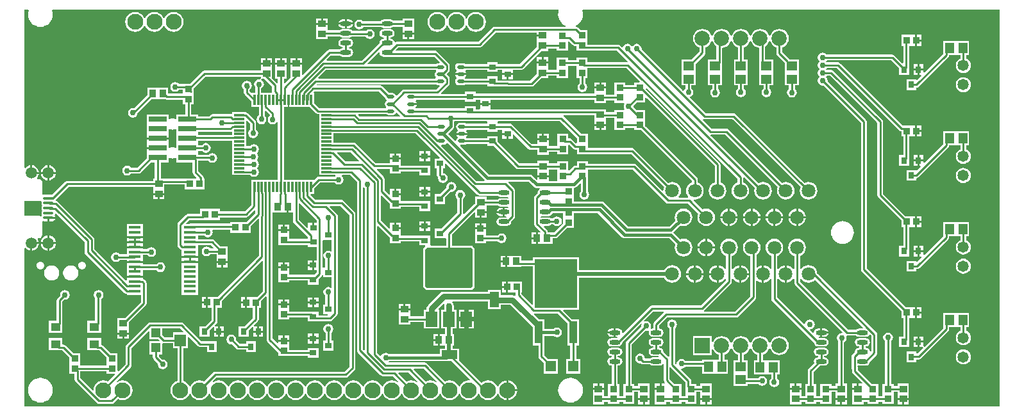
<source format=gbr>
%TF.GenerationSoftware,Altium Limited,Altium Designer,19.1.8 (144)*%
G04 Layer_Physical_Order=2*
G04 Layer_Color=16711680*
%FSLAX26Y26*%
%MOIN*%
%TF.FileFunction,Copper,L2,Bot,Signal*%
%TF.Part,Single*%
G01*
G75*
%TA.AperFunction,Conductor*%
%ADD10C,0.010000*%
%ADD11C,0.015000*%
%ADD12C,0.030000*%
%TA.AperFunction,ComponentPad*%
%ADD13C,0.082677*%
%TA.AperFunction,ViaPad*%
%ADD14C,0.059055*%
%TA.AperFunction,ComponentPad*%
%ADD15C,0.070866*%
%ADD16C,0.078740*%
%ADD17R,0.078740X0.078740*%
%ADD18C,0.058268*%
%TA.AperFunction,ViaPad*%
%ADD19C,0.030000*%
%TA.AperFunction,SMDPad,CuDef*%
%ADD20O,0.057087X0.023622*%
%ADD21R,0.039370X0.035433*%
%ADD22R,0.037402X0.033465*%
%ADD23R,0.149606X0.078740*%
%ADD24R,0.059055X0.078740*%
%ADD25R,0.035433X0.039370*%
%ADD26O,0.039370X0.019685*%
%ADD27R,0.035433X0.031496*%
%ADD28R,0.064961X0.015748*%
G04:AMPARAMS|DCode=29|XSize=15.748mil|YSize=51.181mil|CornerRadius=3.937mil|HoleSize=0mil|Usage=FLASHONLY|Rotation=90.000|XOffset=0mil|YOffset=0mil|HoleType=Round|Shape=RoundedRectangle|*
%AMROUNDEDRECTD29*
21,1,0.015748,0.043307,0,0,90.0*
21,1,0.007874,0.051181,0,0,90.0*
1,1,0.007874,0.021654,0.003937*
1,1,0.007874,0.021654,-0.003937*
1,1,0.007874,-0.021654,-0.003937*
1,1,0.007874,-0.021654,0.003937*
%
%ADD29ROUNDEDRECTD29*%
%ADD30R,0.031496X0.035433*%
%ADD31R,0.033465X0.037402*%
%ADD32R,0.045276X0.053150*%
%ADD33R,0.094488X0.029921*%
%ADD34R,0.011811X0.053150*%
%ADD35R,0.053150X0.011811*%
%ADD36R,0.080709X0.045276*%
%ADD37R,0.045276X0.080709*%
%ADD38R,0.059055X0.062992*%
%ADD39R,0.047244X0.047244*%
%ADD40R,0.053150X0.045276*%
%ADD41R,0.039370X0.118110*%
%ADD42R,0.218504X0.251969*%
%ADD43R,0.051181X0.043307*%
%ADD44R,0.053150X0.057087*%
%TA.AperFunction,Conductor*%
%ADD45C,0.020000*%
G36*
X34512Y2079195D02*
X37491Y2075179D01*
X35219Y2067691D01*
X33981Y2055118D01*
X35219Y2042546D01*
X38887Y2030456D01*
X44842Y2019315D01*
X52856Y2009549D01*
X62622Y2001535D01*
X73763Y1995580D01*
X85853Y1991912D01*
X98425Y1990674D01*
X110998Y1991912D01*
X123087Y1995580D01*
X134228Y2001535D01*
X143994Y2009549D01*
X152008Y2019315D01*
X157964Y2030456D01*
X161631Y2042546D01*
X162869Y2055118D01*
X161631Y2067691D01*
X159359Y2075179D01*
X162338Y2079195D01*
X2790418Y2079195D01*
X2793396Y2075179D01*
X2791125Y2067691D01*
X2789887Y2055118D01*
X2791125Y2042546D01*
X2794792Y2030456D01*
X2800747Y2019315D01*
X2808762Y2009549D01*
X2818528Y2001535D01*
X2828126Y1996404D01*
X2826874Y1991404D01*
X2459252D01*
X2453399Y1990240D01*
X2448438Y1986925D01*
X2374445Y1912932D01*
X1951772D01*
X1945919Y1911768D01*
X1943985Y1910475D01*
X1938429Y1912777D01*
X1937868Y1915597D01*
X1933048Y1922812D01*
X1925833Y1927632D01*
X1917323Y1929325D01*
X1915884D01*
Y1934848D01*
X1917323D01*
X1925833Y1936541D01*
X1933048Y1941362D01*
X1937868Y1948576D01*
X1939561Y1957087D01*
X1937868Y1965597D01*
X1933048Y1972812D01*
X1925833Y1977632D01*
X1917323Y1979325D01*
X1883858D01*
X1875348Y1977632D01*
X1868133Y1972812D01*
X1863313Y1965597D01*
X1861620Y1957087D01*
X1863313Y1948576D01*
X1868133Y1941362D01*
X1875348Y1936541D01*
X1883858Y1934848D01*
X1885297D01*
Y1929325D01*
X1883858D01*
X1875348Y1927632D01*
X1868133Y1922812D01*
X1863313Y1915597D01*
X1861620Y1907087D01*
X1861721Y1906578D01*
X1769933Y1814790D01*
X1586917D01*
X1585003Y1819409D01*
X1607387Y1841793D01*
X1653278D01*
X1653566Y1841362D01*
X1660781Y1836541D01*
X1669291Y1834848D01*
X1702756D01*
X1711266Y1836541D01*
X1718481Y1841362D01*
X1723301Y1848576D01*
X1724994Y1857087D01*
X1723301Y1865597D01*
X1718481Y1872812D01*
X1711266Y1877632D01*
X1702756Y1879325D01*
X1701318D01*
Y1884848D01*
X1702756D01*
X1711266Y1886541D01*
X1718481Y1891362D01*
X1723301Y1898576D01*
X1724994Y1907087D01*
X1723301Y1915597D01*
X1718481Y1922812D01*
X1711266Y1927632D01*
X1702756Y1929325D01*
X1669291D01*
X1660781Y1927632D01*
X1653566Y1922812D01*
X1648746Y1915597D01*
X1647053Y1907087D01*
X1648746Y1898576D01*
X1653566Y1891362D01*
X1660781Y1886541D01*
X1669291Y1884848D01*
X1670730D01*
Y1879325D01*
X1669291D01*
X1660781Y1877632D01*
X1653566Y1872812D01*
X1653278Y1872381D01*
X1601052D01*
X1595199Y1871216D01*
X1590238Y1867901D01*
X1463438Y1741102D01*
X1458819Y1743015D01*
Y1772480D01*
Y1795197D01*
X1429134D01*
X1399449D01*
Y1772480D01*
Y1727180D01*
X1368339Y1696070D01*
X1363719Y1697983D01*
Y1719331D01*
X1378602D01*
Y1772480D01*
Y1795197D01*
X1348918D01*
X1319233D01*
Y1772480D01*
Y1719331D01*
X1333131D01*
Y1698990D01*
X1328465Y1697442D01*
X1328131Y1697435D01*
X1303307Y1722259D01*
Y1772480D01*
Y1795197D01*
X1273622D01*
X1243937D01*
Y1762341D01*
X950788D01*
X944935Y1761177D01*
X939973Y1757862D01*
X875182Y1693071D01*
X856204D01*
X854331Y1693444D01*
X819061D01*
X817237Y1696174D01*
X808967Y1701699D01*
X799213Y1703639D01*
X789458Y1701699D01*
X781189Y1696174D01*
X775663Y1687904D01*
X773723Y1678150D01*
X775663Y1668395D01*
X781189Y1660126D01*
X789458Y1654600D01*
X799213Y1652660D01*
X808967Y1654600D01*
X817237Y1660126D01*
X819061Y1662856D01*
X839409D01*
Y1642184D01*
X762953D01*
Y1674370D01*
X654370D01*
Y1636629D01*
X584587Y1566845D01*
X579724Y1567813D01*
X569970Y1565872D01*
X561700Y1560347D01*
X556175Y1552077D01*
X554235Y1542323D01*
X556175Y1532568D01*
X561700Y1524299D01*
X569970Y1518773D01*
X579724Y1516833D01*
X589479Y1518773D01*
X597748Y1524299D01*
X603274Y1532568D01*
X605214Y1542323D01*
X604900Y1543901D01*
X675999Y1615000D01*
X745795D01*
X749147Y1612760D01*
X755000Y1611596D01*
X839409D01*
Y1588425D01*
X851832D01*
Y1534409D01*
X804961D01*
Y1512534D01*
X803625Y1511876D01*
X799961Y1510562D01*
X793183Y1513370D01*
X785433Y1514390D01*
X777684Y1513370D01*
X770906Y1510562D01*
X767241Y1511876D01*
X765906Y1512534D01*
Y1534409D01*
X651417D01*
Y1484488D01*
X651417D01*
Y1484409D01*
X651417D01*
Y1439409D01*
X651417Y1434488D01*
X651417Y1429488D01*
Y1414449D01*
X708662D01*
X765906D01*
Y1429488D01*
X765906Y1434409D01*
X765906Y1439409D01*
Y1456363D01*
X767241Y1457022D01*
X770906Y1458335D01*
X777684Y1455528D01*
X785433Y1454508D01*
X793183Y1455528D01*
X799961Y1458335D01*
X803625Y1457022D01*
X804961Y1456363D01*
Y1434488D01*
X804961D01*
Y1434409D01*
X804961D01*
Y1384488D01*
X804961D01*
Y1384409D01*
X804961D01*
Y1362534D01*
X803625Y1361876D01*
X799961Y1360562D01*
X793183Y1363370D01*
X785433Y1364390D01*
X777684Y1363370D01*
X770906Y1360562D01*
X767241Y1361876D01*
X765906Y1362534D01*
X765906Y1384409D01*
X765906Y1389409D01*
Y1404449D01*
X708662D01*
X651417D01*
Y1389409D01*
X651417Y1384488D01*
X651417Y1379488D01*
Y1364449D01*
X708662D01*
Y1354449D01*
X651417D01*
Y1334488D01*
X651417D01*
Y1334409D01*
X651417D01*
Y1306117D01*
X602525Y1257225D01*
X569573D01*
X567748Y1259955D01*
X559479Y1265481D01*
X549724Y1267421D01*
X539970Y1265481D01*
X531700Y1259955D01*
X526175Y1251686D01*
X524235Y1241931D01*
X526175Y1232177D01*
X531700Y1223907D01*
X539970Y1218382D01*
X549724Y1216441D01*
X559479Y1218382D01*
X567748Y1223907D01*
X569573Y1226637D01*
X608860D01*
X614713Y1227801D01*
X619675Y1231117D01*
X673046Y1284488D01*
X693368D01*
Y1200945D01*
X683898D01*
Y1188522D01*
X238189D01*
X232336Y1187358D01*
X227375Y1184043D01*
X159904Y1116572D01*
X118110D01*
X112813Y1115518D01*
X112664Y1115495D01*
X107813Y1118257D01*
Y1183070D01*
X106649Y1188923D01*
X103334Y1193885D01*
X98372Y1197200D01*
X92519Y1198364D01*
X82100D01*
X80325Y1203364D01*
X85708Y1210381D01*
X89691Y1219996D01*
X90391Y1225315D01*
X51181D01*
Y1230315D01*
X46181D01*
Y1269525D01*
X40862Y1268825D01*
X31247Y1264842D01*
X22990Y1258506D01*
X20293Y1254992D01*
X15293Y1256690D01*
Y2079195D01*
X34512D01*
D02*
G37*
G36*
X2679961Y1950393D02*
X2709645D01*
Y1940393D01*
X2679961D01*
Y1917677D01*
Y1886156D01*
X2590594Y1796790D01*
X2476535D01*
Y1807244D01*
X2421102D01*
Y1796790D01*
X2306921D01*
X2301837Y1800187D01*
X2294095Y1801727D01*
X2274410D01*
X2266667Y1800187D01*
X2260104Y1795802D01*
X2255718Y1789238D01*
X2254178Y1781496D01*
X2255718Y1773754D01*
X2260104Y1767190D01*
X2262182Y1765802D01*
Y1759788D01*
X2260104Y1758400D01*
X2255718Y1751836D01*
X2255173Y1749094D01*
X2284252D01*
X2313331D01*
X2312786Y1751836D01*
X2308400Y1758400D01*
X2308901Y1763985D01*
X2311157Y1766202D01*
X2421102D01*
Y1755748D01*
X2476535D01*
Y1766202D01*
X2499843D01*
Y1749094D01*
X2527559D01*
X2555276D01*
Y1766202D01*
X2596929D01*
X2602782Y1767366D01*
X2607744Y1770681D01*
X2701590Y1864528D01*
X2739331D01*
Y1876950D01*
X2783307D01*
Y1866969D01*
X2840709D01*
Y1913564D01*
X2845709Y1915635D01*
X2865741Y1895603D01*
X2870703Y1892288D01*
X2876555Y1891123D01*
X2885669D01*
Y1867953D01*
X2924625D01*
X2926102Y1867659D01*
X3096331D01*
X3152429Y1811561D01*
X3151781Y1809045D01*
X3150207Y1806711D01*
X2943071D01*
Y1829882D01*
X2885669D01*
Y1818444D01*
X2840709D01*
Y1829882D01*
X2783307D01*
Y1766790D01*
X2739331D01*
Y1799646D01*
X2709645D01*
X2679961D01*
Y1776929D01*
Y1745408D01*
X2644924Y1710372D01*
X2533413D01*
X2529055Y1711239D01*
X2476535D01*
Y1732441D01*
X2421102D01*
Y1721987D01*
X2306921D01*
X2306322Y1722387D01*
Y1728400D01*
X2308400Y1729789D01*
X2312786Y1736352D01*
X2313331Y1739094D01*
X2284252D01*
X2255173D01*
X2255718Y1736352D01*
X2260104Y1729789D01*
X2262182Y1728400D01*
Y1722387D01*
X2260104Y1720998D01*
X2255718Y1714435D01*
X2254178Y1706693D01*
X2255718Y1698951D01*
X2260104Y1692387D01*
X2266667Y1688002D01*
X2274410Y1686462D01*
X2294095D01*
X2301837Y1688002D01*
X2306921Y1691399D01*
X2421102D01*
Y1680945D01*
X2458089D01*
X2459567Y1680651D01*
X2525563D01*
X2529922Y1679784D01*
X2651259D01*
X2657112Y1680948D01*
X2662073Y1684263D01*
X2701590Y1723780D01*
X2739331D01*
Y1736202D01*
X2783307D01*
Y1725236D01*
X2840709D01*
Y1787856D01*
X2885669D01*
Y1725236D01*
X2901045D01*
Y1696029D01*
X2898315Y1694205D01*
X2892789Y1685936D01*
X2890849Y1676181D01*
X2892789Y1666427D01*
X2898315Y1658157D01*
X2906584Y1652632D01*
X2916339Y1650691D01*
X2926093Y1652632D01*
X2934363Y1658157D01*
X2939888Y1666427D01*
X2941829Y1676181D01*
X2939888Y1685936D01*
X2934363Y1694205D01*
X2931633Y1696029D01*
Y1725236D01*
X2943071D01*
Y1776123D01*
X3144845D01*
X3215404Y1705564D01*
X3213491Y1700945D01*
X3185866D01*
Y1688522D01*
X3139921D01*
Y1699961D01*
X3082520D01*
Y1637341D01*
X3038543D01*
Y1668740D01*
X3008858D01*
X2979173D01*
Y1642263D01*
X2360394D01*
Y1652717D01*
X2304961D01*
Y1641278D01*
X2182846D01*
X2180933Y1645898D01*
X2221452Y1686417D01*
X2224768Y1691379D01*
X2225932Y1697231D01*
Y1721252D01*
X2224768Y1727105D01*
X2221452Y1732066D01*
X2209424Y1744094D01*
X2221452Y1756122D01*
X2224768Y1761084D01*
X2225932Y1766937D01*
Y1790958D01*
X2224768Y1796810D01*
X2221452Y1801772D01*
X2162016Y1861208D01*
X2157054Y1864524D01*
X2151202Y1865688D01*
X1947983D01*
X1946070Y1870307D01*
X1958107Y1882344D01*
X2380780D01*
X2386632Y1883508D01*
X2391594Y1886823D01*
X2465587Y1960816D01*
X2679961D01*
Y1950393D01*
D02*
G37*
G36*
X1861776Y1856304D02*
X1863313Y1848576D01*
X1868133Y1841362D01*
X1875348Y1836541D01*
X1883858Y1834848D01*
X1917323D01*
X1918587Y1835100D01*
X2144867D01*
X2173620Y1806347D01*
X2171707Y1801727D01*
X2168110D01*
X2160368Y1800187D01*
X2155284Y1796790D01*
X1801723D01*
X1799810Y1801409D01*
X1857263Y1858863D01*
X1861776Y1856304D01*
D02*
G37*
G36*
X2155883Y1765802D02*
Y1759788D01*
X2153805Y1758400D01*
X2149419Y1751836D01*
X2147879Y1744094D01*
X2149419Y1736352D01*
X2153805Y1729789D01*
X2153303Y1724204D01*
X2151048Y1721987D01*
X1545025D01*
X1543112Y1726606D01*
X1582708Y1766202D01*
X2155284D01*
X2155883Y1765802D01*
D02*
G37*
G36*
X1302101Y1680208D02*
Y1654606D01*
X1302852Y1650827D01*
X1299665Y1645827D01*
X1245609D01*
Y1668793D01*
X1253260Y1673905D01*
X1258786Y1682175D01*
X1260726Y1691929D01*
X1258786Y1701684D01*
X1253260Y1709953D01*
X1246709Y1714331D01*
X1248225Y1719331D01*
X1262978D01*
X1302101Y1680208D01*
D02*
G37*
G36*
X2160368Y1688002D02*
X2168110Y1686462D01*
X2171707D01*
X2173620Y1681842D01*
X2155898Y1664121D01*
X1989378D01*
X1983525Y1662956D01*
X1978564Y1659641D01*
X1952554Y1633631D01*
X1946925Y1635073D01*
X1943439Y1640290D01*
X1936876Y1644675D01*
X1929134Y1646215D01*
X1910846D01*
X1875972Y1681090D01*
X1871010Y1684405D01*
X1865157Y1685570D01*
X1539180D01*
X1536507Y1690570D01*
X1537061Y1691399D01*
X2155284D01*
X2160368Y1688002D01*
D02*
G37*
G36*
X5084706Y2079195D02*
Y15293D01*
X15293Y15293D01*
Y837798D01*
X20293Y839496D01*
X22990Y835982D01*
X31247Y829646D01*
X40862Y825663D01*
X46181Y824963D01*
Y864173D01*
X51181D01*
Y869173D01*
X90391D01*
X89691Y874492D01*
X85708Y884107D01*
X84460Y885734D01*
X86672Y890218D01*
X92519D01*
X98372Y891383D01*
X103334Y894698D01*
X106649Y899660D01*
X107813Y905512D01*
Y976231D01*
X112664Y978993D01*
X112813Y978970D01*
X118110Y977916D01*
X134764D01*
Y996063D01*
X139764D01*
Y1001063D01*
X175416D01*
X174546Y1005438D01*
X172260Y1008858D01*
X174546Y1012279D01*
X175238Y1015757D01*
X180334Y1017731D01*
X328581Y869485D01*
Y817455D01*
X329745Y811602D01*
X333060Y806640D01*
X536381Y603319D01*
X541343Y600004D01*
X547087Y598862D01*
Y595315D01*
X620769D01*
Y557201D01*
X537584Y474016D01*
X499843D01*
Y418583D01*
Y398150D01*
X559213D01*
Y418583D01*
Y452387D01*
X646877Y540052D01*
X650193Y545013D01*
X651357Y550866D01*
Y654639D01*
X650193Y660491D01*
X646877Y665453D01*
X638091Y674240D01*
X633129Y677555D01*
X632047Y677770D01*
Y684961D01*
X589567D01*
X547087D01*
Y670689D01*
X542467Y668775D01*
X379169Y832074D01*
Y884104D01*
X378005Y889956D01*
X374689Y894918D01*
X188675Y1080932D01*
X183713Y1084248D01*
X178871Y1085211D01*
X177425Y1087947D01*
X177001Y1090412D01*
X244524Y1157934D01*
X683898D01*
Y1145512D01*
Y1125079D01*
X743268D01*
Y1145512D01*
Y1169667D01*
X848268D01*
Y1144527D01*
X952913D01*
Y1201929D01*
X947381D01*
Y1204961D01*
X946216Y1210813D01*
X942901Y1215775D01*
X919743Y1238933D01*
Y1293466D01*
X971817D01*
X974102Y1290047D01*
X982371Y1284521D01*
X992126Y1282581D01*
X1001880Y1284521D01*
X1010150Y1290047D01*
X1015676Y1298316D01*
X1017616Y1308071D01*
X1015676Y1317825D01*
X1010150Y1326095D01*
X1001880Y1331620D01*
X992126Y1333561D01*
X982371Y1331620D01*
X974102Y1326095D01*
X972738Y1324054D01*
X919449D01*
Y1334409D01*
X919449D01*
Y1334488D01*
X919449D01*
Y1344549D01*
X939076D01*
X940638Y1342212D01*
X948907Y1336687D01*
X958662Y1334746D01*
X968416Y1336687D01*
X976686Y1342212D01*
X982211Y1350482D01*
X984151Y1360236D01*
X982211Y1369991D01*
X976686Y1378260D01*
X968416Y1383786D01*
X958662Y1385726D01*
X948907Y1383786D01*
X940638Y1378260D01*
X938550Y1375136D01*
X919449D01*
Y1384409D01*
X919449D01*
Y1384488D01*
X919449D01*
Y1397108D01*
X1095315D01*
Y1376811D01*
Y1337441D01*
Y1298071D01*
Y1258701D01*
Y1219331D01*
X1168465D01*
Y1219682D01*
X1188640D01*
X1190637Y1216693D01*
X1198907Y1211167D01*
X1208661Y1209227D01*
X1218416Y1211167D01*
X1226685Y1216693D01*
X1232211Y1224962D01*
X1234151Y1234717D01*
X1232211Y1244471D01*
X1226685Y1252741D01*
Y1256693D01*
X1232211Y1264962D01*
X1234151Y1274717D01*
X1232211Y1284471D01*
X1226889Y1292436D01*
X1226667Y1292795D01*
X1225960Y1299239D01*
X1229785Y1304962D01*
X1231725Y1314717D01*
X1229785Y1324471D01*
X1224259Y1332741D01*
X1226889Y1336997D01*
X1232211Y1344962D01*
X1234151Y1354717D01*
X1232211Y1364471D01*
X1226685Y1372741D01*
X1218416Y1378266D01*
X1208661Y1380206D01*
X1198907Y1378266D01*
X1190637Y1372741D01*
X1188355Y1369325D01*
X1168465D01*
Y1416181D01*
Y1455551D01*
Y1499784D01*
X1173084Y1501697D01*
X1189431Y1485351D01*
Y1455872D01*
X1186700Y1454048D01*
X1181175Y1445778D01*
X1179235Y1436024D01*
X1181175Y1426269D01*
X1186700Y1418000D01*
X1194970Y1412474D01*
X1204725Y1410534D01*
X1214479Y1412474D01*
X1222748Y1418000D01*
X1228274Y1426269D01*
X1230214Y1436024D01*
X1228274Y1445778D01*
X1222748Y1454048D01*
X1220018Y1455872D01*
Y1491686D01*
X1218854Y1497538D01*
X1215539Y1502500D01*
X1176713Y1541326D01*
X1171751Y1544641D01*
X1168465Y1545295D01*
Y1546417D01*
X1095315D01*
Y1539560D01*
X1090315Y1535889D01*
X1087566Y1536436D01*
X993091D01*
X987238Y1535272D01*
X982276Y1531956D01*
X975063Y1524743D01*
X919449D01*
Y1534409D01*
X882420D01*
Y1588425D01*
X896811D01*
Y1639606D01*
Y1653129D01*
X897105Y1654606D01*
X896811Y1656084D01*
Y1671442D01*
X957122Y1731753D01*
X1243937D01*
Y1720786D01*
X1240132Y1716445D01*
X1235236Y1717419D01*
X1225482Y1715479D01*
X1217212Y1709953D01*
X1211687Y1701684D01*
X1209746Y1691929D01*
X1211687Y1682175D01*
X1215021Y1677184D01*
Y1645827D01*
X1195684D01*
X1186554Y1654957D01*
Y1664534D01*
X1190268Y1667015D01*
X1195794Y1675285D01*
X1197734Y1685039D01*
X1195794Y1694794D01*
X1190268Y1703063D01*
X1181999Y1708589D01*
X1172244Y1710529D01*
X1162490Y1708589D01*
X1154220Y1703063D01*
X1148695Y1694794D01*
X1146754Y1685039D01*
X1148695Y1675285D01*
X1154220Y1667015D01*
X1155966Y1665849D01*
Y1648622D01*
X1157130Y1642770D01*
X1160445Y1637808D01*
X1194725Y1603529D01*
Y1572677D01*
X1234706D01*
Y1530022D01*
X1230007Y1526882D01*
X1224482Y1518613D01*
X1222542Y1508858D01*
X1224482Y1499104D01*
X1230007Y1490834D01*
X1238277Y1485309D01*
X1248032Y1483369D01*
X1257786Y1485309D01*
X1266055Y1490834D01*
X1271581Y1499104D01*
X1273521Y1508858D01*
X1271581Y1518613D01*
X1266055Y1526882D01*
X1265294Y1527391D01*
Y1551473D01*
X1269913Y1553387D01*
X1290809Y1532491D01*
Y1527722D01*
X1288078Y1525898D01*
X1282553Y1517629D01*
X1280613Y1507874D01*
X1282553Y1498120D01*
X1288078Y1489850D01*
X1296348Y1484324D01*
X1306102Y1482384D01*
X1315857Y1484324D01*
X1324126Y1489850D01*
X1328131Y1495844D01*
X1333131Y1494327D01*
Y1193071D01*
X1194725D01*
Y1159557D01*
X1194116Y1156496D01*
Y1062256D01*
X1160933Y1029073D01*
X1031653D01*
Y1042480D01*
X927008D01*
Y1015373D01*
X864889D01*
X859036Y1014208D01*
X854075Y1010893D01*
X815721Y972539D01*
X812406Y967578D01*
X811241Y961725D01*
Y853236D01*
X812406Y847383D01*
X815721Y842421D01*
X824508Y833634D01*
X829470Y830319D01*
X832520Y829712D01*
Y800039D01*
Y797323D01*
X875000D01*
X917480D01*
Y800039D01*
Y825630D01*
Y853801D01*
X984807D01*
X997828Y840779D01*
X995914Y836160D01*
X982447D01*
X980622Y838890D01*
X972353Y844416D01*
X962598Y846356D01*
X952844Y844416D01*
X944574Y838890D01*
X939049Y830621D01*
X937109Y820866D01*
X939049Y811112D01*
X944574Y802842D01*
X952844Y797317D01*
X962598Y795376D01*
X972353Y797317D01*
X980622Y802842D01*
X982447Y805572D01*
X1013622D01*
Y791181D01*
Y770748D01*
X1072992D01*
Y791181D01*
Y846614D01*
X1035251D01*
X1001956Y879909D01*
X996994Y883224D01*
X991142Y884388D01*
X917480D01*
Y904982D01*
X949640D01*
X951464Y902252D01*
X959734Y896726D01*
X969488Y894786D01*
X979243Y896726D01*
X987512Y902252D01*
X993038Y910521D01*
X994978Y920276D01*
X993038Y930030D01*
X992676Y930572D01*
X995033Y934982D01*
X1086457D01*
Y917165D01*
X1191102D01*
Y952938D01*
X1229772Y991608D01*
X1234391Y989694D01*
Y799169D01*
X1020104Y584882D01*
X968819D01*
Y556181D01*
Y527480D01*
X987974D01*
Y463185D01*
X956127Y431339D01*
X926260D01*
Y375906D01*
X977756D01*
Y409710D01*
X996063Y428017D01*
X1001063Y425946D01*
Y408622D01*
X1021811D01*
Y431339D01*
X1006456D01*
X1004385Y436339D01*
X1014082Y446036D01*
X1017398Y450998D01*
X1018562Y456850D01*
Y527480D01*
X1041732D01*
Y563253D01*
X1249772Y771292D01*
X1254391Y769379D01*
Y614603D01*
X1223607Y583819D01*
X1172323D01*
Y555118D01*
Y526417D01*
X1203210D01*
Y474918D01*
X1159631Y431339D01*
X1129764D01*
Y375906D01*
X1181260D01*
Y409710D01*
X1199567Y428017D01*
X1204567Y425946D01*
Y408622D01*
X1225315D01*
Y431339D01*
X1209960D01*
X1207889Y436339D01*
X1229318Y457768D01*
X1232634Y462730D01*
X1233798Y468583D01*
Y526417D01*
X1245236D01*
Y562190D01*
X1269772Y586726D01*
X1274391Y584812D01*
Y361890D01*
X1275555Y356037D01*
X1278871Y351075D01*
X1335524Y294422D01*
Y277390D01*
X1374479D01*
X1375957Y277096D01*
X1489067D01*
Y266563D01*
X1544500D01*
Y318059D01*
X1489067D01*
Y307684D01*
X1392925D01*
Y328571D01*
Y350303D01*
X1364224D01*
X1335524D01*
Y344213D01*
X1330904Y342299D01*
X1304979Y368225D01*
Y1024449D01*
X1379843D01*
Y1054134D01*
X1389843D01*
Y1024449D01*
X1411871D01*
Y980169D01*
X1413036Y974317D01*
X1416351Y969355D01*
X1489009Y896697D01*
Y885562D01*
X1393161D01*
Y906450D01*
Y928182D01*
X1364461D01*
X1335760D01*
Y906450D01*
Y855269D01*
X1374716D01*
X1376193Y854975D01*
X1489303D01*
Y844442D01*
X1534442D01*
Y774764D01*
X1521732D01*
Y749016D01*
Y723268D01*
X1534442D01*
Y711583D01*
X1522820Y699961D01*
X1507462D01*
X1505984Y700255D01*
X1392874D01*
Y732205D01*
X1364173D01*
X1335472D01*
Y710472D01*
Y659291D01*
X1392874D01*
Y669667D01*
X1489016D01*
Y648465D01*
X1544449D01*
Y678332D01*
X1560551Y694434D01*
X1562756Y697734D01*
X1567756Y696217D01*
Y685866D01*
X1613183D01*
Y633773D01*
X1608773Y631416D01*
X1605227Y633786D01*
X1595472Y635726D01*
X1585718Y633786D01*
X1577448Y628260D01*
X1571923Y619991D01*
X1569983Y610236D01*
X1571923Y600482D01*
X1577448Y592212D01*
X1580178Y590388D01*
Y544528D01*
X1567756D01*
Y493031D01*
X1590548D01*
X1593221Y488031D01*
X1593023Y487735D01*
X1544449D01*
Y507126D01*
X1507462D01*
X1505984Y507420D01*
X1392874D01*
Y539370D01*
X1364173D01*
X1335472D01*
Y517638D01*
Y466457D01*
X1392874D01*
Y476832D01*
X1489016D01*
Y455630D01*
X1544449D01*
Y457147D01*
X1603812D01*
X1609664Y458311D01*
X1614626Y461627D01*
X1639291Y486291D01*
X1642606Y491253D01*
X1643770Y497106D01*
Y1007021D01*
X1642606Y1012874D01*
X1639291Y1017835D01*
X1603220Y1053906D01*
X1605134Y1058525D01*
X1658035D01*
X1705178Y1011382D01*
Y219917D01*
X1679689Y194428D01*
X1007087D01*
X1001234Y193264D01*
X996272Y189948D01*
X950377Y144053D01*
X939780Y148442D01*
X926378Y150207D01*
X912976Y148442D01*
X900487Y143269D01*
X889763Y135040D01*
X881534Y124316D01*
X878878Y117904D01*
X873878D01*
X871222Y124316D01*
X862993Y135040D01*
X852269Y143269D01*
X841672Y147659D01*
Y316772D01*
X866299D01*
Y372815D01*
X870918Y374729D01*
X918863Y326784D01*
X923825Y323469D01*
X929678Y322305D01*
X963662D01*
Y297165D01*
X1015158D01*
Y352598D01*
X980139D01*
X978661Y352892D01*
X936013D01*
X841831Y447074D01*
X836869Y450390D01*
X831016Y451554D01*
X668984D01*
X663131Y450390D01*
X658169Y447074D01*
X545870Y334775D01*
X542555Y329813D01*
X541391Y323961D01*
Y235067D01*
X504777Y198453D01*
X500158Y200366D01*
Y236063D01*
Y289528D01*
X464385D01*
X422153Y331759D01*
X417191Y335075D01*
X413543Y335800D01*
Y369252D01*
X342362D01*
Y305945D01*
X393128D01*
X394606Y305651D01*
X405004D01*
X442756Y267899D01*
Y226908D01*
X306260D01*
Y289528D01*
X270487D01*
X228256Y331759D01*
X223294Y335075D01*
X217441Y336239D01*
X212756D01*
Y369252D01*
X141575D01*
Y305945D01*
X192341D01*
X193819Y305651D01*
X211106D01*
X248858Y267899D01*
Y236063D01*
Y184882D01*
X275966D01*
Y153869D01*
X277130Y148016D01*
X280445Y143054D01*
X392227Y31272D01*
X397189Y27957D01*
X403042Y26793D01*
X470039D01*
X475892Y27957D01*
X480854Y31272D01*
X502379Y52797D01*
X512976Y48408D01*
X526378Y46644D01*
X539780Y48408D01*
X552269Y53581D01*
X562993Y61810D01*
X571222Y72534D01*
X576395Y85023D01*
X578160Y98425D01*
X576395Y111827D01*
X571222Y124316D01*
X562993Y135040D01*
X552269Y143269D01*
X539780Y148442D01*
X526378Y150207D01*
X512976Y148442D01*
X500487Y143269D01*
X498058Y141406D01*
X494755Y145173D01*
X567499Y217917D01*
X570814Y222879D01*
X571978Y228732D01*
Y317626D01*
X660577Y406225D01*
X665197Y404312D01*
Y364016D01*
X710812D01*
X717689Y357139D01*
X715775Y352520D01*
X665197D01*
Y285276D01*
X683525D01*
Y268701D01*
X684689Y262848D01*
X688005Y257886D01*
X709403Y236488D01*
X708762Y233268D01*
X710702Y223513D01*
X716228Y215244D01*
X724497Y209718D01*
X734252Y207778D01*
X744006Y209718D01*
X752276Y215244D01*
X757802Y223513D01*
X759742Y233268D01*
X757802Y243022D01*
X752276Y251292D01*
X744006Y256817D01*
X734252Y258757D01*
X731032Y258117D01*
X714113Y275036D01*
Y285276D01*
X732441D01*
Y340176D01*
X736306Y343348D01*
X738189Y342974D01*
X787244D01*
Y316772D01*
X811084D01*
Y147659D01*
X800487Y143269D01*
X789763Y135040D01*
X781534Y124316D01*
X776361Y111827D01*
X774596Y98425D01*
X776361Y85023D01*
X781534Y72534D01*
X789763Y61810D01*
X800487Y53581D01*
X812976Y48408D01*
X826378Y46644D01*
X839780Y48408D01*
X852269Y53581D01*
X862993Y61810D01*
X871222Y72534D01*
X873878Y78946D01*
X878878D01*
X881534Y72534D01*
X889763Y61810D01*
X900487Y53581D01*
X912976Y48408D01*
X926378Y46644D01*
X939780Y48408D01*
X952269Y53581D01*
X962993Y61810D01*
X971222Y72534D01*
X973878Y78946D01*
X978878D01*
X981534Y72534D01*
X989763Y61810D01*
X1000487Y53581D01*
X1012976Y48408D01*
X1026378Y46644D01*
X1039780Y48408D01*
X1052269Y53581D01*
X1062993Y61810D01*
X1071222Y72534D01*
X1073878Y78946D01*
X1078878D01*
X1081534Y72534D01*
X1089763Y61810D01*
X1100487Y53581D01*
X1112976Y48408D01*
X1126378Y46644D01*
X1139780Y48408D01*
X1152269Y53581D01*
X1162993Y61810D01*
X1171222Y72534D01*
X1173878Y78946D01*
X1178878D01*
X1181534Y72534D01*
X1189763Y61810D01*
X1200487Y53581D01*
X1212976Y48408D01*
X1226378Y46644D01*
X1239780Y48408D01*
X1252269Y53581D01*
X1262993Y61810D01*
X1271222Y72534D01*
X1273878Y78946D01*
X1278878D01*
X1281534Y72534D01*
X1289763Y61810D01*
X1300487Y53581D01*
X1312976Y48408D01*
X1326378Y46644D01*
X1339780Y48408D01*
X1352269Y53581D01*
X1362993Y61810D01*
X1371222Y72534D01*
X1373878Y78946D01*
X1378878D01*
X1381534Y72534D01*
X1389763Y61810D01*
X1400487Y53581D01*
X1412976Y48408D01*
X1426378Y46644D01*
X1439780Y48408D01*
X1452269Y53581D01*
X1462993Y61810D01*
X1471222Y72534D01*
X1473878Y78946D01*
X1478878D01*
X1481534Y72534D01*
X1489763Y61810D01*
X1500487Y53581D01*
X1512976Y48408D01*
X1526378Y46644D01*
X1539780Y48408D01*
X1552269Y53581D01*
X1562993Y61810D01*
X1571222Y72534D01*
X1573878Y78946D01*
X1578878D01*
X1581534Y72534D01*
X1589763Y61810D01*
X1600487Y53581D01*
X1612976Y48408D01*
X1626378Y46644D01*
X1639780Y48408D01*
X1652269Y53581D01*
X1662993Y61810D01*
X1671222Y72534D01*
X1673878Y78946D01*
X1678878D01*
X1681534Y72534D01*
X1689763Y61810D01*
X1700487Y53581D01*
X1712976Y48408D01*
X1726378Y46644D01*
X1739780Y48408D01*
X1752269Y53581D01*
X1762993Y61810D01*
X1771222Y72534D01*
X1773878Y78946D01*
X1778878D01*
X1781534Y72534D01*
X1789763Y61810D01*
X1800487Y53581D01*
X1812976Y48408D01*
X1826378Y46644D01*
X1839780Y48408D01*
X1852269Y53581D01*
X1862993Y61810D01*
X1871222Y72534D01*
X1873878Y78946D01*
X1878878D01*
X1881534Y72534D01*
X1889763Y61810D01*
X1900487Y53581D01*
X1912976Y48408D01*
X1926378Y46644D01*
X1939780Y48408D01*
X1952269Y53581D01*
X1962993Y61810D01*
X1971222Y72534D01*
X1973878Y78946D01*
X1978878D01*
X1981534Y72534D01*
X1989763Y61810D01*
X2000487Y53581D01*
X2012976Y48408D01*
X2026378Y46644D01*
X2039780Y48408D01*
X2052269Y53581D01*
X2062993Y61810D01*
X2071222Y72534D01*
X2073878Y78946D01*
X2078878D01*
X2081534Y72534D01*
X2089763Y61810D01*
X2100487Y53581D01*
X2112976Y48408D01*
X2126378Y46644D01*
X2139780Y48408D01*
X2152269Y53581D01*
X2162993Y61810D01*
X2171222Y72534D01*
X2173878Y78946D01*
X2178878D01*
X2181534Y72534D01*
X2189763Y61810D01*
X2200487Y53581D01*
X2212976Y48408D01*
X2226378Y46644D01*
X2239780Y48408D01*
X2252269Y53581D01*
X2262993Y61810D01*
X2271222Y72534D01*
X2273878Y78946D01*
X2278878D01*
X2281534Y72534D01*
X2289763Y61810D01*
X2300487Y53581D01*
X2312976Y48408D01*
X2326378Y46644D01*
X2339780Y48408D01*
X2352269Y53581D01*
X2362993Y61810D01*
X2371222Y72534D01*
X2373878Y78946D01*
X2378878D01*
X2381534Y72534D01*
X2389763Y61810D01*
X2400487Y53581D01*
X2412976Y48408D01*
X2426378Y46644D01*
X2439780Y48408D01*
X2452269Y53581D01*
X2462993Y61810D01*
X2471222Y72534D01*
X2473878Y78946D01*
X2478878D01*
X2481534Y72534D01*
X2489763Y61810D01*
X2500487Y53581D01*
X2512976Y48408D01*
X2521378Y47302D01*
Y98425D01*
Y149548D01*
X2512976Y148442D01*
X2500487Y143269D01*
X2489763Y135040D01*
X2481534Y124316D01*
X2478878Y117904D01*
X2473878D01*
X2471222Y124316D01*
X2462993Y135040D01*
X2452269Y143269D01*
X2439780Y148442D01*
X2426378Y150207D01*
X2412976Y148442D01*
X2400487Y143269D01*
X2391865Y136653D01*
X2274764Y253755D01*
Y315118D01*
X2243226D01*
Y330551D01*
X2250157D01*
Y389921D01*
X2243226D01*
Y419134D01*
X2262362D01*
Y517874D01*
X2248324D01*
Y536024D01*
X2246384Y545778D01*
X2240859Y554048D01*
X2240623Y554205D01*
X2240465Y554441D01*
X2239419Y555140D01*
X2240936Y560140D01*
X2425102D01*
Y519984D01*
X2490378D01*
Y542424D01*
X2541607D01*
X2658701Y425330D01*
Y330551D01*
X2687777D01*
Y274291D01*
X2688941Y268439D01*
X2692257Y263477D01*
X2715394Y240340D01*
Y184882D01*
X2788544D01*
Y261969D01*
X2737023D01*
X2718365Y280626D01*
Y381764D01*
X2766146D01*
X2766267Y381582D01*
X2774537Y376057D01*
X2784291Y374117D01*
X2794046Y376057D01*
X2802315Y381582D01*
X2807841Y389852D01*
X2809781Y399606D01*
X2807841Y409361D01*
X2802315Y417630D01*
X2794046Y423156D01*
X2784291Y425096D01*
X2774537Y423156D01*
X2766267Y417630D01*
X2766146Y417449D01*
X2718071D01*
Y468661D01*
X2687465D01*
X2663862Y492265D01*
X2665933Y497265D01*
X2788783D01*
X2839016Y447033D01*
Y330551D01*
X2853407D01*
Y261969D01*
X2831536D01*
Y184882D01*
X2904685D01*
Y261969D01*
X2883995D01*
Y330551D01*
X2898386D01*
Y468661D01*
X2860645D01*
X2816366Y512940D01*
X2818280Y517559D01*
X2897795D01*
Y682915D01*
X3341948D01*
X3342992Y680395D01*
X3350274Y670904D01*
X3359765Y663621D01*
X3370817Y659043D01*
X3382677Y657482D01*
X3394538Y659043D01*
X3405590Y663621D01*
X3415080Y670904D01*
X3422363Y680395D01*
X3426941Y691447D01*
X3428502Y703307D01*
X3426941Y715168D01*
X3422363Y726220D01*
X3415080Y735710D01*
X3405590Y742993D01*
X3394538Y747571D01*
X3382677Y749132D01*
X3370817Y747571D01*
X3359765Y742993D01*
X3350274Y735710D01*
X3342992Y726220D01*
X3341948Y723699D01*
X2897795D01*
Y789528D01*
X2659291D01*
Y773089D01*
X2599567D01*
Y798386D01*
X2523701D01*
Y768701D01*
Y739016D01*
X2599567D01*
Y742501D01*
X2659291D01*
Y544508D01*
X2654672Y542594D01*
X2598876Y598390D01*
Y607126D01*
X2601535D01*
Y664528D01*
X2528622D01*
Y635827D01*
Y607126D01*
X2568289D01*
Y593221D01*
X2564151Y589972D01*
X2561920Y591463D01*
X2552166Y593403D01*
X2490378D01*
Y620693D01*
X2425102D01*
Y611120D01*
X2194882D01*
X2185127Y609179D01*
X2176858Y603654D01*
X2114259Y541055D01*
X2108734Y532786D01*
X2106794Y523031D01*
Y517874D01*
X2092756D01*
Y482814D01*
X2020827D01*
Y514764D01*
X1991142D01*
X1961457D01*
Y492047D01*
Y438898D01*
X2020827D01*
Y452226D01*
X2092756D01*
Y419134D01*
X2171811D01*
Y517874D01*
X2169707D01*
X2167794Y522494D01*
X2195710Y550410D01*
X2199593Y547222D01*
X2198892Y546172D01*
X2196951Y536417D01*
X2197345Y534438D01*
Y517874D01*
X2183307D01*
Y419134D01*
X2202443D01*
Y389921D01*
X2174291D01*
Y360236D01*
Y330551D01*
X2202443D01*
Y315118D01*
X2174055D01*
Y285559D01*
X1911846D01*
X1911725Y285740D01*
X1903455Y291266D01*
X1893701Y293206D01*
X1883946Y291266D01*
X1875677Y285740D01*
X1870151Y277471D01*
X1870024Y276832D01*
X1865239Y275380D01*
X1849971Y290649D01*
Y951953D01*
X1854591Y953867D01*
X1915197Y893260D01*
Y864921D01*
X1972599D01*
Y873328D01*
X2068740D01*
Y852126D01*
X2098816D01*
X2100186Y849702D01*
X2100648Y847126D01*
X2092200Y838678D01*
X2089989Y835370D01*
X2089213Y831468D01*
X2089213Y640972D01*
X2089990Y637071D01*
X2092200Y633763D01*
X2092200Y633763D01*
X2102267Y623696D01*
X2105575Y621486D01*
X2109477Y620710D01*
X2336614D01*
X2340516Y621486D01*
X2343824Y623696D01*
X2353666Y633538D01*
X2355876Y636846D01*
X2356653Y640748D01*
X2356653Y831514D01*
X2356307Y833251D01*
X2356037Y835003D01*
X2355921Y835195D01*
X2355877Y835415D01*
X2354892Y836889D01*
X2353973Y838403D01*
X2345688Y847441D01*
X2345507Y847574D01*
X2345382Y847761D01*
X2343909Y848745D01*
X2342480Y849793D01*
X2342261Y849846D01*
X2342074Y849971D01*
X2340336Y850317D01*
X2338615Y850737D01*
X2338393Y850703D01*
X2338172Y850747D01*
X2237892D01*
Y908861D01*
X2353491Y1024459D01*
X2358110Y1022546D01*
Y996890D01*
X2382795D01*
Y1024606D01*
X2387795D01*
Y1029606D01*
X2417480D01*
Y1060887D01*
X2475129D01*
X2475417Y1060456D01*
X2482631Y1055636D01*
X2491142Y1053943D01*
X2524606D01*
X2528081Y1054634D01*
X2532459Y1051181D01*
X2528081Y1047728D01*
X2524606Y1048419D01*
X2512874D01*
Y1026181D01*
Y1003943D01*
X2518649D01*
X2521664Y998943D01*
X2521388Y998419D01*
X2491142D01*
X2482631Y996726D01*
X2475417Y991906D01*
X2470596Y984691D01*
X2468903Y976181D01*
X2470596Y967671D01*
X2475417Y960456D01*
X2482631Y955635D01*
X2491142Y953943D01*
X2524606D01*
X2533117Y955635D01*
X2540331Y960456D01*
X2545152Y967671D01*
X2546845Y976181D01*
X2546744Y976689D01*
X2562232Y992178D01*
X2565547Y997139D01*
X2566711Y1002992D01*
Y1137286D01*
X2565547Y1143139D01*
X2562232Y1148101D01*
X2530419Y1179913D01*
X2532490Y1184913D01*
X2636131D01*
X2664369Y1156675D01*
X2664369Y1156675D01*
X2670158Y1152807D01*
X2676986Y1151449D01*
X2693614D01*
X2694172Y1150639D01*
X2692888Y1143847D01*
X2689984Y1141906D01*
X2685163Y1134691D01*
X2683470Y1126181D01*
X2683571Y1125673D01*
X2668083Y1110184D01*
X2664768Y1105223D01*
X2663604Y1099370D01*
Y965076D01*
X2664768Y959223D01*
X2668083Y954261D01*
X2698276Y924068D01*
X2696363Y919449D01*
X2685118D01*
Y889764D01*
Y860079D01*
X2760984D01*
Y889155D01*
X2775512D01*
X2781365Y890319D01*
X2786326Y893635D01*
X2837416Y944724D01*
X2873189D01*
Y995905D01*
Y1020838D01*
X2996526D01*
X3122639Y894726D01*
X3128428Y890858D01*
X3135256Y889500D01*
X3135256Y889500D01*
X3368101D01*
X3399569Y858033D01*
X3397469Y852963D01*
X3395907Y841102D01*
X3397469Y829242D01*
X3402047Y818190D01*
X3409329Y808699D01*
X3418820Y801417D01*
X3429872Y796839D01*
X3441732Y795277D01*
X3453593Y796839D01*
X3464645Y801417D01*
X3474135Y808699D01*
X3481418Y818190D01*
X3485996Y829242D01*
X3487557Y841102D01*
X3485996Y852963D01*
X3481418Y864015D01*
X3474135Y873506D01*
X3464645Y880788D01*
X3453593Y885366D01*
X3441732Y886927D01*
X3429872Y885366D01*
X3424802Y883266D01*
X3388226Y919842D01*
X3424802Y956419D01*
X3429872Y954319D01*
X3441732Y952758D01*
X3453593Y954319D01*
X3464645Y958897D01*
X3474135Y966179D01*
X3481418Y975670D01*
X3485996Y986722D01*
X3487557Y998583D01*
X3485996Y1010443D01*
X3481418Y1021495D01*
X3474135Y1030986D01*
X3464645Y1038268D01*
X3453593Y1042846D01*
X3441732Y1044408D01*
X3429872Y1042846D01*
X3418820Y1038268D01*
X3409329Y1030986D01*
X3402047Y1021495D01*
X3397469Y1010443D01*
X3395907Y998583D01*
X3397469Y986722D01*
X3399569Y981653D01*
X3368101Y950185D01*
X3153002D01*
X3026889Y1076298D01*
X3021101Y1080166D01*
X3014273Y1081524D01*
X2873189D01*
Y1106142D01*
Y1151871D01*
X2877891Y1152807D01*
X2883680Y1156675D01*
X2903719Y1176714D01*
X2908338Y1174800D01*
Y1134287D01*
X2908157Y1134166D01*
X2902632Y1125896D01*
X2900691Y1116142D01*
X2902632Y1106387D01*
X2908157Y1098118D01*
X2916427Y1092592D01*
X2926181Y1090652D01*
X2935936Y1092592D01*
X2944205Y1098118D01*
X2949731Y1106387D01*
X2951671Y1116142D01*
X2949731Y1125896D01*
X2944205Y1134166D01*
X2944024Y1134287D01*
Y1185866D01*
X2945039D01*
Y1247974D01*
X3178129D01*
X3350973Y1075130D01*
X3355934Y1071815D01*
X3361787Y1070651D01*
X3466145D01*
X3518735Y1018062D01*
X3515579Y1010443D01*
X3514017Y998583D01*
X3515579Y986722D01*
X3520157Y975670D01*
X3527439Y966179D01*
X3536930Y958897D01*
X3547982Y954319D01*
X3559843Y952758D01*
X3571703Y954319D01*
X3582755Y958897D01*
X3592246Y966179D01*
X3599528Y975670D01*
X3604106Y986722D01*
X3605668Y998583D01*
X3604106Y1010443D01*
X3599528Y1021495D01*
X3592246Y1030986D01*
X3582755Y1038268D01*
X3571703Y1042846D01*
X3559843Y1044408D01*
X3547982Y1042846D01*
X3540363Y1039690D01*
X3493598Y1086456D01*
X3495933Y1091192D01*
X3500787Y1090553D01*
X3512648Y1092114D01*
X3523700Y1096692D01*
X3533191Y1103975D01*
X3540473Y1113466D01*
X3545051Y1124518D01*
X3546612Y1136378D01*
X3545051Y1148238D01*
X3540473Y1159291D01*
X3533191Y1168781D01*
X3523700Y1176064D01*
X3516081Y1179219D01*
Y1195079D01*
X3514917Y1200932D01*
X3511602Y1205893D01*
X3242284Y1475211D01*
Y1504764D01*
Y1558228D01*
X3195684D01*
X3181345Y1572567D01*
X3181986Y1575787D01*
X3181345Y1579008D01*
X3198637Y1596299D01*
X3243268D01*
Y1619987D01*
X3247887Y1621900D01*
X3603604Y1266184D01*
Y1179219D01*
X3595985Y1176064D01*
X3586494Y1168781D01*
X3579212Y1159291D01*
X3574634Y1148238D01*
X3573073Y1136378D01*
X3574634Y1124518D01*
X3579212Y1113466D01*
X3586494Y1103975D01*
X3595985Y1096692D01*
X3607037Y1092114D01*
X3618898Y1090553D01*
X3630758Y1092114D01*
X3641810Y1096692D01*
X3651301Y1103975D01*
X3658583Y1113466D01*
X3663161Y1124518D01*
X3664723Y1136378D01*
X3663161Y1148238D01*
X3658583Y1159291D01*
X3651301Y1168781D01*
X3641810Y1176064D01*
X3634192Y1179219D01*
Y1272519D01*
X3633027Y1278371D01*
X3629712Y1283333D01*
X3249467Y1663578D01*
X3247453Y1664924D01*
X3245639Y1666738D01*
X3245891Y1668006D01*
X3251316Y1669652D01*
X3721714Y1199255D01*
Y1179219D01*
X3714095Y1176064D01*
X3704605Y1168781D01*
X3697322Y1159291D01*
X3692744Y1148238D01*
X3691183Y1136378D01*
X3692744Y1124518D01*
X3697322Y1113466D01*
X3704605Y1103975D01*
X3714095Y1096692D01*
X3725148Y1092114D01*
X3737008Y1090553D01*
X3748868Y1092114D01*
X3759920Y1096692D01*
X3769411Y1103975D01*
X3776693Y1113466D01*
X3781271Y1124518D01*
X3782833Y1136378D01*
X3781271Y1148238D01*
X3776693Y1159291D01*
X3769411Y1168781D01*
X3759920Y1176064D01*
X3752302Y1179219D01*
Y1204617D01*
X3754636Y1206190D01*
X3757151Y1206838D01*
X3812289Y1151701D01*
X3810854Y1148238D01*
X3809293Y1136378D01*
X3810854Y1124518D01*
X3815432Y1113466D01*
X3822715Y1103975D01*
X3832206Y1096692D01*
X3843258Y1092114D01*
X3855118Y1090553D01*
X3866979Y1092114D01*
X3878031Y1096692D01*
X3887521Y1103975D01*
X3894804Y1113466D01*
X3899382Y1124518D01*
X3900943Y1136378D01*
X3899382Y1148238D01*
X3894804Y1159291D01*
X3887521Y1168781D01*
X3878031Y1176064D01*
X3866979Y1180642D01*
X3855118Y1182203D01*
X3843258Y1180642D01*
X3832206Y1176064D01*
X3831627Y1175620D01*
X3582501Y1424746D01*
X3582608Y1425527D01*
X3584730Y1429588D01*
X3658390D01*
X3932121Y1155857D01*
X3928965Y1148238D01*
X3927403Y1136378D01*
X3928965Y1124518D01*
X3933543Y1113466D01*
X3940825Y1103975D01*
X3950316Y1096692D01*
X3961368Y1092114D01*
X3973228Y1090553D01*
X3985089Y1092114D01*
X3996141Y1096692D01*
X4005632Y1103975D01*
X4012914Y1113466D01*
X4017492Y1124518D01*
X4019053Y1136378D01*
X4017492Y1148238D01*
X4012914Y1159291D01*
X4005632Y1168781D01*
X3996141Y1176064D01*
X3985089Y1180642D01*
X3973228Y1182203D01*
X3961368Y1180642D01*
X3953749Y1177486D01*
X3675539Y1455696D01*
X3670577Y1459012D01*
X3664724Y1460176D01*
X3589498D01*
X3543326Y1506348D01*
X3546051Y1510694D01*
X3550601Y1509789D01*
X3696299D01*
X4050231Y1155857D01*
X4047075Y1148238D01*
X4045514Y1136378D01*
X4047075Y1124518D01*
X4051653Y1113466D01*
X4058935Y1103975D01*
X4068426Y1096692D01*
X4079478Y1092114D01*
X4091339Y1090553D01*
X4103199Y1092114D01*
X4114251Y1096692D01*
X4123742Y1103975D01*
X4131024Y1113466D01*
X4135602Y1124518D01*
X4137164Y1136378D01*
X4135602Y1148238D01*
X4131024Y1159291D01*
X4123742Y1168781D01*
X4114251Y1176064D01*
X4103199Y1180642D01*
X4091339Y1182203D01*
X4079478Y1180642D01*
X4071860Y1177486D01*
X3713448Y1535897D01*
X3708486Y1539213D01*
X3702634Y1540377D01*
X3556936D01*
X3475184Y1622129D01*
X3476635Y1626914D01*
X3477274Y1627041D01*
X3485544Y1632566D01*
X3491069Y1640836D01*
X3493010Y1650591D01*
X3491069Y1660345D01*
X3485544Y1668614D01*
X3482814Y1670439D01*
Y1685866D01*
X3504095D01*
Y1749764D01*
X3504095Y1751142D01*
Y1754764D01*
X3504095Y1756142D01*
Y1798411D01*
X3550972Y1845288D01*
X3554287Y1850250D01*
X3555451Y1856102D01*
Y1883330D01*
X3565056Y1887308D01*
X3575369Y1895222D01*
X3583282Y1905535D01*
X3587452Y1915601D01*
X3592863D01*
X3597033Y1905535D01*
X3604946Y1895222D01*
X3612580Y1889364D01*
Y1820039D01*
X3569724D01*
Y1756142D01*
X3569724Y1754764D01*
Y1751142D01*
X3569724Y1749764D01*
Y1685866D01*
X3591005D01*
Y1668470D01*
X3588275Y1666646D01*
X3582750Y1658377D01*
X3580809Y1648622D01*
X3582750Y1638868D01*
X3588275Y1630598D01*
X3596545Y1625072D01*
X3606299Y1623132D01*
X3616054Y1625072D01*
X3624323Y1630598D01*
X3629849Y1638868D01*
X3631789Y1648622D01*
X3629849Y1658377D01*
X3624323Y1666646D01*
X3621593Y1668470D01*
Y1685866D01*
X3642874D01*
Y1749764D01*
X3642874Y1751142D01*
Y1754764D01*
X3642874Y1756142D01*
Y1803562D01*
X3643168Y1805039D01*
Y1881033D01*
X3653046Y1882334D01*
X3665056Y1887308D01*
X3675369Y1895222D01*
X3683282Y1905535D01*
X3687452Y1915601D01*
X3692863D01*
X3697033Y1905535D01*
X3704946Y1895222D01*
X3715259Y1887308D01*
X3724864Y1883330D01*
Y1820039D01*
X3703583D01*
Y1756142D01*
X3703583Y1754764D01*
Y1751142D01*
X3703583Y1749764D01*
Y1685866D01*
X3724864D01*
Y1669454D01*
X3722133Y1667630D01*
X3716608Y1659361D01*
X3714668Y1649606D01*
X3716608Y1639852D01*
X3722133Y1631582D01*
X3730403Y1626057D01*
X3740157Y1624116D01*
X3749912Y1626057D01*
X3758182Y1631582D01*
X3763707Y1639852D01*
X3765647Y1649606D01*
X3763707Y1659361D01*
X3758182Y1667630D01*
X3755451Y1669454D01*
Y1685866D01*
X3776732D01*
Y1749764D01*
X3776732Y1751142D01*
Y1754764D01*
X3776732Y1756142D01*
Y1820039D01*
X3755451D01*
Y1883330D01*
X3765056Y1887308D01*
X3775369Y1895222D01*
X3783282Y1905535D01*
X3787452Y1915601D01*
X3792863D01*
X3797033Y1905535D01*
X3804946Y1895222D01*
X3815259Y1887308D01*
X3827269Y1882334D01*
X3836163Y1881163D01*
Y1805039D01*
X3836457Y1803562D01*
Y1756142D01*
X3836457Y1754764D01*
Y1751142D01*
X3836457Y1749764D01*
Y1685866D01*
X3857738D01*
Y1669454D01*
X3855008Y1667630D01*
X3849482Y1659361D01*
X3847542Y1649606D01*
X3849482Y1639852D01*
X3855008Y1631582D01*
X3863277Y1626057D01*
X3873032Y1624116D01*
X3882786Y1626057D01*
X3891055Y1631582D01*
X3896581Y1639852D01*
X3898521Y1649606D01*
X3896581Y1659361D01*
X3891055Y1667630D01*
X3888325Y1669454D01*
Y1685866D01*
X3909606D01*
Y1749764D01*
X3909606Y1751142D01*
Y1754764D01*
X3909606Y1756142D01*
Y1820039D01*
X3866751D01*
Y1888609D01*
X3875369Y1895222D01*
X3883282Y1905535D01*
X3887452Y1915601D01*
X3892863D01*
X3897033Y1905535D01*
X3904946Y1895222D01*
X3915259Y1887308D01*
X3924864Y1883330D01*
Y1852165D01*
X3926028Y1846313D01*
X3929343Y1841351D01*
X3968347Y1802348D01*
Y1756142D01*
X3968346Y1754764D01*
Y1751142D01*
X3968347Y1749764D01*
Y1685866D01*
X3989627D01*
Y1668470D01*
X3986897Y1666646D01*
X3981372Y1658377D01*
X3979432Y1648622D01*
X3981372Y1638868D01*
X3986897Y1630598D01*
X3995167Y1625072D01*
X4004921Y1623132D01*
X4014676Y1625072D01*
X4022945Y1630598D01*
X4028471Y1638868D01*
X4030411Y1648622D01*
X4028471Y1658377D01*
X4022945Y1666646D01*
X4020215Y1668470D01*
Y1685866D01*
X4041496D01*
Y1749764D01*
X4041496Y1751142D01*
Y1754764D01*
X4041496Y1756142D01*
Y1820039D01*
X3993912D01*
X3955451Y1858500D01*
Y1883330D01*
X3965056Y1887308D01*
X3975369Y1895222D01*
X3983282Y1905535D01*
X3988257Y1917545D01*
X3989954Y1930433D01*
X3988257Y1943321D01*
X3983282Y1955331D01*
X3975369Y1965644D01*
X3965056Y1973558D01*
X3953046Y1978532D01*
X3940157Y1980229D01*
X3927269Y1978532D01*
X3915259Y1973558D01*
X3904946Y1965644D01*
X3897033Y1955331D01*
X3892863Y1945265D01*
X3887452D01*
X3883282Y1955331D01*
X3875369Y1965644D01*
X3865056Y1973558D01*
X3853046Y1978532D01*
X3840157Y1980229D01*
X3827269Y1978532D01*
X3815259Y1973558D01*
X3804946Y1965644D01*
X3797033Y1955331D01*
X3792863Y1945265D01*
X3787452D01*
X3783282Y1955331D01*
X3775369Y1965644D01*
X3765056Y1973558D01*
X3753046Y1978532D01*
X3740157Y1980229D01*
X3727269Y1978532D01*
X3715259Y1973558D01*
X3704946Y1965644D01*
X3697033Y1955331D01*
X3692863Y1945265D01*
X3687452D01*
X3683282Y1955331D01*
X3675369Y1965644D01*
X3665056Y1973558D01*
X3653046Y1978532D01*
X3640157Y1980229D01*
X3627269Y1978532D01*
X3615259Y1973558D01*
X3604946Y1965644D01*
X3597033Y1955331D01*
X3592863Y1945265D01*
X3587452D01*
X3583282Y1955331D01*
X3575369Y1965644D01*
X3565056Y1973558D01*
X3553046Y1978532D01*
X3540157Y1980229D01*
X3527269Y1978532D01*
X3515259Y1973558D01*
X3504946Y1965644D01*
X3497033Y1955331D01*
X3492058Y1943321D01*
X3490361Y1930433D01*
X3492058Y1917545D01*
X3497033Y1905535D01*
X3504946Y1895222D01*
X3515259Y1887308D01*
X3524864Y1883330D01*
Y1862437D01*
X3482466Y1820039D01*
X3430945D01*
Y1756142D01*
X3430945Y1754764D01*
Y1751142D01*
X3430945Y1749764D01*
Y1685866D01*
X3452226D01*
Y1670439D01*
X3449496Y1668614D01*
X3443970Y1660345D01*
X3443843Y1659706D01*
X3439058Y1658254D01*
X3223668Y1873644D01*
X3224309Y1876865D01*
X3222369Y1886619D01*
X3216843Y1894889D01*
X3208573Y1900414D01*
X3198819Y1902355D01*
X3189064Y1900414D01*
X3180795Y1894889D01*
X3178006Y1890715D01*
X3171993D01*
X3169204Y1894889D01*
X3160935Y1900414D01*
X3151180Y1902355D01*
X3141426Y1900414D01*
X3133156Y1894889D01*
X3127631Y1886619D01*
X3127503Y1885980D01*
X3122719Y1884529D01*
X3113480Y1893767D01*
X3108518Y1897082D01*
X3102666Y1898247D01*
X2943071D01*
Y1919134D01*
Y1972599D01*
X2907298D01*
X2892972Y1986925D01*
X2888010Y1990240D01*
X2882158Y1991404D01*
X2881788D01*
X2880535Y1996404D01*
X2890134Y2001535D01*
X2899900Y2009549D01*
X2907914Y2019315D01*
X2913869Y2030456D01*
X2917537Y2042546D01*
X2918775Y2055118D01*
X2917537Y2067691D01*
X2915265Y2075179D01*
X2918244Y2079195D01*
X5084706D01*
D02*
G37*
G36*
X2979173Y1592874D02*
X3038543D01*
Y1606754D01*
X3082520D01*
Y1595315D01*
X3133463D01*
X3136136Y1590315D01*
X3132947Y1585542D01*
X3131006Y1575787D01*
X3132947Y1566033D01*
X3135215Y1562638D01*
X3132858Y1558228D01*
X3082520D01*
Y1546790D01*
X3038543D01*
Y1560709D01*
X2997620D01*
X2996142Y1561003D01*
X2442967D01*
X2439134Y1563819D01*
Y1584567D01*
X2411417D01*
X2383701D01*
Y1563819D01*
X2379867Y1561003D01*
X2360394D01*
Y1577914D01*
X2304961D01*
Y1566475D01*
X2048260D01*
X2047661Y1566875D01*
Y1572889D01*
X2049739Y1574277D01*
X2054124Y1580841D01*
X2054670Y1583583D01*
X2025591D01*
Y1593583D01*
X2054670D01*
X2054124Y1596325D01*
X2049739Y1602888D01*
X2050240Y1608474D01*
X2052495Y1610690D01*
X2304961D01*
Y1601221D01*
X2360394D01*
Y1611675D01*
X2383701D01*
Y1594567D01*
X2411417D01*
X2439134D01*
Y1611675D01*
X2979173D01*
Y1592874D01*
D02*
G37*
G36*
X1889565Y1624239D02*
X1890758Y1618242D01*
X1895143Y1611679D01*
X1897221Y1610290D01*
Y1604277D01*
X1895143Y1602888D01*
X1890758Y1596325D01*
X1889218Y1588583D01*
X1890758Y1580841D01*
X1895143Y1574277D01*
X1894642Y1568692D01*
X1892387Y1566475D01*
X1549642D01*
X1521811Y1594306D01*
Y1645827D01*
X1519777D01*
X1517864Y1650446D01*
X1522399Y1654982D01*
X1858822D01*
X1889565Y1624239D01*
D02*
G37*
G36*
X1968718Y1527370D02*
X1966804Y1522751D01*
X1759633D01*
X1751116Y1531268D01*
X1753030Y1535887D01*
X1896622D01*
X1901707Y1532490D01*
X1909449Y1530950D01*
X1929134D01*
X1936876Y1532490D01*
X1943439Y1536876D01*
X1946925Y1542092D01*
X1952554Y1543534D01*
X1968718Y1527370D01*
D02*
G37*
G36*
X2421102Y1496220D02*
Y1485766D01*
X2312039D01*
X2306955Y1489164D01*
X2299213Y1490704D01*
X2279528D01*
X2271786Y1489164D01*
X2265222Y1484778D01*
X2260836Y1478215D01*
X2259296Y1470472D01*
X2260836Y1462730D01*
X2265222Y1456167D01*
X2267300Y1454778D01*
Y1448765D01*
X2265222Y1447376D01*
X2260836Y1440813D01*
X2260291Y1438071D01*
X2289370D01*
X2318449D01*
X2317904Y1440813D01*
X2313518Y1447376D01*
X2314019Y1452962D01*
X2316275Y1455178D01*
X2421102D01*
Y1444724D01*
X2476535D01*
Y1455178D01*
X2499843D01*
Y1438071D01*
X2527559D01*
Y1433071D01*
X2532559D01*
Y1407323D01*
X2555276D01*
Y1429042D01*
X2559895Y1430956D01*
X2636074Y1354776D01*
X2641036Y1351461D01*
X2646889Y1350297D01*
X2681929D01*
Y1325158D01*
X2741299D01*
Y1339037D01*
X2785276D01*
Y1327599D01*
X2842677D01*
Y1374194D01*
X2847677Y1376265D01*
X2867709Y1356233D01*
X2872671Y1352918D01*
X2878524Y1351753D01*
X2887638D01*
Y1328583D01*
X2926593D01*
X2928071Y1328289D01*
X3169138D01*
X3341569Y1155857D01*
X3338414Y1148238D01*
X3337225Y1139207D01*
X3331946Y1137415D01*
X3195279Y1274082D01*
X3190317Y1277398D01*
X3184464Y1278562D01*
X2945039D01*
Y1290512D01*
X2887638D01*
Y1267341D01*
X2879016D01*
X2873163Y1266177D01*
X2868202Y1262862D01*
X2847677Y1242338D01*
X2842677Y1244409D01*
Y1290512D01*
X2785276D01*
Y1279073D01*
X2741299D01*
Y1292992D01*
X2681929D01*
Y1280570D01*
X2587516D01*
X2476535Y1391550D01*
Y1421417D01*
X2421102D01*
Y1410963D01*
X2312039D01*
X2311440Y1411363D01*
Y1417377D01*
X2313518Y1418765D01*
X2317904Y1425329D01*
X2318449Y1428071D01*
X2289370D01*
X2260291D01*
X2260836Y1425329D01*
X2265222Y1418765D01*
X2267300Y1417377D01*
Y1411363D01*
X2265222Y1409975D01*
X2260836Y1403411D01*
X2259848Y1398441D01*
X2254423Y1396795D01*
X2218147Y1433071D01*
X2244900Y1459824D01*
X2244900Y1459824D01*
X2248768Y1465613D01*
X2250126Y1472441D01*
Y1496619D01*
X2250307Y1496740D01*
X2252132Y1499470D01*
X2417448D01*
X2421102Y1496220D01*
D02*
G37*
G36*
X1095315Y1442161D02*
Y1427696D01*
X919449D01*
Y1434409D01*
X919449D01*
Y1434488D01*
X919449D01*
Y1444155D01*
X1085873D01*
X1090315Y1445038D01*
X1095315Y1442161D01*
D02*
G37*
G36*
X2887638Y1411600D02*
Y1386633D01*
X2882638Y1384562D01*
X2862606Y1404594D01*
X2857644Y1407909D01*
X2851791Y1409073D01*
X2842677D01*
Y1432244D01*
X2785276D01*
Y1369625D01*
X2741299D01*
Y1401024D01*
X2711615D01*
X2681929D01*
Y1380884D01*
X2653224D01*
X2552821Y1481287D01*
X2547860Y1484602D01*
X2542007Y1485766D01*
X2476535D01*
Y1496220D01*
X2480189Y1499470D01*
X2799768D01*
X2887638Y1411600D01*
D02*
G37*
G36*
X803625Y1307022D02*
X804961Y1306363D01*
Y1284488D01*
X889155D01*
Y1232598D01*
X890319Y1226746D01*
X893635Y1221784D01*
X908870Y1206549D01*
X906957Y1201929D01*
X848268D01*
Y1200255D01*
X743268D01*
Y1200945D01*
X723955D01*
Y1284488D01*
X765906D01*
Y1306363D01*
X767241Y1307022D01*
X770906Y1308335D01*
X777684Y1305528D01*
X785433Y1304508D01*
X793183Y1305528D01*
X799961Y1308335D01*
X803625Y1307022D01*
D02*
G37*
G36*
X1754869Y1294835D02*
X1752955Y1290215D01*
X1683729D01*
X1640511Y1333433D01*
X1642425Y1338053D01*
X1711651D01*
X1754869Y1294835D01*
D02*
G37*
G36*
X2175050Y1309816D02*
X2173137Y1305197D01*
X2147480D01*
Y1253701D01*
X2159903D01*
Y1218504D01*
X2161067Y1212651D01*
X2164382Y1207690D01*
X2166096Y1205976D01*
X2165455Y1202756D01*
X2167396Y1193001D01*
X2172921Y1184732D01*
X2181191Y1179206D01*
X2190945Y1177266D01*
X2200700Y1179206D01*
X2208969Y1184732D01*
X2214494Y1193001D01*
X2216435Y1202756D01*
X2214494Y1212510D01*
X2208969Y1220780D01*
X2200700Y1226305D01*
X2190945Y1228246D01*
X2190491Y1228619D01*
Y1253701D01*
X2202913D01*
Y1275420D01*
X2207533Y1277334D01*
X2369500Y1115367D01*
X2374461Y1112051D01*
X2380314Y1110887D01*
X2475129D01*
X2475417Y1110456D01*
X2482631Y1105636D01*
X2491142Y1103943D01*
X2524606D01*
X2528081Y1104634D01*
X2532459Y1101181D01*
X2528081Y1097728D01*
X2524606Y1098419D01*
X2491142D01*
X2482631Y1096726D01*
X2475417Y1091906D01*
X2475129Y1091475D01*
X2417480D01*
Y1105472D01*
X2358110D01*
Y1071668D01*
X2353925Y1067483D01*
X2351911Y1066137D01*
X2301471Y1015697D01*
X2297452Y1017498D01*
X2296790Y1018087D01*
Y1095309D01*
X2299520Y1097133D01*
X2305046Y1105403D01*
X2306986Y1115158D01*
X2305046Y1124912D01*
X2299520Y1133181D01*
X2291251Y1138707D01*
X2281496Y1140647D01*
X2271742Y1138707D01*
X2263472Y1133181D01*
X2257947Y1124912D01*
X2256006Y1115158D01*
X2257947Y1105403D01*
X2263472Y1097133D01*
X2266202Y1095309D01*
Y1024130D01*
X2183096Y941024D01*
X2147480D01*
Y889528D01*
X2202304D01*
X2202913Y889528D01*
X2207305Y888058D01*
Y850747D01*
X2128602D01*
X2124173Y855747D01*
Y903622D01*
X2087187D01*
X2085709Y903916D01*
X1972599D01*
Y916102D01*
Y937835D01*
X1943898D01*
Y942835D01*
X1938898D01*
Y969567D01*
X1915197D01*
Y943051D01*
X1910578Y941138D01*
X1867971Y983744D01*
Y1111119D01*
X1872591Y1113032D01*
X1915197Y1070426D01*
Y1042087D01*
X1972599D01*
Y1052462D01*
X2068740D01*
Y1031260D01*
X2124173D01*
Y1082756D01*
X2087187D01*
X2085709Y1083050D01*
X1972599D01*
Y1115000D01*
X1943898D01*
Y1120000D01*
X1938898D01*
Y1146733D01*
X1915197D01*
Y1120216D01*
X1910578Y1118303D01*
X1887971Y1140909D01*
Y1198655D01*
X1886807Y1204508D01*
X1883492Y1209469D01*
X1847284Y1245678D01*
X1849197Y1250297D01*
X1915197D01*
Y1227126D01*
X1972598D01*
Y1237502D01*
X2068740D01*
Y1216299D01*
X2124173D01*
Y1267795D01*
X2087186D01*
X2085709Y1268089D01*
X1972598D01*
Y1300040D01*
X1943898D01*
X1915197D01*
Y1280885D01*
X1840361D01*
X1737084Y1384161D01*
X1732123Y1387476D01*
X1726270Y1388640D01*
X1621220D01*
Y1436478D01*
X2048389D01*
X2175050Y1309816D01*
D02*
G37*
G36*
X1391573Y1572677D02*
X1500182D01*
X1532493Y1540367D01*
X1537454Y1537051D01*
X1543307Y1535887D01*
X1548071D01*
Y1494921D01*
Y1455551D01*
Y1416181D01*
Y1376811D01*
Y1337441D01*
Y1298071D01*
Y1258701D01*
Y1219331D01*
X1581585D01*
X1584646Y1218722D01*
X1630302D01*
X1631752Y1213942D01*
X1631302Y1213376D01*
X1630598Y1212906D01*
X1628880Y1210335D01*
X1628754Y1210176D01*
X1545512D01*
X1539659Y1209012D01*
X1534697Y1205696D01*
X1525240Y1196239D01*
X1521811Y1193071D01*
Y1193071D01*
X1521811Y1193071D01*
X1363719D01*
Y1572677D01*
X1384018D01*
Y1609252D01*
X1391573D01*
Y1572677D01*
D02*
G37*
G36*
X2408213Y1192538D02*
X2406142Y1187538D01*
X2366042D01*
X2182761Y1370819D01*
X2184675Y1375438D01*
X2192914D01*
X2200656Y1376978D01*
X2207219Y1381364D01*
X2209261Y1384419D01*
X2215698Y1385053D01*
X2408213Y1192538D01*
D02*
G37*
G36*
X2421102Y1369921D02*
X2454907D01*
X2570367Y1254461D01*
X2575328Y1251146D01*
X2581181Y1249982D01*
X2681929D01*
Y1217126D01*
X2741299D01*
Y1237559D01*
Y1248486D01*
X2785276D01*
Y1237047D01*
Y1187134D01*
X2741299D01*
Y1207126D01*
X2681929D01*
Y1196115D01*
X2677310Y1194201D01*
X2656139Y1215373D01*
X2650350Y1219241D01*
X2643522Y1220599D01*
X2430619D01*
X2280780Y1370438D01*
X2282851Y1375438D01*
X2299213D01*
X2306955Y1376978D01*
X2312039Y1380375D01*
X2421102D01*
Y1369921D01*
D02*
G37*
G36*
X1743564Y1183626D02*
Y305533D01*
X1744729Y299680D01*
X1748044Y294718D01*
X1866439Y176323D01*
X1871401Y173008D01*
X1877254Y171844D01*
X1931331D01*
X1958002Y145173D01*
X1954698Y141406D01*
X1952269Y143269D01*
X1939780Y148442D01*
X1926378Y150207D01*
X1912976Y148442D01*
X1900487Y143269D01*
X1889763Y135040D01*
X1881534Y124316D01*
X1878878Y117904D01*
X1873878D01*
X1871222Y124316D01*
X1862993Y135040D01*
X1852269Y143269D01*
X1839780Y148442D01*
X1826378Y150207D01*
X1812976Y148442D01*
X1800487Y143269D01*
X1789763Y135040D01*
X1781534Y124316D01*
X1778878Y117904D01*
X1773878D01*
X1771222Y124316D01*
X1762993Y135040D01*
X1752269Y143269D01*
X1739780Y148442D01*
X1726378Y150207D01*
X1712976Y148442D01*
X1700487Y143269D01*
X1689763Y135040D01*
X1681534Y124316D01*
X1678878Y117904D01*
X1673878D01*
X1671222Y124316D01*
X1662993Y135040D01*
X1652269Y143269D01*
X1639780Y148442D01*
X1626378Y150207D01*
X1612976Y148442D01*
X1600487Y143269D01*
X1589763Y135040D01*
X1581534Y124316D01*
X1578878Y117904D01*
X1573878D01*
X1571222Y124316D01*
X1562993Y135040D01*
X1552269Y143269D01*
X1539780Y148442D01*
X1526378Y150207D01*
X1512976Y148442D01*
X1500487Y143269D01*
X1489763Y135040D01*
X1481534Y124316D01*
X1478878Y117904D01*
X1473878D01*
X1471222Y124316D01*
X1462993Y135040D01*
X1452269Y143269D01*
X1439780Y148442D01*
X1426378Y150207D01*
X1412976Y148442D01*
X1400487Y143269D01*
X1389763Y135040D01*
X1381534Y124316D01*
X1378878Y117904D01*
X1373878D01*
X1371222Y124316D01*
X1362993Y135040D01*
X1352269Y143269D01*
X1339780Y148442D01*
X1326378Y150207D01*
X1312976Y148442D01*
X1300487Y143269D01*
X1289763Y135040D01*
X1281534Y124316D01*
X1278878Y117904D01*
X1273878D01*
X1271222Y124316D01*
X1262993Y135040D01*
X1252269Y143269D01*
X1239780Y148442D01*
X1226378Y150207D01*
X1212976Y148442D01*
X1200487Y143269D01*
X1189763Y135040D01*
X1181534Y124316D01*
X1178878Y117904D01*
X1173878D01*
X1171222Y124316D01*
X1162993Y135040D01*
X1152269Y143269D01*
X1139780Y148442D01*
X1126378Y150207D01*
X1112976Y148442D01*
X1100487Y143269D01*
X1089763Y135040D01*
X1081534Y124316D01*
X1078878Y117904D01*
X1073878D01*
X1071222Y124316D01*
X1062993Y135040D01*
X1052269Y143269D01*
X1039780Y148442D01*
X1026378Y150207D01*
X1012976Y148442D01*
X1000487Y143269D01*
X998058Y141406D01*
X994755Y145173D01*
X1013422Y163840D01*
X1686024D01*
X1691876Y165004D01*
X1696838Y168320D01*
X1731287Y202768D01*
X1734602Y207730D01*
X1735766Y213583D01*
Y1017717D01*
X1734602Y1023569D01*
X1731287Y1028531D01*
X1675185Y1084633D01*
X1670223Y1087949D01*
X1664370Y1089113D01*
X1528973D01*
X1503164Y1114921D01*
X1505235Y1119921D01*
X1521811D01*
Y1149552D01*
X1551847Y1179588D01*
X1628774D01*
X1630598Y1176858D01*
X1638868Y1171332D01*
X1648622Y1169392D01*
X1658377Y1171332D01*
X1666646Y1176858D01*
X1672171Y1185127D01*
X1674112Y1194882D01*
X1672171Y1204636D01*
X1666646Y1212906D01*
X1665425Y1213722D01*
X1666942Y1218722D01*
X1708468D01*
X1743564Y1183626D01*
D02*
G37*
G36*
X2979173Y1505276D02*
Y1484843D01*
X3038543D01*
Y1516202D01*
X3082520D01*
Y1453583D01*
X3139921D01*
Y1465021D01*
X3184882D01*
Y1453583D01*
X3220655D01*
X3485494Y1188744D01*
Y1179219D01*
X3477875Y1176064D01*
X3468384Y1168781D01*
X3461102Y1159291D01*
X3456524Y1148238D01*
X3454962Y1136378D01*
X3456524Y1124518D01*
X3461102Y1113466D01*
X3466647Y1106239D01*
X3464181Y1101239D01*
X3419283D01*
X3416818Y1106239D01*
X3422363Y1113466D01*
X3426941Y1124518D01*
X3428502Y1136378D01*
X3426941Y1148238D01*
X3422363Y1159291D01*
X3415080Y1168781D01*
X3405590Y1176064D01*
X3394538Y1180642D01*
X3382677Y1182203D01*
X3370817Y1180642D01*
X3363198Y1177486D01*
X3186287Y1354397D01*
X3181325Y1357712D01*
X3175472Y1358877D01*
X2945039D01*
Y1379764D01*
Y1433228D01*
X2909267D01*
X2817080Y1525415D01*
X2817113Y1526116D01*
X2818678Y1530415D01*
X2979173D01*
Y1505276D01*
D02*
G37*
G36*
X2815787Y995905D02*
Y966353D01*
X2769177Y919743D01*
X2745984D01*
X2744506Y919449D01*
X2735845D01*
Y923422D01*
X2734681Y929275D01*
X2731365Y934237D01*
X2716279Y949323D01*
X2718192Y953943D01*
X2739173D01*
X2747683Y955635D01*
X2754898Y960456D01*
X2756567Y962954D01*
X2763518D01*
X2765342Y960224D01*
X2773612Y954698D01*
X2783366Y952758D01*
X2793121Y954698D01*
X2801390Y960224D01*
X2806916Y968494D01*
X2808856Y978248D01*
X2806916Y988003D01*
X2801390Y996272D01*
X2793121Y1001798D01*
X2783366Y1003738D01*
X2773612Y1001798D01*
X2765342Y996272D01*
X2763518Y993542D01*
X2752450D01*
X2747683Y996726D01*
X2739173Y998419D01*
X2705709D01*
X2702234Y997728D01*
X2697856Y1001181D01*
X2702234Y1004634D01*
X2705709Y1003943D01*
X2739173D01*
X2747683Y1005635D01*
X2754898Y1010456D01*
X2759719Y1017671D01*
X2760349Y1020838D01*
X2815787D01*
Y995905D01*
D02*
G37*
G36*
X101605Y1085998D02*
X103135Y1084282D01*
X104896Y1081777D01*
X103900Y1076772D01*
Y1068898D01*
X104982Y1063460D01*
X107267Y1060039D01*
X104982Y1056619D01*
X103900Y1051181D01*
Y1043307D01*
X104982Y1037869D01*
X107267Y1034449D01*
X104982Y1031028D01*
X103900Y1025590D01*
Y1017716D01*
X104982Y1012279D01*
X106559Y1009919D01*
X104383Y1005229D01*
X99504Y1003530D01*
X98372Y1004287D01*
X92519Y1005451D01*
X15293D01*
Y1083132D01*
X92519D01*
X98372Y1084296D01*
X100981Y1086039D01*
X101605Y1085998D01*
D02*
G37*
G36*
X1215021Y1033371D02*
Y1020115D01*
X1169474Y974567D01*
X1086457D01*
Y965569D01*
X878425D01*
X872572Y964405D01*
X871577Y963740D01*
X856712D01*
X854799Y968360D01*
X871224Y984785D01*
X942008D01*
X943485Y985079D01*
X1031653D01*
Y998486D01*
X1167268D01*
X1173120Y999650D01*
X1178082Y1002965D01*
X1210402Y1035285D01*
X1215021Y1033371D01*
D02*
G37*
G36*
X1534442Y983817D02*
Y970741D01*
X1522020D01*
Y944993D01*
X1512020D01*
Y970741D01*
X1489303D01*
Y946193D01*
X1484684Y944280D01*
X1442459Y986504D01*
Y1069267D01*
X1447079Y1071181D01*
X1534442Y983817D01*
D02*
G37*
G36*
X1613183Y822462D02*
X1608773Y820105D01*
X1605227Y822475D01*
X1595472Y824415D01*
X1585718Y822475D01*
X1577448Y816949D01*
X1571923Y808680D01*
X1569983Y798925D01*
X1571923Y789171D01*
X1577448Y780901D01*
X1580178Y779077D01*
Y737362D01*
X1567756D01*
X1565030Y741233D01*
Y878091D01*
X1568043Y881843D01*
X1613183D01*
Y822462D01*
D02*
G37*
G36*
X2346457Y831514D02*
X2346457Y640748D01*
X2336614Y630905D01*
X2109477D01*
X2099409Y640972D01*
X2099409Y831468D01*
X2108492Y840551D01*
X2338172Y840551D01*
X2346457Y831514D01*
D02*
G37*
G36*
X841264Y404383D02*
X839351Y399764D01*
X787244D01*
Y373562D01*
X744524D01*
X732441Y385645D01*
Y420966D01*
X824681D01*
X841264Y404383D01*
D02*
G37*
G36*
X1781189Y1152252D02*
X1783919Y1150427D01*
Y308634D01*
X1779299Y306721D01*
X1774152Y311868D01*
Y1153783D01*
X1779152Y1155299D01*
X1781189Y1152252D01*
D02*
G37*
G36*
X2174055Y249843D02*
X2235418D01*
X2330870Y154391D01*
X2328659Y149907D01*
X2326378Y150207D01*
X2312976Y148442D01*
X2300487Y143269D01*
X2289763Y135040D01*
X2281534Y124316D01*
X2278878Y117904D01*
X2273878D01*
X2271222Y124316D01*
X2262993Y135040D01*
X2252269Y143269D01*
X2239780Y148442D01*
X2226378Y150207D01*
X2212976Y148442D01*
X2202379Y144053D01*
X2108480Y237952D01*
X2103518Y241267D01*
X2097666Y242431D01*
X1911723D01*
X1909949Y247431D01*
X1912312Y249874D01*
X2174055D01*
Y249843D01*
D02*
G37*
G36*
X442756Y184882D02*
X484673D01*
X486587Y180262D01*
X450377Y144053D01*
X439780Y148442D01*
X426378Y150207D01*
X412976Y148442D01*
X400487Y143269D01*
X389763Y135040D01*
X381534Y124316D01*
X376361Y111827D01*
X374690Y99138D01*
X370356Y96401D01*
X306554Y160203D01*
Y196320D01*
X442756D01*
Y184882D01*
D02*
G37*
G36*
X2158001Y145173D02*
X2154698Y141406D01*
X2152269Y143269D01*
X2139780Y148442D01*
X2126378Y150207D01*
X2112976Y148442D01*
X2102379Y144053D01*
X2039208Y207224D01*
X2041121Y211844D01*
X2091331D01*
X2158001Y145173D01*
D02*
G37*
G36*
X2058001D02*
X2054698Y141406D01*
X2052269Y143269D01*
X2039780Y148442D01*
X2026378Y150207D01*
X2012976Y148442D01*
X2002379Y144053D01*
X1959208Y187224D01*
X1961121Y191844D01*
X2011331D01*
X2058001Y145173D01*
D02*
G37*
%LPC*%
G36*
X2362205Y2067530D02*
X2348803Y2065765D01*
X2336314Y2060592D01*
X2325590Y2052363D01*
X2317360Y2041639D01*
X2314705Y2035227D01*
X2309705D01*
X2307049Y2041639D01*
X2298820Y2052363D01*
X2288095Y2060592D01*
X2275607Y2065765D01*
X2262205Y2067530D01*
X2248803Y2065765D01*
X2236314Y2060592D01*
X2225590Y2052363D01*
X2217360Y2041639D01*
X2214705Y2035227D01*
X2209705D01*
X2207049Y2041639D01*
X2198820Y2052363D01*
X2188095Y2060592D01*
X2175607Y2065765D01*
X2162205Y2067530D01*
X2148803Y2065765D01*
X2136314Y2060592D01*
X2125590Y2052363D01*
X2117360Y2041639D01*
X2112188Y2029150D01*
X2110423Y2015748D01*
X2112188Y2002346D01*
X2117360Y1989857D01*
X2125590Y1979133D01*
X2136314Y1970904D01*
X2148803Y1965731D01*
X2162205Y1963966D01*
X2175607Y1965731D01*
X2188095Y1970904D01*
X2198820Y1979133D01*
X2207049Y1989857D01*
X2209705Y1996269D01*
X2214705D01*
X2217360Y1989857D01*
X2225590Y1979133D01*
X2236314Y1970904D01*
X2248803Y1965731D01*
X2262205Y1963966D01*
X2275607Y1965731D01*
X2288095Y1970904D01*
X2298820Y1979133D01*
X2307049Y1989857D01*
X2309705Y1996269D01*
X2314705D01*
X2317360Y1989857D01*
X2325590Y1979133D01*
X2336314Y1970904D01*
X2348803Y1965731D01*
X2362205Y1963966D01*
X2375607Y1965731D01*
X2388095Y1970904D01*
X2398820Y1979133D01*
X2407049Y1989857D01*
X2412222Y2002346D01*
X2413986Y2015748D01*
X2412222Y2029150D01*
X2407049Y2041639D01*
X2398820Y2052363D01*
X2388095Y2060592D01*
X2375607Y2065765D01*
X2362205Y2067530D01*
D02*
G37*
G36*
X790551D02*
X777149Y2065765D01*
X764660Y2060592D01*
X753936Y2052363D01*
X745707Y2041639D01*
X743051Y2035227D01*
X738051D01*
X735395Y2041639D01*
X727166Y2052363D01*
X716442Y2060592D01*
X703953Y2065765D01*
X690551Y2067530D01*
X677149Y2065765D01*
X664660Y2060592D01*
X653936Y2052363D01*
X645707Y2041639D01*
X643051Y2035227D01*
X638051D01*
X635395Y2041639D01*
X627166Y2052363D01*
X616442Y2060592D01*
X603953Y2065765D01*
X590551Y2067530D01*
X577149Y2065765D01*
X564660Y2060592D01*
X553936Y2052363D01*
X545707Y2041639D01*
X540534Y2029150D01*
X538770Y2015748D01*
X540534Y2002346D01*
X545707Y1989857D01*
X553936Y1979133D01*
X564660Y1970904D01*
X577149Y1965731D01*
X590551Y1963966D01*
X603953Y1965731D01*
X616442Y1970904D01*
X627166Y1979133D01*
X635395Y1989857D01*
X638051Y1996269D01*
X643051D01*
X645707Y1989857D01*
X653936Y1979133D01*
X664660Y1970904D01*
X677149Y1965731D01*
X690551Y1963966D01*
X703953Y1965731D01*
X716442Y1970904D01*
X727166Y1979133D01*
X735395Y1989857D01*
X738051Y1996269D01*
X743051D01*
X745707Y1989857D01*
X753936Y1979133D01*
X764660Y1970904D01*
X777149Y1965731D01*
X790551Y1963966D01*
X803953Y1965731D01*
X816442Y1970904D01*
X827166Y1979133D01*
X835395Y1989857D01*
X840568Y2002346D01*
X842333Y2015748D01*
X840568Y2029150D01*
X835395Y2041639D01*
X827166Y2052363D01*
X816442Y2060592D01*
X803953Y2065765D01*
X790551Y2067530D01*
D02*
G37*
G36*
X2040512Y2034606D02*
X1981142D01*
Y2022381D01*
X1933336D01*
X1933048Y2022812D01*
X1925833Y2027632D01*
X1917323Y2029325D01*
X1883858D01*
X1875348Y2027632D01*
X1868133Y2022812D01*
X1866464Y2020314D01*
X1774373D01*
X1773930Y2020977D01*
X1765660Y2026502D01*
X1755906Y2028443D01*
X1746151Y2026502D01*
X1737882Y2020977D01*
X1732356Y2012707D01*
X1730416Y2002953D01*
X1732356Y1993198D01*
X1737882Y1984929D01*
X1746151Y1979403D01*
X1755906Y1977463D01*
X1765660Y1979403D01*
X1773930Y1984929D01*
X1777135Y1989726D01*
X1870582D01*
X1875348Y1986541D01*
X1883858Y1984848D01*
X1917323D01*
X1925833Y1986541D01*
X1933048Y1991362D01*
X1933336Y1991793D01*
X1981142D01*
Y1979173D01*
Y1958740D01*
X2010827D01*
X2040512D01*
Y1979173D01*
Y2034606D01*
D02*
G37*
G36*
X1702756Y2029325D02*
X1691024D01*
Y2012087D01*
X1724000D01*
X1723301Y2015597D01*
X1718481Y2022812D01*
X1711266Y2027632D01*
X1702756Y2029325D01*
D02*
G37*
G36*
X1681024D02*
X1669291D01*
X1660781Y2027632D01*
X1653566Y2022812D01*
X1648746Y2015597D01*
X1648048Y2012087D01*
X1681024D01*
Y2029325D01*
D02*
G37*
G36*
X1592677Y2034606D02*
X1567992D01*
Y2011890D01*
X1592677D01*
Y2034606D01*
D02*
G37*
G36*
X1557992D02*
X1533307D01*
Y2011890D01*
X1557992D01*
Y2034606D01*
D02*
G37*
G36*
X1724000Y2002087D02*
X1691024D01*
Y1984848D01*
X1702756D01*
X1711266Y1986541D01*
X1718481Y1991362D01*
X1723301Y1998576D01*
X1724000Y2002087D01*
D02*
G37*
G36*
X1681024D02*
X1648048D01*
X1648746Y1998576D01*
X1653566Y1991362D01*
X1660781Y1986541D01*
X1669291Y1984848D01*
X1681024D01*
Y2002087D01*
D02*
G37*
G36*
X1592677Y2001890D02*
X1533307D01*
Y1979173D01*
Y1926024D01*
X1592677D01*
Y1941793D01*
X1653278D01*
X1653566Y1941362D01*
X1660781Y1936541D01*
X1669291Y1934848D01*
X1702756D01*
X1711266Y1936541D01*
X1715885Y1939627D01*
X1789729D01*
X1793000Y1934732D01*
X1801269Y1929207D01*
X1811024Y1927266D01*
X1820778Y1929207D01*
X1829048Y1934732D01*
X1834573Y1943002D01*
X1836514Y1952756D01*
X1834573Y1962511D01*
X1829048Y1970780D01*
X1820778Y1976305D01*
X1811024Y1978246D01*
X1801269Y1976305D01*
X1793000Y1970780D01*
X1792622Y1970215D01*
X1720216D01*
X1718481Y1972812D01*
X1711266Y1977632D01*
X1702756Y1979325D01*
X1669291D01*
X1660781Y1977632D01*
X1653566Y1972812D01*
X1653278Y1972381D01*
X1592677D01*
Y1979173D01*
Y2001890D01*
D02*
G37*
G36*
X2040512Y1948740D02*
X2015827D01*
Y1926024D01*
X2040512D01*
Y1948740D01*
D02*
G37*
G36*
X2005827D02*
X1981142D01*
Y1926024D01*
X2005827D01*
Y1948740D01*
D02*
G37*
G36*
X1378602Y1827913D02*
X1353918D01*
Y1805197D01*
X1378602D01*
Y1827913D01*
D02*
G37*
G36*
X1343918D02*
X1319233D01*
Y1805197D01*
X1343918D01*
Y1827913D01*
D02*
G37*
G36*
X1458819Y1827913D02*
X1434134D01*
Y1805197D01*
X1458819D01*
Y1827913D01*
D02*
G37*
G36*
X1303307D02*
X1278622D01*
Y1805197D01*
X1303307D01*
Y1827913D01*
D02*
G37*
G36*
X1268622D02*
X1243937D01*
Y1805197D01*
X1268622D01*
Y1827913D01*
D02*
G37*
G36*
X1424134D02*
X1399449D01*
Y1805197D01*
X1424134D01*
Y1827913D01*
D02*
G37*
G36*
X144764Y1269525D02*
Y1235315D01*
X178974D01*
X178274Y1240634D01*
X174291Y1250249D01*
X167955Y1258506D01*
X159698Y1264842D01*
X150083Y1268825D01*
X144764Y1269525D01*
D02*
G37*
G36*
X56181D02*
Y1235315D01*
X90391D01*
X89691Y1240634D01*
X85708Y1250249D01*
X79373Y1258506D01*
X71115Y1264842D01*
X61500Y1268825D01*
X56181Y1269525D01*
D02*
G37*
G36*
X134764D02*
X129445Y1268825D01*
X119829Y1264842D01*
X111572Y1258506D01*
X105237Y1250249D01*
X101254Y1240634D01*
X100553Y1235315D01*
X134764D01*
Y1269525D01*
D02*
G37*
G36*
Y1225315D02*
X100553D01*
X101254Y1219996D01*
X105237Y1210381D01*
X111572Y1202123D01*
X119829Y1195788D01*
X129445Y1191805D01*
X134764Y1191105D01*
Y1225315D01*
D02*
G37*
G36*
X178974D02*
X144764D01*
Y1191105D01*
X150083Y1191805D01*
X159698Y1195788D01*
X167955Y1202123D01*
X174291Y1210381D01*
X178274Y1219996D01*
X178974Y1225315D01*
D02*
G37*
G36*
X2739331Y1832362D02*
X2714645D01*
Y1809646D01*
X2739331D01*
Y1832362D01*
D02*
G37*
G36*
X2704645D02*
X2679961D01*
Y1809646D01*
X2704645D01*
Y1832362D01*
D02*
G37*
G36*
X2555276Y1739094D02*
X2532559D01*
Y1718346D01*
X2555276D01*
Y1739094D01*
D02*
G37*
G36*
X2522559D02*
X2499843D01*
Y1718346D01*
X2522559D01*
Y1739094D01*
D02*
G37*
G36*
X3038543Y1701457D02*
X3013858D01*
Y1678740D01*
X3038543D01*
Y1701457D01*
D02*
G37*
G36*
X3003858D02*
X2979173D01*
Y1678740D01*
X3003858D01*
Y1701457D01*
D02*
G37*
G36*
X4678307Y1948937D02*
X4656575D01*
Y1925236D01*
X4678307D01*
Y1948937D01*
D02*
G37*
G36*
Y1915236D02*
X4656575D01*
Y1891535D01*
X4678307D01*
Y1915236D01*
D02*
G37*
G36*
X4646575Y1948937D02*
X4573662D01*
Y1891535D01*
X4584037D01*
Y1802353D01*
X4579417Y1800440D01*
X4538373Y1841484D01*
X4533412Y1844799D01*
X4527559Y1845963D01*
X4185203D01*
X4183378Y1848693D01*
X4175109Y1854219D01*
X4165354Y1856159D01*
X4155600Y1854219D01*
X4147330Y1848693D01*
X4141805Y1840424D01*
X4139865Y1830669D01*
X4141805Y1820915D01*
X4147330Y1812645D01*
Y1808693D01*
X4141805Y1800424D01*
X4139865Y1790669D01*
X4141805Y1780915D01*
X4147330Y1772645D01*
Y1768693D01*
X4141805Y1760424D01*
X4139865Y1750669D01*
X4141805Y1740915D01*
X4147330Y1732645D01*
Y1728693D01*
X4141805Y1720424D01*
X4139865Y1710669D01*
X4141805Y1700915D01*
X4147330Y1692645D01*
X4155600Y1687120D01*
X4165354Y1685179D01*
X4168575Y1685820D01*
X4363627Y1490767D01*
Y726355D01*
X4364792Y720502D01*
X4368107Y715540D01*
X4573662Y509985D01*
Y474213D01*
X4584037D01*
Y378071D01*
X4562835D01*
Y322638D01*
X4614331D01*
Y359625D01*
X4614625Y361103D01*
Y474213D01*
X4646575D01*
Y502913D01*
Y531614D01*
X4595290D01*
X4394215Y732689D01*
Y1497102D01*
X4393051Y1502955D01*
X4389736Y1507917D01*
X4190204Y1707449D01*
X4190844Y1710669D01*
X4188904Y1720424D01*
X4183378Y1728693D01*
Y1731131D01*
X4187248Y1735375D01*
X4203626D01*
X4449273Y1489728D01*
Y1113150D01*
X4450437Y1107297D01*
X4453752Y1102335D01*
X4573662Y982426D01*
Y946654D01*
X4584037D01*
Y850512D01*
X4562835D01*
Y795079D01*
X4614331D01*
Y832065D01*
X4614625Y833543D01*
Y946654D01*
X4646575D01*
Y975354D01*
Y1004055D01*
X4595290D01*
X4479861Y1119485D01*
Y1496063D01*
X4478697Y1501916D01*
X4475381Y1506877D01*
X4220775Y1761484D01*
X4215813Y1764799D01*
X4209961Y1765963D01*
X4185203D01*
X4183378Y1768693D01*
Y1771131D01*
X4187248Y1775375D01*
X4239413D01*
X4564107Y1450682D01*
X4569069Y1447366D01*
X4573662Y1446453D01*
Y1419094D01*
X4584037D01*
Y1322953D01*
X4562835D01*
Y1267520D01*
X4614331D01*
Y1304506D01*
X4614625Y1305984D01*
Y1419094D01*
X4646575D01*
Y1447795D01*
Y1476496D01*
X4590139D01*
X4588662Y1476790D01*
X4581256D01*
X4256562Y1801484D01*
X4251601Y1804799D01*
X4245748Y1805963D01*
X4185203D01*
X4183378Y1808693D01*
Y1811131D01*
X4187248Y1815375D01*
X4521224D01*
X4562835Y1773765D01*
Y1739961D01*
X4614331D01*
Y1776947D01*
X4614625Y1778425D01*
Y1891535D01*
X4646575D01*
Y1920236D01*
Y1948937D01*
D02*
G37*
G36*
X4689134Y1795394D02*
X4668385D01*
Y1772677D01*
X4689134D01*
Y1795394D01*
D02*
G37*
G36*
X4658385D02*
X4637638D01*
Y1772677D01*
X4658385D01*
Y1795394D01*
D02*
G37*
G36*
X4861063Y1917212D02*
X4857441D01*
X4856063Y1917212D01*
X4792165D01*
Y1864477D01*
X4791872Y1862999D01*
Y1849918D01*
X4693753Y1751799D01*
X4689134Y1753713D01*
Y1762677D01*
X4668385D01*
Y1739961D01*
X4675382D01*
X4677295Y1735341D01*
X4656352Y1714398D01*
X4651732Y1716311D01*
Y1716653D01*
X4600236D01*
Y1661220D01*
X4651732D01*
Y1673643D01*
X4652520D01*
X4658373Y1674807D01*
X4663334Y1678123D01*
X4817980Y1832768D01*
X4821295Y1837730D01*
X4822459Y1843583D01*
Y1844062D01*
X4856063D01*
X4857441Y1844062D01*
X4861063D01*
X4862441Y1844062D01*
X4881320D01*
Y1824960D01*
X4876878Y1823120D01*
X4868704Y1816848D01*
X4862431Y1808673D01*
X4858488Y1799153D01*
X4857143Y1788937D01*
X4858488Y1778721D01*
X4862431Y1769201D01*
X4868704Y1761026D01*
X4876878Y1754754D01*
X4886398Y1750811D01*
X4896614Y1749466D01*
X4906830Y1750811D01*
X4916350Y1754754D01*
X4924525Y1761026D01*
X4930797Y1769201D01*
X4934741Y1778721D01*
X4936086Y1788937D01*
X4934741Y1799153D01*
X4930797Y1808673D01*
X4924525Y1816848D01*
X4916350Y1823120D01*
X4911908Y1824960D01*
Y1844062D01*
X4926339D01*
Y1917212D01*
X4862441D01*
X4861063Y1917212D01*
D02*
G37*
G36*
X4658385Y1762677D02*
X4637638D01*
Y1739961D01*
X4658385D01*
Y1762677D01*
D02*
G37*
G36*
X4896614Y1728409D02*
X4886398Y1727063D01*
X4876878Y1723120D01*
X4868704Y1716848D01*
X4862431Y1708673D01*
X4858488Y1699153D01*
X4857143Y1688937D01*
X4858488Y1678721D01*
X4862431Y1669201D01*
X4868704Y1661026D01*
X4876878Y1654754D01*
X4886398Y1650811D01*
X4896614Y1649466D01*
X4906830Y1650811D01*
X4916350Y1654754D01*
X4924525Y1661026D01*
X4930797Y1669201D01*
X4934741Y1678721D01*
X4936086Y1688937D01*
X4934741Y1699153D01*
X4930797Y1708673D01*
X4924525Y1716848D01*
X4916350Y1723120D01*
X4906830Y1727063D01*
X4896614Y1728409D01*
D02*
G37*
G36*
X4678307Y1476496D02*
X4656575D01*
Y1452795D01*
X4678307D01*
Y1476496D01*
D02*
G37*
G36*
Y1442795D02*
X4656575D01*
Y1419094D01*
X4678307D01*
Y1442795D01*
D02*
G37*
G36*
X4689134Y1322953D02*
X4668385D01*
Y1300236D01*
X4689134D01*
Y1322953D01*
D02*
G37*
G36*
X4658385D02*
X4637638D01*
Y1300236D01*
X4658385D01*
Y1322953D01*
D02*
G37*
G36*
X4861063Y1446024D02*
X4857441D01*
X4856063Y1446024D01*
X4792165D01*
Y1393289D01*
X4791872Y1391811D01*
Y1379445D01*
X4693753Y1281327D01*
X4689134Y1283240D01*
Y1290236D01*
X4668385D01*
Y1267520D01*
X4673413D01*
X4675327Y1262900D01*
X4655202Y1242775D01*
X4651732Y1244213D01*
Y1244213D01*
X4600236D01*
Y1188780D01*
X4651732D01*
Y1201437D01*
X4656404Y1202366D01*
X4661366Y1205682D01*
X4817980Y1362296D01*
X4821295Y1367257D01*
X4822412Y1372874D01*
X4856063D01*
X4857441Y1372874D01*
X4861063D01*
X4862441Y1372874D01*
X4881320D01*
Y1352519D01*
X4876878Y1350679D01*
X4868704Y1344407D01*
X4862431Y1336232D01*
X4858488Y1326712D01*
X4857143Y1316496D01*
X4858488Y1306280D01*
X4862431Y1296760D01*
X4868704Y1288585D01*
X4876878Y1282313D01*
X4886398Y1278370D01*
X4896614Y1277025D01*
X4906830Y1278370D01*
X4916350Y1282313D01*
X4924525Y1288585D01*
X4930797Y1296760D01*
X4934741Y1306280D01*
X4936086Y1316496D01*
X4934741Y1326712D01*
X4930797Y1336232D01*
X4924525Y1344407D01*
X4916350Y1350679D01*
X4911908Y1352519D01*
Y1372874D01*
X4926339D01*
Y1446024D01*
X4862441D01*
X4861063Y1446024D01*
D02*
G37*
G36*
X4658385Y1290236D02*
X4637638D01*
Y1267520D01*
X4658385D01*
Y1290236D01*
D02*
G37*
G36*
X4896614Y1255968D02*
X4886398Y1254623D01*
X4876878Y1250679D01*
X4868704Y1244407D01*
X4862431Y1236232D01*
X4858488Y1226712D01*
X4857143Y1216496D01*
X4858488Y1206280D01*
X4862431Y1196760D01*
X4868704Y1188585D01*
X4876878Y1182313D01*
X4886398Y1178370D01*
X4896614Y1177025D01*
X4906830Y1178370D01*
X4916350Y1182313D01*
X4924525Y1188585D01*
X4930797Y1196760D01*
X4934741Y1206280D01*
X4936086Y1216496D01*
X4934741Y1226712D01*
X4930797Y1236232D01*
X4924525Y1244407D01*
X4916350Y1250679D01*
X4906830Y1254623D01*
X4896614Y1255968D01*
D02*
G37*
G36*
X743268Y1115079D02*
X718583D01*
Y1092362D01*
X743268D01*
Y1115079D01*
D02*
G37*
G36*
X708583D02*
X683898D01*
Y1092362D01*
X708583D01*
Y1115079D01*
D02*
G37*
G36*
X2502874Y1048419D02*
X2491142D01*
X2482631Y1046726D01*
X2475417Y1041906D01*
X2470596Y1034691D01*
X2469898Y1031181D01*
X2502874D01*
Y1048419D01*
D02*
G37*
G36*
Y1021181D02*
X2469898D01*
X2470596Y1017671D01*
X2475417Y1010456D01*
X2482631Y1005635D01*
X2491142Y1003943D01*
X2502874D01*
Y1021181D01*
D02*
G37*
G36*
X3801063Y1043749D02*
Y1003583D01*
X3841230D01*
X3840327Y1010443D01*
X3835749Y1021495D01*
X3828466Y1030986D01*
X3818976Y1038268D01*
X3807923Y1042846D01*
X3801063Y1043749D01*
D02*
G37*
G36*
X3791063Y1043749D02*
X3784203Y1042846D01*
X3773151Y1038268D01*
X3763660Y1030986D01*
X3756377Y1021495D01*
X3751799Y1010443D01*
X3750896Y1003583D01*
X3791063D01*
Y1043749D01*
D02*
G37*
G36*
X4037284D02*
Y1003583D01*
X4077450D01*
X4076547Y1010443D01*
X4071969Y1021495D01*
X4064687Y1030986D01*
X4055196Y1038268D01*
X4044144Y1042846D01*
X4037284Y1043749D01*
D02*
G37*
G36*
X4027284D02*
X4020423Y1042846D01*
X4009371Y1038268D01*
X3999880Y1030986D01*
X3992598Y1021495D01*
X3988020Y1010443D01*
X3987117Y1003583D01*
X4027284D01*
Y1043749D01*
D02*
G37*
G36*
X3919173D02*
Y1003583D01*
X3959340D01*
X3958437Y1010443D01*
X3953859Y1021495D01*
X3946576Y1030986D01*
X3937086Y1038268D01*
X3926034Y1042846D01*
X3919173Y1043749D01*
D02*
G37*
G36*
X3682953D02*
Y1003583D01*
X3723119D01*
X3722216Y1010443D01*
X3717638Y1021495D01*
X3710356Y1030986D01*
X3700865Y1038268D01*
X3689813Y1042846D01*
X3682953Y1043749D01*
D02*
G37*
G36*
X3909173Y1043749D02*
X3902313Y1042846D01*
X3891261Y1038268D01*
X3881770Y1030986D01*
X3874488Y1021495D01*
X3869910Y1010443D01*
X3869006Y1003583D01*
X3909173D01*
Y1043749D01*
D02*
G37*
G36*
X3672953D02*
X3666092Y1042846D01*
X3655040Y1038268D01*
X3645550Y1030986D01*
X3638267Y1021495D01*
X3633689Y1010443D01*
X3632786Y1003583D01*
X3672953D01*
Y1043749D01*
D02*
G37*
G36*
X2417480Y1019606D02*
X2392795D01*
Y996890D01*
X2417480D01*
Y1019606D01*
D02*
G37*
G36*
X4678307Y1004055D02*
X4656575D01*
Y980354D01*
X4678307D01*
Y1004055D01*
D02*
G37*
G36*
X175416Y991063D02*
X144764D01*
Y977916D01*
X161417D01*
X166855Y978998D01*
X171465Y982078D01*
X174546Y986688D01*
X175416Y991063D01*
D02*
G37*
G36*
X3841230Y993583D02*
X3801063D01*
Y953416D01*
X3807923Y954319D01*
X3818976Y958897D01*
X3828466Y966179D01*
X3835749Y975670D01*
X3840327Y986722D01*
X3841230Y993583D01*
D02*
G37*
G36*
X3909173Y993583D02*
X3869006D01*
X3869910Y986722D01*
X3874488Y975670D01*
X3881770Y966179D01*
X3891261Y958897D01*
X3902313Y954319D01*
X3909173Y953416D01*
Y993583D01*
D02*
G37*
G36*
X3672953D02*
X3632786D01*
X3633689Y986722D01*
X3638267Y975670D01*
X3645550Y966179D01*
X3655040Y958897D01*
X3666092Y954319D01*
X3672953Y953416D01*
Y993583D01*
D02*
G37*
G36*
X4077450Y993583D02*
X4037284D01*
Y953416D01*
X4044144Y954319D01*
X4055196Y958897D01*
X4064687Y966179D01*
X4071969Y975670D01*
X4076547Y986722D01*
X4077450Y993583D01*
D02*
G37*
G36*
X4027284D02*
X3987117D01*
X3988020Y986722D01*
X3992598Y975670D01*
X3999880Y966179D01*
X4009371Y958897D01*
X4020423Y954319D01*
X4027284Y953416D01*
Y993583D01*
D02*
G37*
G36*
X3959340Y993583D02*
X3919173D01*
Y953416D01*
X3926034Y954319D01*
X3937086Y958897D01*
X3946576Y966179D01*
X3953859Y975670D01*
X3958437Y986722D01*
X3959340Y993583D01*
D02*
G37*
G36*
X3723120D02*
X3682953D01*
Y953416D01*
X3689813Y954319D01*
X3700865Y958897D01*
X3710356Y966179D01*
X3717638Y975670D01*
X3722216Y986722D01*
X3723120Y993583D01*
D02*
G37*
G36*
X3791063Y993583D02*
X3750896D01*
X3751799Y986722D01*
X3756377Y975670D01*
X3763660Y966179D01*
X3773151Y958897D01*
X3784203Y954319D01*
X3791063Y953416D01*
Y993583D01*
D02*
G37*
G36*
X2415512Y968662D02*
X2391811D01*
Y946929D01*
X2415512D01*
Y968662D01*
D02*
G37*
G36*
X2381811D02*
X2358110D01*
Y946929D01*
X2381811D01*
Y968662D01*
D02*
G37*
G36*
X4678307Y970354D02*
X4656575D01*
Y946654D01*
X4678307D01*
Y970354D01*
D02*
G37*
G36*
X1393161Y959914D02*
X1369461D01*
Y938182D01*
X1393161D01*
Y959914D01*
D02*
G37*
G36*
X1359461D02*
X1335760D01*
Y938182D01*
X1359461D01*
Y959914D01*
D02*
G37*
G36*
X632047Y963740D02*
X547087D01*
Y927992D01*
Y902402D01*
Y899685D01*
X589567D01*
X632047D01*
Y902402D01*
Y927992D01*
Y963740D01*
D02*
G37*
G36*
X2675118Y919449D02*
X2652402D01*
Y894764D01*
X2675118D01*
Y919449D01*
D02*
G37*
G36*
X632047Y889685D02*
X589567D01*
X547087D01*
Y876811D01*
Y874095D01*
X589567D01*
X632047D01*
Y876811D01*
Y889685D01*
D02*
G37*
G36*
X144764Y903383D02*
Y869173D01*
X178974D01*
X178274Y874492D01*
X174291Y884107D01*
X167955Y892365D01*
X159698Y898700D01*
X150083Y902683D01*
X144764Y903383D01*
D02*
G37*
G36*
X134764D02*
X129445Y902683D01*
X119829Y898700D01*
X111572Y892365D01*
X105237Y884107D01*
X101254Y874492D01*
X100553Y869173D01*
X134764D01*
Y903383D01*
D02*
G37*
G36*
X2415512Y936929D02*
X2386811D01*
X2358110D01*
Y915197D01*
Y864016D01*
X2415512D01*
Y874470D01*
X2476215D01*
X2478039Y871740D01*
X2486309Y866214D01*
X2496063Y864274D01*
X2505818Y866214D01*
X2514087Y871740D01*
X2519613Y880009D01*
X2521553Y889764D01*
X2519613Y899518D01*
X2514087Y907788D01*
X2505818Y913313D01*
X2496063Y915254D01*
X2486309Y913313D01*
X2478039Y907788D01*
X2476215Y905058D01*
X2415512D01*
Y915197D01*
Y936929D01*
D02*
G37*
G36*
X4268504Y979342D02*
X4256896Y978198D01*
X4245735Y974812D01*
X4235448Y969314D01*
X4226432Y961915D01*
X4219032Y952898D01*
X4213534Y942612D01*
X4210148Y931450D01*
X4209005Y919842D01*
X4210148Y908235D01*
X4213534Y897073D01*
X4219032Y886787D01*
X4226432Y877770D01*
X4235448Y870371D01*
X4245735Y864872D01*
X4256896Y861487D01*
X4268504Y860343D01*
X4280112Y861487D01*
X4291273Y864872D01*
X4301560Y870371D01*
X4310576Y877770D01*
X4317976Y886787D01*
X4323474Y897073D01*
X4326860Y908235D01*
X4328003Y919842D01*
X4326860Y931450D01*
X4323474Y942612D01*
X4317976Y952898D01*
X4310576Y961915D01*
X4301560Y969314D01*
X4291273Y974812D01*
X4280112Y978198D01*
X4268504Y979342D01*
D02*
G37*
G36*
X2675118Y884764D02*
X2652402D01*
Y860079D01*
X2675118D01*
Y884764D01*
D02*
G37*
G36*
X632047Y864095D02*
X589567D01*
X547087D01*
Y851221D01*
Y848504D01*
X589567D01*
X632047D01*
Y864095D01*
D02*
G37*
G36*
X3564842Y886269D02*
Y846102D01*
X3605009D01*
X3604106Y852963D01*
X3599528Y864015D01*
X3592246Y873506D01*
X3582755Y880788D01*
X3571703Y885366D01*
X3564842Y886269D01*
D02*
G37*
G36*
X3554842Y886269D02*
X3547982Y885366D01*
X3536930Y880788D01*
X3527439Y873506D01*
X3520157Y864015D01*
X3515579Y852963D01*
X3514676Y846102D01*
X3554842D01*
Y886269D01*
D02*
G37*
G36*
X674213Y843403D02*
X664458Y841463D01*
X656189Y835937D01*
X654364Y833207D01*
X632047D01*
Y838504D01*
X589567D01*
X547087D01*
Y807125D01*
X511645D01*
X510150Y809363D01*
X501880Y814888D01*
X492126Y816828D01*
X482372Y814888D01*
X474102Y809363D01*
X468577Y801093D01*
X466636Y791339D01*
X468577Y781584D01*
X474102Y773315D01*
X482372Y767789D01*
X492126Y765849D01*
X501880Y767789D01*
X510150Y773315D01*
X512303Y776537D01*
X547087D01*
Y771732D01*
X589567D01*
X632047D01*
Y802620D01*
X654364D01*
X656189Y799889D01*
X664458Y794364D01*
X674213Y792424D01*
X683967Y794364D01*
X692237Y799889D01*
X697762Y808159D01*
X699702Y817913D01*
X697762Y827668D01*
X692237Y835937D01*
X683967Y841463D01*
X674213Y843403D01*
D02*
G37*
G36*
X4689134Y850512D02*
X4668385D01*
Y827795D01*
X4689134D01*
Y850512D01*
D02*
G37*
G36*
X4658385D02*
X4637638D01*
Y827795D01*
X4658385D01*
Y850512D01*
D02*
G37*
G36*
X178974Y859173D02*
X144764D01*
Y824963D01*
X150083Y825663D01*
X159698Y829646D01*
X167955Y835982D01*
X174291Y844239D01*
X178274Y853854D01*
X178974Y859173D01*
D02*
G37*
G36*
X90391D02*
X56181D01*
Y824963D01*
X61500Y825663D01*
X71115Y829646D01*
X79373Y835982D01*
X85708Y844239D01*
X89691Y853854D01*
X90391Y859173D01*
D02*
G37*
G36*
X134764D02*
X100553D01*
X101254Y853854D01*
X105237Y844239D01*
X111572Y835982D01*
X119829Y829646D01*
X129445Y825663D01*
X134764Y824963D01*
Y859173D01*
D02*
G37*
G36*
X4861063Y973583D02*
X4857441D01*
X4856063Y973583D01*
X4792165D01*
Y920848D01*
X4791872Y919370D01*
Y901099D01*
X4693753Y802980D01*
X4689134Y804894D01*
Y817795D01*
X4668385D01*
Y795079D01*
X4679319D01*
X4681232Y790459D01*
X4656352Y765579D01*
X4651732Y767492D01*
Y771772D01*
X4600236D01*
Y716339D01*
X4651732D01*
Y728761D01*
X4656457D01*
X4662310Y729925D01*
X4667271Y733241D01*
X4817980Y883949D01*
X4821295Y888911D01*
X4822459Y894764D01*
Y900433D01*
X4856063D01*
X4857441Y900433D01*
X4861063D01*
X4862441Y900433D01*
X4881320D01*
Y880078D01*
X4876878Y878238D01*
X4868704Y871966D01*
X4862431Y863791D01*
X4858488Y854271D01*
X4857143Y844055D01*
X4858488Y833839D01*
X4862431Y824319D01*
X4868704Y816144D01*
X4876878Y809872D01*
X4886398Y805929D01*
X4896614Y804584D01*
X4906830Y805929D01*
X4916350Y809872D01*
X4924525Y816144D01*
X4930797Y824319D01*
X4934741Y833839D01*
X4936086Y844055D01*
X4934741Y854271D01*
X4930797Y863791D01*
X4924525Y871966D01*
X4916350Y878238D01*
X4911908Y880078D01*
Y900433D01*
X4926339D01*
Y973583D01*
X4862441D01*
X4861063Y973583D01*
D02*
G37*
G36*
X3554842Y836102D02*
X3514676D01*
X3515579Y829242D01*
X3520157Y818190D01*
X3527439Y808699D01*
X3536930Y801417D01*
X3547982Y796839D01*
X3554842Y795936D01*
Y836102D01*
D02*
G37*
G36*
X3605009D02*
X3564842D01*
Y795936D01*
X3571703Y796839D01*
X3582755Y801417D01*
X3592246Y808699D01*
X3599528Y818190D01*
X3604106Y829242D01*
X3605009Y836102D01*
D02*
G37*
G36*
X4658385Y817795D02*
X4637638D01*
Y795079D01*
X4658385D01*
Y817795D01*
D02*
G37*
G36*
X2513701Y798386D02*
X2490984D01*
Y773701D01*
X2513701D01*
Y798386D01*
D02*
G37*
G36*
X917480Y787323D02*
X875000D01*
X832520D01*
Y774449D01*
Y771732D01*
X875000D01*
X917480D01*
Y774449D01*
Y787323D01*
D02*
G37*
G36*
X1511732Y774764D02*
X1489016D01*
Y754016D01*
X1511732D01*
Y774764D01*
D02*
G37*
G36*
X722244Y764171D02*
X712490Y762231D01*
X704220Y756705D01*
X702396Y753975D01*
X632047D01*
Y761732D01*
X589567D01*
X547087D01*
Y748858D01*
Y723268D01*
Y697677D01*
Y694961D01*
X589567D01*
X632047D01*
Y723387D01*
X702396D01*
X704220Y720657D01*
X712490Y715132D01*
X722244Y713191D01*
X731999Y715132D01*
X740268Y720657D01*
X745794Y728927D01*
X747734Y738681D01*
X745794Y748436D01*
X740268Y756705D01*
X731999Y762231D01*
X722244Y764171D01*
D02*
G37*
G36*
X1392874Y763937D02*
X1369173D01*
Y742205D01*
X1392874D01*
Y763937D01*
D02*
G37*
G36*
X1359173D02*
X1335472D01*
Y742205D01*
X1359173D01*
Y763937D01*
D02*
G37*
G36*
X2513701Y763701D02*
X2490984D01*
Y739016D01*
X2513701D01*
Y763701D01*
D02*
G37*
G36*
X1072992Y760748D02*
X1048307D01*
Y738032D01*
X1072992D01*
Y760748D01*
D02*
G37*
G36*
X1038307D02*
X1013622D01*
Y738032D01*
X1038307D01*
Y760748D01*
D02*
G37*
G36*
X102341Y767717D02*
X94510D01*
X87275Y764720D01*
X81737Y759182D01*
X78740Y751947D01*
Y744116D01*
X81737Y736881D01*
X87275Y731343D01*
X94510Y728346D01*
X102341D01*
X109576Y731343D01*
X115113Y736881D01*
X118110Y744116D01*
Y751947D01*
X115113Y759182D01*
X109576Y764720D01*
X102341Y767717D01*
D02*
G37*
G36*
X318876Y767716D02*
X311045D01*
X303810Y764720D01*
X298272Y759182D01*
X295276Y751947D01*
Y744116D01*
X298272Y736881D01*
X303810Y731343D01*
X311045Y728346D01*
X318876D01*
X326111Y731343D01*
X331649Y736881D01*
X334646Y744116D01*
Y751947D01*
X331649Y759182D01*
X326111Y764720D01*
X318876Y767716D01*
D02*
G37*
G36*
X4032284Y886927D02*
X4020423Y885366D01*
X4009371Y880788D01*
X3999880Y873506D01*
X3992598Y864015D01*
X3988020Y852963D01*
X3986459Y841102D01*
X3988020Y829242D01*
X3992598Y818190D01*
X3999880Y808699D01*
X4009371Y801417D01*
X4016990Y798261D01*
Y728857D01*
X4011990Y727424D01*
X4005632Y735710D01*
X3996141Y742993D01*
X3985089Y747571D01*
X3978228Y748474D01*
Y703307D01*
Y658140D01*
X3985089Y659043D01*
X3996141Y663621D01*
X4005632Y670904D01*
X4011990Y679190D01*
X4016990Y677757D01*
Y658662D01*
X4018154Y652809D01*
X4021469Y647847D01*
X4269859Y399457D01*
X4267396Y394849D01*
X4263779Y395568D01*
X4254025Y393628D01*
X4245756Y388103D01*
X4240230Y379833D01*
X4238290Y370079D01*
X4240230Y360324D01*
X4245533Y352388D01*
Y133031D01*
X4231142D01*
Y119625D01*
X4210788D01*
Y131063D01*
X4153386D01*
Y68444D01*
X4132047D01*
Y131063D01*
X4118641D01*
Y192794D01*
X4151431Y225584D01*
X4174213D01*
X4182723Y227277D01*
X4189938Y232098D01*
X4194758Y239312D01*
X4196451Y247823D01*
X4194758Y256333D01*
X4189938Y263548D01*
X4182723Y268368D01*
X4174213Y270061D01*
X4172774D01*
Y275584D01*
X4174213D01*
X4182723Y277277D01*
X4189938Y282098D01*
X4194758Y289312D01*
X4196451Y297823D01*
X4194758Y306333D01*
X4189938Y313548D01*
X4182723Y318368D01*
X4174213Y320061D01*
X4140748D01*
X4132238Y318368D01*
X4125023Y313548D01*
X4120203Y306333D01*
X4118510Y297823D01*
X4120203Y289312D01*
X4125023Y282098D01*
X4132238Y277277D01*
X4140748Y275584D01*
X4142187D01*
Y270061D01*
X4140748D01*
X4132238Y268368D01*
X4125023Y263548D01*
X4120203Y256333D01*
X4118510Y247823D01*
X4120203Y239312D01*
X4120883Y238294D01*
X4092532Y209943D01*
X4089217Y204981D01*
X4088053Y199129D01*
Y131063D01*
X4074646D01*
Y68444D01*
X4054292D01*
Y100315D01*
X4024607D01*
X3994922D01*
Y77599D01*
Y24449D01*
X4054292D01*
Y37856D01*
X4074646D01*
Y26417D01*
X4132047D01*
Y37856D01*
X4153386D01*
Y26417D01*
X4210788D01*
Y89037D01*
X4231142D01*
Y57165D01*
X4290512D01*
Y77599D01*
Y133031D01*
X4276121D01*
Y348257D01*
X4281803Y352055D01*
X4287329Y360324D01*
X4289269Y370079D01*
X4287588Y378532D01*
X4289962Y381861D01*
X4291299Y382892D01*
X4293122Y382529D01*
X4339302D01*
X4339590Y382098D01*
X4346805Y377277D01*
X4355315Y375584D01*
X4388780D01*
X4397290Y377277D01*
X4404505Y382098D01*
X4407063Y385927D01*
X4413490Y386572D01*
X4417777Y382285D01*
Y300432D01*
X4415632Y298907D01*
X4410338Y301239D01*
X4409325Y306333D01*
X4404505Y313548D01*
X4397290Y318368D01*
X4388780Y320061D01*
X4387341D01*
Y325584D01*
X4388780D01*
X4397290Y327277D01*
X4404505Y332098D01*
X4409325Y339312D01*
X4411018Y347823D01*
X4409325Y356333D01*
X4404505Y363548D01*
X4397290Y368368D01*
X4388780Y370061D01*
X4355315D01*
X4346805Y368368D01*
X4339590Y363548D01*
X4334770Y356333D01*
X4333077Y347823D01*
X4334770Y339312D01*
X4339590Y332098D01*
X4346805Y327277D01*
X4355315Y325584D01*
X4356753D01*
Y320061D01*
X4355315D01*
X4346805Y318368D01*
X4339590Y313548D01*
X4334770Y306333D01*
X4333077Y297823D01*
X4333178Y297314D01*
X4319690Y283826D01*
X4316374Y278864D01*
X4315210Y273012D01*
Y215859D01*
X4316374Y210007D01*
X4317856Y207790D01*
Y196504D01*
X4319020Y190651D01*
X4322335Y185690D01*
X4370374Y137651D01*
X4368461Y133031D01*
X4352441D01*
Y105315D01*
X4347441D01*
Y100315D01*
X4317756D01*
Y77599D01*
Y24449D01*
X4377126D01*
Y37856D01*
X4397481D01*
Y26417D01*
X4454882D01*
Y37856D01*
X4476221D01*
Y26417D01*
X4533623D01*
Y77599D01*
Y90021D01*
X4553976D01*
Y77599D01*
Y57165D01*
X4613346D01*
Y77599D01*
Y133031D01*
X4553976D01*
Y120609D01*
X4533623D01*
Y131063D01*
X4520216D01*
Y353183D01*
X4522946Y355007D01*
X4528471Y363276D01*
X4530412Y373031D01*
X4528471Y382785D01*
X4522946Y391055D01*
X4514676Y396580D01*
X4504922Y398521D01*
X4495167Y396580D01*
X4486898Y391055D01*
X4481372Y382785D01*
X4479432Y373031D01*
X4481372Y363276D01*
X4486898Y355007D01*
X4489628Y353183D01*
Y131063D01*
X4476221D01*
Y68444D01*
X4454882D01*
Y131063D01*
X4420220D01*
X4348444Y202839D01*
Y213214D01*
X4347279Y219066D01*
X4345798Y221283D01*
Y222394D01*
X4350798Y226483D01*
X4355315Y225584D01*
X4388780D01*
X4397290Y227277D01*
X4404505Y232098D01*
X4409325Y239312D01*
X4411018Y247823D01*
X4410917Y248331D01*
X4443885Y281300D01*
X4447201Y286261D01*
X4448365Y292114D01*
Y388620D01*
X4447201Y394472D01*
X4443885Y399434D01*
X4136732Y706587D01*
X4135602Y715168D01*
X4131024Y726220D01*
X4123742Y735710D01*
X4114251Y742993D01*
X4103199Y747571D01*
X4091339Y749132D01*
X4079478Y747571D01*
X4068426Y742993D01*
X4058935Y735710D01*
X4052577Y727424D01*
X4047577Y728857D01*
Y798261D01*
X4055196Y801417D01*
X4064687Y808699D01*
X4071969Y818190D01*
X4076547Y829242D01*
X4078108Y841102D01*
X4076547Y852963D01*
X4071969Y864015D01*
X4064687Y873506D01*
X4055196Y880788D01*
X4044144Y885366D01*
X4032284Y886927D01*
D02*
G37*
G36*
X3914173D02*
X3902313Y885366D01*
X3891261Y880788D01*
X3881770Y873506D01*
X3874488Y864015D01*
X3869910Y852963D01*
X3868348Y841102D01*
X3869910Y829242D01*
X3874488Y818190D01*
X3881770Y808699D01*
X3891261Y801417D01*
X3898879Y798261D01*
Y728857D01*
X3893879Y727424D01*
X3887521Y735710D01*
X3878031Y742993D01*
X3866979Y747571D01*
X3860118Y748474D01*
Y703307D01*
Y658140D01*
X3866979Y659043D01*
X3878031Y663621D01*
X3887521Y670904D01*
X3893879Y679190D01*
X3898879Y677757D01*
Y574398D01*
X3900044Y568545D01*
X3903359Y563583D01*
X4118611Y348331D01*
X4118510Y347823D01*
X4120203Y339312D01*
X4125023Y332098D01*
X4132238Y327277D01*
X4140748Y325584D01*
X4174213D01*
X4182723Y327277D01*
X4189938Y332098D01*
X4194758Y339312D01*
X4196451Y347823D01*
X4194758Y356333D01*
X4189938Y363548D01*
X4182723Y368368D01*
X4174213Y370061D01*
X4143966D01*
X4143690Y370584D01*
X4146706Y375584D01*
X4152480D01*
Y397823D01*
Y420061D01*
X4140748D01*
X4132238Y418368D01*
X4125023Y413548D01*
X4120203Y406333D01*
X4118666Y398605D01*
X4114153Y396046D01*
X4099607Y410592D01*
X4101253Y416018D01*
X4108180Y417395D01*
X4116449Y422921D01*
X4121975Y431190D01*
X4123915Y440945D01*
X4121975Y450699D01*
X4116449Y458969D01*
X4108180Y464494D01*
X4098425Y466435D01*
X4088671Y464494D01*
X4080401Y458969D01*
X4074876Y450699D01*
X4073498Y443773D01*
X4068073Y442127D01*
X3929467Y580733D01*
Y677757D01*
X3934467Y679190D01*
X3940825Y670904D01*
X3950316Y663621D01*
X3961368Y659043D01*
X3968228Y658140D01*
Y703307D01*
Y748474D01*
X3961368Y747571D01*
X3950316Y742993D01*
X3940825Y735710D01*
X3934467Y727424D01*
X3929467Y728857D01*
Y798261D01*
X3937086Y801417D01*
X3946576Y808699D01*
X3953859Y818190D01*
X3958437Y829242D01*
X3959998Y841102D01*
X3958437Y852963D01*
X3953859Y864015D01*
X3946576Y873506D01*
X3937086Y880788D01*
X3926034Y885366D01*
X3914173Y886927D01*
D02*
G37*
G36*
X1511732Y744016D02*
X1489016D01*
Y723268D01*
X1511732D01*
Y744016D01*
D02*
G37*
G36*
X3742008Y748474D02*
Y708307D01*
X3782175D01*
X3781271Y715168D01*
X3776693Y726220D01*
X3769411Y735710D01*
X3759920Y742993D01*
X3748868Y747571D01*
X3742008Y748474D01*
D02*
G37*
G36*
X3613898D02*
X3607037Y747571D01*
X3595985Y742993D01*
X3586494Y735710D01*
X3579212Y726220D01*
X3574634Y715168D01*
X3573731Y708307D01*
X3613898D01*
Y748474D01*
D02*
G37*
G36*
X3505787Y748474D02*
Y708307D01*
X3545954D01*
X3545051Y715168D01*
X3540473Y726220D01*
X3533191Y735710D01*
X3523700Y742993D01*
X3512648Y747571D01*
X3505787Y748474D01*
D02*
G37*
G36*
X3495787Y748474D02*
X3488927Y747571D01*
X3477875Y742993D01*
X3468384Y735710D01*
X3461102Y726220D01*
X3456524Y715168D01*
X3455621Y708307D01*
X3495787D01*
Y748474D01*
D02*
G37*
G36*
X4896614Y783527D02*
X4886398Y782182D01*
X4876878Y778238D01*
X4868704Y771966D01*
X4862431Y763791D01*
X4858488Y754271D01*
X4857143Y744055D01*
X4858488Y733839D01*
X4862431Y724319D01*
X4868704Y716144D01*
X4876878Y709872D01*
X4886398Y705929D01*
X4896614Y704584D01*
X4906830Y705929D01*
X4916350Y709872D01*
X4924525Y716144D01*
X4930797Y724319D01*
X4934741Y733839D01*
X4936086Y744055D01*
X4934741Y754271D01*
X4930797Y763791D01*
X4924525Y771966D01*
X4916350Y778238D01*
X4906830Y782182D01*
X4896614Y783527D01*
D02*
G37*
G36*
X259783Y748032D02*
X252028D01*
X244422Y746519D01*
X237257Y743551D01*
X230809Y739242D01*
X225325Y733758D01*
X221016Y727310D01*
X218048Y720145D01*
X216535Y712539D01*
Y704784D01*
X218048Y697178D01*
X221016Y690013D01*
X225325Y683564D01*
X230809Y678081D01*
X237257Y673772D01*
X244422Y670804D01*
X252028Y669291D01*
X259783D01*
X267389Y670804D01*
X274554Y673772D01*
X281002Y678081D01*
X286486Y683564D01*
X290795Y690013D01*
X293762Y697177D01*
X295276Y704784D01*
Y712539D01*
X293762Y720145D01*
X290795Y727310D01*
X286486Y733758D01*
X281002Y739242D01*
X274554Y743551D01*
X267389Y746519D01*
X259783Y748032D01*
D02*
G37*
G36*
X161358D02*
X153603D01*
X145996Y746519D01*
X138832Y743551D01*
X132383Y739242D01*
X126900Y733758D01*
X122591Y727310D01*
X119623Y720145D01*
X118110Y712539D01*
Y704784D01*
X119623Y697178D01*
X122591Y690013D01*
X126900Y683564D01*
X132383Y678081D01*
X138832Y673772D01*
X145996Y670804D01*
X153603Y669291D01*
X161358D01*
X168964Y670804D01*
X176129Y673772D01*
X182577Y678081D01*
X188061Y683564D01*
X192370Y690013D01*
X195337Y697178D01*
X196850Y704784D01*
Y712539D01*
X195337Y720145D01*
X192370Y727310D01*
X188061Y733758D01*
X182577Y739242D01*
X176129Y743551D01*
X168964Y746519D01*
X161358Y748032D01*
D02*
G37*
G36*
X3495787Y698307D02*
X3455621D01*
X3456524Y691447D01*
X3461102Y680395D01*
X3468384Y670904D01*
X3477875Y663621D01*
X3488927Y659043D01*
X3495787Y658140D01*
Y698307D01*
D02*
G37*
G36*
X3782175Y698307D02*
X3742008D01*
Y658140D01*
X3748868Y659043D01*
X3759920Y663621D01*
X3769411Y670904D01*
X3776693Y680395D01*
X3781271Y691447D01*
X3782175Y698307D01*
D02*
G37*
G36*
X3613898Y698307D02*
X3573731D01*
X3574634Y691447D01*
X3579212Y680395D01*
X3586494Y670904D01*
X3595985Y663621D01*
X3607037Y659043D01*
X3613898Y658140D01*
Y698307D01*
D02*
G37*
G36*
X3796063Y886927D02*
X3784203Y885366D01*
X3773151Y880788D01*
X3763660Y873506D01*
X3756377Y864015D01*
X3751799Y852963D01*
X3750238Y841102D01*
X3751799Y829242D01*
X3756377Y818190D01*
X3763660Y808699D01*
X3773151Y801417D01*
X3784203Y796839D01*
X3789824Y796099D01*
Y726375D01*
X3789391Y724197D01*
Y588579D01*
X3708232Y507420D01*
X3550137D01*
X3548620Y512420D01*
X3549200Y512808D01*
X3688767Y652375D01*
X3692082Y657336D01*
X3693247Y663189D01*
Y677757D01*
X3698247Y679190D01*
X3704605Y670904D01*
X3714095Y663621D01*
X3725148Y659043D01*
X3732008Y658140D01*
Y703307D01*
Y748474D01*
X3725148Y747571D01*
X3714095Y742993D01*
X3704605Y735710D01*
X3698247Y727424D01*
X3693247Y728857D01*
Y798261D01*
X3700865Y801417D01*
X3710356Y808699D01*
X3717638Y818190D01*
X3722216Y829242D01*
X3723778Y841102D01*
X3722216Y852963D01*
X3717638Y864015D01*
X3710356Y873506D01*
X3700865Y880788D01*
X3689813Y885366D01*
X3677953Y886927D01*
X3666092Y885366D01*
X3655040Y880788D01*
X3645550Y873506D01*
X3638267Y864015D01*
X3633689Y852963D01*
X3632128Y841102D01*
X3633689Y829242D01*
X3638267Y818190D01*
X3645550Y808699D01*
X3655040Y801417D01*
X3662659Y798261D01*
Y728857D01*
X3657659Y727424D01*
X3651301Y735710D01*
X3641810Y742993D01*
X3630758Y747571D01*
X3623898Y748474D01*
Y703307D01*
Y658140D01*
X3630758Y659043D01*
X3641810Y663621D01*
X3651301Y670904D01*
X3657659Y679190D01*
X3662659Y677757D01*
Y669524D01*
X3532051Y538916D01*
X3277177D01*
X3271325Y537752D01*
X3266363Y534437D01*
X3127973Y396046D01*
X3123461Y398605D01*
X3121924Y406333D01*
X3117103Y413548D01*
X3109888Y418368D01*
X3101378Y420061D01*
X3089646D01*
Y397822D01*
Y375584D01*
X3095421D01*
X3098436Y370584D01*
X3098160Y370061D01*
X3067914D01*
X3059403Y368368D01*
X3052189Y363548D01*
X3047368Y356333D01*
X3045675Y347823D01*
X3047368Y339312D01*
X3052189Y332098D01*
X3059403Y327277D01*
X3067914Y325584D01*
X3101378D01*
X3109888Y327277D01*
X3117103Y332098D01*
X3121924Y339312D01*
X3123616Y347823D01*
X3123515Y348331D01*
X3220210Y445025D01*
X3222582Y443803D01*
X3224333Y442078D01*
X3222542Y433071D01*
X3223182Y429851D01*
X3146666Y353334D01*
X3143351Y348372D01*
X3142186Y342520D01*
Y131063D01*
X3128779D01*
Y68444D01*
X3107441D01*
Y131063D01*
X3099940D01*
Y225584D01*
X3101378D01*
X3109888Y227277D01*
X3117103Y232098D01*
X3121924Y239312D01*
X3123616Y247823D01*
X3121924Y256333D01*
X3117103Y263548D01*
X3109888Y268368D01*
X3101378Y270061D01*
X3099940D01*
Y275584D01*
X3101378D01*
X3109888Y277277D01*
X3117103Y282098D01*
X3121924Y289312D01*
X3123616Y297823D01*
X3121924Y306333D01*
X3117103Y313548D01*
X3109888Y318368D01*
X3101378Y320061D01*
X3067914D01*
X3059403Y318368D01*
X3052189Y313548D01*
X3047368Y306333D01*
X3045675Y297823D01*
X3047368Y289312D01*
X3052189Y282098D01*
X3059403Y277277D01*
X3067914Y275584D01*
X3069352D01*
Y270061D01*
X3067914D01*
X3059403Y268368D01*
X3052189Y263548D01*
X3047368Y256333D01*
X3045675Y247823D01*
X3047368Y239312D01*
X3052189Y232098D01*
X3059403Y227277D01*
X3067914Y225584D01*
X3069352D01*
Y131063D01*
X3050039D01*
Y68444D01*
X3029685D01*
Y100315D01*
X3000000D01*
X2970315D01*
Y77599D01*
Y24449D01*
X3029685D01*
Y37856D01*
X3050039D01*
Y26417D01*
X3107441D01*
Y37856D01*
X3128779D01*
Y26417D01*
X3186181D01*
Y89037D01*
X3206535D01*
Y57165D01*
X3265905D01*
Y77599D01*
Y133031D01*
X3206535D01*
Y119625D01*
X3186181D01*
Y131063D01*
X3172774D01*
Y336185D01*
X3244811Y408222D01*
X3248032Y407581D01*
X3257786Y409521D01*
X3258266Y409842D01*
X3261778Y406483D01*
X3261923Y406272D01*
X3260242Y397823D01*
X3261935Y389312D01*
X3266756Y382098D01*
X3273970Y377277D01*
X3282480Y375584D01*
X3315945D01*
X3324455Y377277D01*
X3331670Y382098D01*
X3336490Y389312D01*
X3338183Y397823D01*
X3336490Y406333D01*
X3331670Y413548D01*
X3324455Y418368D01*
X3315945Y420061D01*
X3314507D01*
Y434610D01*
X3356729Y476832D01*
X3714567D01*
X3720420Y477996D01*
X3725381Y481312D01*
X3815499Y571429D01*
X3818815Y576391D01*
X3819979Y582244D01*
Y666701D01*
X3824979Y669167D01*
X3832206Y663621D01*
X3843258Y659043D01*
X3850118Y658140D01*
Y703307D01*
Y748474D01*
X3843258Y747571D01*
X3832206Y742993D01*
X3825412Y737780D01*
X3820412Y740246D01*
Y802519D01*
X3828466Y808699D01*
X3835749Y818190D01*
X3840327Y829242D01*
X3841888Y841102D01*
X3840327Y852963D01*
X3835749Y864015D01*
X3828466Y873506D01*
X3818976Y880788D01*
X3807923Y885366D01*
X3796063Y886927D01*
D02*
G37*
G36*
X3545954Y698307D02*
X3505787D01*
Y658140D01*
X3512648Y659043D01*
X3523700Y663621D01*
X3533191Y670904D01*
X3540473Y680395D01*
X3545051Y691447D01*
X3545954Y698307D01*
D02*
G37*
G36*
X2518622Y664528D02*
X2496890D01*
Y640827D01*
X2518622D01*
Y664528D01*
D02*
G37*
G36*
Y630827D02*
X2496890D01*
Y607126D01*
X2518622D01*
Y630827D01*
D02*
G37*
G36*
X917480Y761732D02*
X875000D01*
X832520D01*
Y748858D01*
Y723268D01*
Y697677D01*
Y672087D01*
Y646496D01*
Y620906D01*
Y595315D01*
X917480D01*
Y620906D01*
Y646496D01*
Y672087D01*
Y697677D01*
Y723268D01*
Y748858D01*
Y761732D01*
D02*
G37*
G36*
X226378Y619978D02*
X216624Y618038D01*
X208354Y612512D01*
X202828Y604243D01*
X200888Y594488D01*
X201529Y591268D01*
X186942Y576681D01*
X183626Y571719D01*
X182462Y565866D01*
Y459803D01*
X141575D01*
Y396496D01*
X212756D01*
Y443325D01*
X213050Y444803D01*
Y559531D01*
X223158Y569639D01*
X226378Y568998D01*
X236132Y570939D01*
X244402Y576464D01*
X249928Y584734D01*
X251868Y594488D01*
X249928Y604243D01*
X244402Y612512D01*
X236132Y618038D01*
X226378Y619978D01*
D02*
G37*
G36*
X1544449Y581929D02*
X1521732D01*
Y561181D01*
X1544449D01*
Y581929D01*
D02*
G37*
G36*
X958819Y584882D02*
X937087D01*
Y561181D01*
X958819D01*
Y584882D01*
D02*
G37*
G36*
X1511732Y581929D02*
X1489016D01*
Y561181D01*
X1511732D01*
Y581929D01*
D02*
G37*
G36*
X1162323Y583819D02*
X1140591D01*
Y560118D01*
X1162323D01*
Y583819D01*
D02*
G37*
G36*
X1392874Y571102D02*
X1369173D01*
Y549370D01*
X1392874D01*
Y571102D01*
D02*
G37*
G36*
X1359173D02*
X1335472D01*
Y549370D01*
X1359173D01*
Y571102D01*
D02*
G37*
G36*
X1544449Y551181D02*
X1521732D01*
Y530433D01*
X1544449D01*
Y551181D01*
D02*
G37*
G36*
X1511732D02*
X1489016D01*
Y530433D01*
X1511732D01*
Y551181D01*
D02*
G37*
G36*
X958819D02*
X937087D01*
Y527480D01*
X958819D01*
Y551181D01*
D02*
G37*
G36*
X1162323Y550118D02*
X1140591D01*
Y526417D01*
X1162323D01*
Y550118D01*
D02*
G37*
G36*
X2020827Y547480D02*
X1996142D01*
Y524764D01*
X2020827D01*
Y547480D01*
D02*
G37*
G36*
X1986142D02*
X1961457D01*
Y524764D01*
X1986142D01*
Y547480D01*
D02*
G37*
G36*
X4678307Y531614D02*
X4656575D01*
Y507913D01*
X4678307D01*
Y531614D01*
D02*
G37*
G36*
X2352913Y517874D02*
X2325886D01*
Y481004D01*
X2352913D01*
Y517874D01*
D02*
G37*
G36*
X2300886D02*
X2273858D01*
Y481004D01*
X2300886D01*
Y517874D01*
D02*
G37*
G36*
X4678307Y497913D02*
X4656575D01*
Y474213D01*
X4678307D01*
Y497913D01*
D02*
G37*
G36*
X2352913Y456004D02*
X2325886D01*
Y419134D01*
X2352913D01*
Y456004D01*
D02*
G37*
G36*
X2300886D02*
X2273858D01*
Y419134D01*
X2300886D01*
Y456004D01*
D02*
G37*
G36*
X1052559Y431339D02*
X1031811D01*
Y408622D01*
X1052559D01*
Y431339D01*
D02*
G37*
G36*
X1256063D02*
X1235315D01*
Y408622D01*
X1256063D01*
Y431339D01*
D02*
G37*
G36*
X4174213Y420061D02*
X4162480D01*
Y402823D01*
X4195457D01*
X4194758Y406333D01*
X4189938Y413548D01*
X4182723Y418368D01*
X4174213Y420061D01*
D02*
G37*
G36*
X3079646D02*
X3067914D01*
X3059403Y418368D01*
X3052189Y413548D01*
X3047368Y406333D01*
X3046670Y402822D01*
X3079646D01*
Y420061D01*
D02*
G37*
G36*
X400591Y619978D02*
X390836Y618038D01*
X382567Y612512D01*
X377041Y604243D01*
X375101Y594488D01*
X377041Y584734D01*
X382567Y576464D01*
X383250Y576008D01*
Y459803D01*
X342362D01*
Y396496D01*
X413543D01*
Y443325D01*
X413837Y444803D01*
Y573272D01*
X418615Y576464D01*
X424140Y584734D01*
X426080Y594488D01*
X424140Y604243D01*
X418615Y612512D01*
X410345Y618038D01*
X400591Y619978D01*
D02*
G37*
G36*
X1256063Y398622D02*
X1235315D01*
Y375906D01*
X1256063D01*
Y398622D01*
D02*
G37*
G36*
X1225315D02*
X1204567D01*
Y375906D01*
X1225315D01*
Y398622D01*
D02*
G37*
G36*
X1052559D02*
X1031811D01*
Y375906D01*
X1052559D01*
Y398622D01*
D02*
G37*
G36*
X1021811D02*
X1001063D01*
Y375906D01*
X1021811D01*
Y398622D01*
D02*
G37*
G36*
X4195457Y392823D02*
X4162480D01*
Y375584D01*
X4174213D01*
X4182723Y377277D01*
X4189938Y382098D01*
X4194758Y389312D01*
X4195457Y392823D01*
D02*
G37*
G36*
X3079646Y392822D02*
X3046670D01*
X3047368Y389312D01*
X3052189Y382098D01*
X3059403Y377277D01*
X3067914Y375584D01*
X3079646D01*
Y392822D01*
D02*
G37*
G36*
X1544500Y392862D02*
X1521784D01*
Y372114D01*
X1544500D01*
Y392862D01*
D02*
G37*
G36*
X1511784D02*
X1489067D01*
Y372114D01*
X1511784D01*
Y392862D01*
D02*
G37*
G36*
X559213Y388150D02*
X534528D01*
Y365433D01*
X559213D01*
Y388150D01*
D02*
G37*
G36*
X524528D02*
X499843D01*
Y365433D01*
X524528D01*
Y388150D01*
D02*
G37*
G36*
X2164291Y389921D02*
X2141575D01*
Y365236D01*
X2164291D01*
Y389921D01*
D02*
G37*
G36*
X1392925Y382036D02*
X1369224D01*
Y360303D01*
X1392925D01*
Y382036D01*
D02*
G37*
G36*
X1359224D02*
X1335524D01*
Y360303D01*
X1359224D01*
Y382036D01*
D02*
G37*
G36*
X4689134Y378071D02*
X4668385D01*
Y355354D01*
X4689134D01*
Y378071D01*
D02*
G37*
G36*
X4658385D02*
X4637638D01*
Y355354D01*
X4658385D01*
Y378071D01*
D02*
G37*
G36*
X1544500Y362114D02*
X1521784D01*
Y341366D01*
X1544500D01*
Y362114D01*
D02*
G37*
G36*
X1511784D02*
X1489067D01*
Y341366D01*
X1511784D01*
Y362114D01*
D02*
G37*
G36*
X4861063Y500158D02*
X4857441D01*
X4856063Y500158D01*
X4792165D01*
Y447422D01*
X4791872Y445945D01*
Y421728D01*
X4694134Y323991D01*
X4689134Y326062D01*
Y345354D01*
X4668385D01*
Y322638D01*
X4685710D01*
X4687781Y317638D01*
X4659020Y288877D01*
X4651732D01*
Y299331D01*
X4600236D01*
Y243898D01*
X4651732D01*
Y258289D01*
X4665355D01*
X4671207Y259453D01*
X4676169Y262768D01*
X4817980Y404579D01*
X4821295Y409541D01*
X4822459Y415394D01*
Y427008D01*
X4856063D01*
X4857441Y427008D01*
X4861063D01*
X4862441Y427008D01*
X4881320D01*
Y407637D01*
X4876878Y405798D01*
X4868704Y399525D01*
X4862431Y391350D01*
X4858488Y381830D01*
X4857143Y371614D01*
X4858488Y361398D01*
X4862431Y351878D01*
X4868704Y343704D01*
X4876878Y337431D01*
X4886398Y333488D01*
X4896614Y332143D01*
X4906830Y333488D01*
X4916350Y337431D01*
X4924525Y343704D01*
X4930797Y351878D01*
X4934741Y361398D01*
X4936086Y371614D01*
X4934741Y381830D01*
X4930797Y391350D01*
X4924525Y399525D01*
X4916350Y405798D01*
X4911908Y407637D01*
Y427008D01*
X4926339D01*
Y500158D01*
X4862441D01*
X4861063Y500158D01*
D02*
G37*
G36*
X2164291Y355236D02*
X2141575D01*
Y330551D01*
X2164291D01*
Y355236D01*
D02*
G37*
G36*
X4658385Y345354D02*
X4637638D01*
Y322638D01*
X4658385D01*
Y345354D01*
D02*
G37*
G36*
X1595524Y443848D02*
X1585769Y441908D01*
X1577500Y436382D01*
X1571974Y428113D01*
X1570034Y418358D01*
X1571974Y408604D01*
X1577500Y400334D01*
X1580230Y398510D01*
Y355461D01*
X1567807D01*
Y303964D01*
X1623240D01*
Y355461D01*
X1610818D01*
Y398510D01*
X1613548Y400334D01*
X1619073Y408604D01*
X1621014Y418358D01*
X1619073Y428113D01*
X1613548Y436382D01*
X1605278Y441908D01*
X1595524Y443848D01*
D02*
G37*
G36*
X1090551Y387695D02*
X1080797Y385754D01*
X1072527Y380229D01*
X1067002Y371959D01*
X1065061Y362205D01*
X1067002Y352450D01*
X1072527Y344181D01*
X1080797Y338655D01*
X1090551Y336715D01*
X1093772Y337356D01*
X1117060Y314067D01*
X1122021Y310752D01*
X1127874Y309588D01*
X1167165D01*
Y297165D01*
X1218661D01*
Y352598D01*
X1167165D01*
Y340176D01*
X1134209D01*
X1115400Y358984D01*
X1116041Y362205D01*
X1114101Y371959D01*
X1108575Y380229D01*
X1100306Y385754D01*
X1090551Y387695D01*
D02*
G37*
G36*
X3382677Y466435D02*
X3372923Y464494D01*
X3364653Y458969D01*
X3359128Y450699D01*
X3357187Y440945D01*
X3359128Y431190D01*
X3364653Y422921D01*
X3367383Y421097D01*
Y275084D01*
X3362383Y273013D01*
X3338082Y297314D01*
X3338183Y297823D01*
X3336490Y306333D01*
X3331670Y313548D01*
X3324455Y318368D01*
X3315945Y320061D01*
X3314507D01*
Y325584D01*
X3315945D01*
X3324455Y327277D01*
X3331670Y332098D01*
X3336490Y339312D01*
X3338183Y347823D01*
X3336490Y356333D01*
X3331670Y363548D01*
X3324455Y368368D01*
X3315945Y370061D01*
X3282480D01*
X3273970Y368368D01*
X3266756Y363548D01*
X3261935Y356333D01*
X3260242Y347823D01*
X3261935Y339312D01*
X3266756Y332098D01*
X3273970Y327277D01*
X3282480Y325584D01*
X3283919D01*
Y320061D01*
X3282480D01*
X3273970Y318368D01*
X3266756Y313548D01*
X3261935Y306333D01*
X3260242Y297823D01*
X3261935Y289312D01*
X3266756Y282098D01*
X3273970Y277277D01*
X3282480Y275584D01*
X3312727D01*
X3313003Y275061D01*
X3309988Y270061D01*
X3282480D01*
X3273970Y268368D01*
X3266756Y263548D01*
X3266468Y263117D01*
X3241862D01*
X3241318Y263780D01*
X3239377Y273534D01*
X3233852Y281803D01*
X3225582Y287329D01*
X3215828Y289269D01*
X3206073Y287329D01*
X3197804Y281803D01*
X3192278Y273534D01*
X3190338Y263779D01*
X3192278Y254025D01*
X3197804Y245756D01*
X3206073Y240230D01*
X3215828Y238290D01*
X3219048Y238930D01*
X3220970Y237008D01*
X3225932Y233693D01*
X3231785Y232529D01*
X3266468D01*
X3266756Y232098D01*
X3273970Y227277D01*
X3282480Y225584D01*
X3315945D01*
X3324455Y227277D01*
X3331670Y232098D01*
X3334037Y235640D01*
X3339037Y234123D01*
Y149606D01*
X3340201Y143754D01*
X3343516Y138792D01*
X3344657Y137651D01*
X3342744Y133031D01*
X3327834D01*
Y105315D01*
X3322834D01*
Y100315D01*
X3293150D01*
Y77599D01*
Y24449D01*
X3352520D01*
Y36871D01*
X3372874D01*
Y26417D01*
X3430276D01*
Y36871D01*
X3451614D01*
Y26417D01*
X3509016D01*
Y89037D01*
X3529370D01*
Y57165D01*
X3588740D01*
Y77599D01*
Y133031D01*
X3529370D01*
Y119625D01*
X3509016D01*
Y131063D01*
X3481908D01*
Y147559D01*
X3480744Y153412D01*
X3477429Y158374D01*
X3429478Y206324D01*
X3430902Y208989D01*
X3432094Y210779D01*
X3441606Y212671D01*
X3449875Y218196D01*
X3451700Y220927D01*
X3539213D01*
Y182913D01*
X3603110D01*
X3604488Y182913D01*
X3608110D01*
X3609488Y182913D01*
X3673386D01*
Y256063D01*
X3655451D01*
Y283330D01*
X3665056Y287308D01*
X3675369Y295222D01*
X3683282Y305535D01*
X3687452Y315601D01*
X3692863D01*
X3697033Y305535D01*
X3704946Y295222D01*
X3715259Y287308D01*
X3724864Y283330D01*
Y254095D01*
X3700435D01*
Y190197D01*
X3700435Y188819D01*
Y185197D01*
X3700435Y183819D01*
Y119921D01*
X3773584D01*
Y130375D01*
X3830546D01*
X3832370Y127645D01*
X3840639Y122120D01*
X3850394Y120180D01*
X3860148Y122120D01*
X3868418Y127645D01*
X3873943Y135915D01*
X3875883Y145669D01*
X3873943Y155424D01*
X3868418Y163693D01*
X3860148Y169219D01*
X3850394Y171159D01*
X3840639Y169219D01*
X3832370Y163693D01*
X3830546Y160963D01*
X3773584D01*
Y183819D01*
X3773584Y185197D01*
Y188819D01*
X3773584Y190197D01*
Y254095D01*
X3755451D01*
Y283330D01*
X3765056Y287308D01*
X3775369Y295222D01*
X3783282Y305535D01*
X3787452Y315601D01*
X3792863D01*
X3797033Y305535D01*
X3804946Y295222D01*
X3815259Y287308D01*
X3824864Y283330D01*
Y255079D01*
X3806929D01*
Y181929D01*
X3870827D01*
X3872205Y181929D01*
X3875827D01*
X3877205Y181929D01*
X3898092D01*
Y159139D01*
X3895362Y157315D01*
X3889836Y149046D01*
X3887896Y139291D01*
X3889836Y129537D01*
X3895362Y121267D01*
X3903631Y115742D01*
X3913386Y113802D01*
X3923140Y115742D01*
X3931410Y121267D01*
X3936935Y129537D01*
X3938876Y139291D01*
X3936935Y149046D01*
X3931410Y157315D01*
X3928680Y159139D01*
Y181929D01*
X3941102D01*
Y255079D01*
X3877205D01*
X3875827Y255079D01*
X3872205D01*
X3870827Y255079D01*
X3855451D01*
Y283330D01*
X3865056Y287308D01*
X3875369Y295222D01*
X3883282Y305535D01*
X3887452Y315601D01*
X3892863D01*
X3897033Y305535D01*
X3904946Y295222D01*
X3915259Y287308D01*
X3927269Y282334D01*
X3940157Y280637D01*
X3953046Y282334D01*
X3965056Y287308D01*
X3975369Y295222D01*
X3983282Y305535D01*
X3988257Y317545D01*
X3989954Y330433D01*
X3988257Y343321D01*
X3983282Y355331D01*
X3975369Y365644D01*
X3965056Y373558D01*
X3953046Y378532D01*
X3940157Y380229D01*
X3927269Y378532D01*
X3915259Y373558D01*
X3904946Y365644D01*
X3897033Y355331D01*
X3892863Y345265D01*
X3887452D01*
X3883282Y355331D01*
X3875369Y365644D01*
X3865056Y373558D01*
X3853046Y378532D01*
X3840157Y380229D01*
X3827269Y378532D01*
X3815259Y373558D01*
X3804946Y365644D01*
X3797033Y355331D01*
X3792863Y345265D01*
X3787452D01*
X3783282Y355331D01*
X3775369Y365644D01*
X3765056Y373558D01*
X3753046Y378532D01*
X3740157Y380229D01*
X3727269Y378532D01*
X3715259Y373558D01*
X3704946Y365644D01*
X3697033Y355331D01*
X3692863Y345265D01*
X3687452D01*
X3683282Y355331D01*
X3675369Y365644D01*
X3665056Y373558D01*
X3653046Y378532D01*
X3640157Y380229D01*
X3627269Y378532D01*
X3615259Y373558D01*
X3604946Y365644D01*
X3597033Y355331D01*
X3594528Y349283D01*
X3589528Y350278D01*
Y379803D01*
X3490787D01*
Y281063D01*
X3589528D01*
Y310589D01*
X3594528Y311583D01*
X3597033Y305535D01*
X3604946Y295222D01*
X3615259Y287308D01*
X3624864Y283330D01*
Y256063D01*
X3609488D01*
X3608110Y256063D01*
X3604488D01*
X3603110Y256063D01*
X3539213D01*
Y251514D01*
X3451700D01*
X3449875Y254244D01*
X3441606Y259770D01*
X3431851Y261710D01*
X3422097Y259770D01*
X3413827Y254244D01*
X3408302Y245975D01*
X3406410Y236463D01*
X3404620Y235271D01*
X3401955Y233847D01*
X3397971Y237831D01*
Y421097D01*
X3400701Y422921D01*
X3406227Y431190D01*
X3408167Y440945D01*
X3406227Y450699D01*
X3400701Y458969D01*
X3392432Y464494D01*
X3382677Y466435D01*
D02*
G37*
G36*
X4896614Y311086D02*
X4886398Y309741D01*
X4876878Y305798D01*
X4868704Y299525D01*
X4862431Y291350D01*
X4858488Y281830D01*
X4857143Y271614D01*
X4858488Y261398D01*
X4862431Y251878D01*
X4868704Y243704D01*
X4876878Y237431D01*
X4886398Y233488D01*
X4896614Y232143D01*
X4906830Y233488D01*
X4916350Y237431D01*
X4924525Y243704D01*
X4930797Y251878D01*
X4934741Y261398D01*
X4936086Y271614D01*
X4934741Y281830D01*
X4930797Y291350D01*
X4924525Y299525D01*
X4916350Y305798D01*
X4906830Y309741D01*
X4896614Y311086D01*
D02*
G37*
G36*
X4054292Y133031D02*
X4029607D01*
Y110315D01*
X4054292D01*
Y133031D01*
D02*
G37*
G36*
X3029685D02*
X3005000D01*
Y110315D01*
X3029685D01*
Y133031D01*
D02*
G37*
G36*
X3317834D02*
X3293150D01*
Y110315D01*
X3317834D01*
Y133031D01*
D02*
G37*
G36*
X4342441D02*
X4317756D01*
Y110315D01*
X4342441D01*
Y133031D01*
D02*
G37*
G36*
X2995000D02*
X2970315D01*
Y110315D01*
X2995000D01*
Y133031D01*
D02*
G37*
G36*
X4019607D02*
X3994922D01*
Y110315D01*
X4019607D01*
Y133031D01*
D02*
G37*
G36*
X2531378Y149548D02*
Y103425D01*
X2577501D01*
X2576395Y111827D01*
X2571222Y124316D01*
X2562993Y135040D01*
X2552269Y143269D01*
X2539780Y148442D01*
X2531378Y149548D01*
D02*
G37*
G36*
X2577501Y93425D02*
X2531378D01*
Y47302D01*
X2539780Y48408D01*
X2552269Y53581D01*
X2562993Y61810D01*
X2571222Y72534D01*
X2576395Y85023D01*
X2577501Y93425D01*
D02*
G37*
G36*
X2854331Y162869D02*
X2841758Y161631D01*
X2829669Y157964D01*
X2818528Y152008D01*
X2808762Y143994D01*
X2800747Y134228D01*
X2794792Y123087D01*
X2791125Y110998D01*
X2789887Y98425D01*
X2791125Y85853D01*
X2794792Y73763D01*
X2800747Y62622D01*
X2808762Y52856D01*
X2818528Y44842D01*
X2829669Y38887D01*
X2841758Y35219D01*
X2854331Y33981D01*
X2866903Y35219D01*
X2878992Y38887D01*
X2890134Y44842D01*
X2899900Y52856D01*
X2907914Y62622D01*
X2913869Y73763D01*
X2917537Y85853D01*
X2918775Y98425D01*
X2917537Y110998D01*
X2913869Y123087D01*
X2907914Y134228D01*
X2899900Y143994D01*
X2890134Y152008D01*
X2878992Y157964D01*
X2866903Y161631D01*
X2854331Y162869D01*
D02*
G37*
G36*
X98425D02*
X85853Y161631D01*
X73763Y157964D01*
X62622Y152008D01*
X52856Y143994D01*
X44842Y134228D01*
X38887Y123087D01*
X35219Y110998D01*
X33981Y98425D01*
X35219Y85853D01*
X38887Y73763D01*
X44842Y62622D01*
X52856Y52856D01*
X62622Y44842D01*
X73763Y38887D01*
X85853Y35219D01*
X98425Y33981D01*
X110998Y35219D01*
X123087Y38887D01*
X134228Y44842D01*
X143994Y52856D01*
X152008Y62622D01*
X157964Y73763D01*
X161631Y85853D01*
X162869Y98425D01*
X161631Y110998D01*
X157964Y123087D01*
X152008Y134228D01*
X143994Y143994D01*
X134228Y152008D01*
X123087Y157964D01*
X110998Y161631D01*
X98425Y162869D01*
D02*
G37*
G36*
X4613346Y47165D02*
X4588662D01*
Y24449D01*
X4613346D01*
Y47165D01*
D02*
G37*
G36*
X4578662D02*
X4553976D01*
Y24449D01*
X4578662D01*
Y47165D01*
D02*
G37*
G36*
X4290512D02*
X4265827D01*
Y24449D01*
X4290512D01*
Y47165D01*
D02*
G37*
G36*
X4255827D02*
X4231142D01*
Y24449D01*
X4255827D01*
Y47165D01*
D02*
G37*
G36*
X3588740D02*
X3564055D01*
Y24449D01*
X3588740D01*
Y47165D01*
D02*
G37*
G36*
X3554055D02*
X3529370D01*
Y24449D01*
X3554055D01*
Y47165D01*
D02*
G37*
G36*
X3265905D02*
X3241220D01*
Y24449D01*
X3265905D01*
Y47165D01*
D02*
G37*
G36*
X3231220D02*
X3206535D01*
Y24449D01*
X3231220D01*
Y47165D01*
D02*
G37*
%LPD*%
G36*
X4058935Y670904D02*
X4068426Y663621D01*
X4079478Y659043D01*
X4091339Y657482D01*
X4103199Y659043D01*
X4114251Y663621D01*
X4123742Y670904D01*
X4123785Y670960D01*
X4128774Y671287D01*
X4375381Y424680D01*
X4373468Y420061D01*
X4355315D01*
X4346805Y418368D01*
X4339590Y413548D01*
X4339302Y413117D01*
X4299457D01*
X4047577Y664996D01*
Y677757D01*
X4052577Y679190D01*
X4058935Y670904D01*
D02*
G37*
G36*
X3340160Y503328D02*
X3339579Y502940D01*
X3288398Y451759D01*
X3285083Y446798D01*
X3283919Y440945D01*
Y420061D01*
X3282480D01*
X3274337Y418441D01*
X3273297Y419255D01*
X3270940Y422357D01*
X3271581Y423316D01*
X3273521Y433071D01*
X3271581Y442825D01*
X3266055Y451095D01*
X3257786Y456620D01*
X3248032Y458561D01*
X3239024Y456769D01*
X3237299Y458520D01*
X3236077Y460893D01*
X3283512Y508328D01*
X3338643D01*
X3340160Y503328D01*
D02*
G37*
G36*
X3451320Y141224D02*
Y116063D01*
X3451614Y114585D01*
Y67459D01*
X3430276D01*
Y131063D01*
X3394503D01*
X3369625Y155941D01*
Y215849D01*
X3374625Y217920D01*
X3451320Y141224D01*
D02*
G37*
%LPC*%
G36*
X2522559Y1428071D02*
X2499843D01*
Y1407323D01*
X2522559D01*
Y1428071D01*
D02*
G37*
G36*
X2741299Y1433740D02*
X2716615D01*
Y1411024D01*
X2741299D01*
Y1433740D01*
D02*
G37*
G36*
X2706615D02*
X2681929D01*
Y1411024D01*
X2706615D01*
Y1433740D01*
D02*
G37*
G36*
X2124173Y1342599D02*
X2101457D01*
Y1321850D01*
X2124173D01*
Y1342599D01*
D02*
G37*
G36*
X2091457D02*
X2068740D01*
Y1321850D01*
X2091457D01*
Y1342599D01*
D02*
G37*
G36*
X1972598Y1331772D02*
X1948898D01*
Y1310040D01*
X1972598D01*
Y1331772D01*
D02*
G37*
G36*
X1938898D02*
X1915197D01*
Y1310040D01*
X1938898D01*
Y1331772D01*
D02*
G37*
G36*
X2124173Y1311850D02*
X2101457D01*
Y1291102D01*
X2124173D01*
Y1311850D01*
D02*
G37*
G36*
X2091457D02*
X2068740D01*
Y1291102D01*
X2091457D01*
Y1311850D01*
D02*
G37*
G36*
X2124173Y1157559D02*
X2101457D01*
Y1136811D01*
X2124173D01*
Y1157559D01*
D02*
G37*
G36*
X2091457D02*
X2068740D01*
Y1136811D01*
X2091457D01*
Y1157559D01*
D02*
G37*
G36*
X2235236Y1182970D02*
X2225482Y1181030D01*
X2217212Y1175504D01*
X2211687Y1167235D01*
X2209747Y1157480D01*
X2210387Y1154260D01*
X2176285Y1120158D01*
X2147480D01*
Y1068662D01*
X2202913D01*
Y1103529D01*
X2232016Y1132631D01*
X2235236Y1131991D01*
X2244991Y1133931D01*
X2253260Y1139456D01*
X2258786Y1147726D01*
X2260726Y1157480D01*
X2258786Y1167235D01*
X2253260Y1175504D01*
X2244991Y1181030D01*
X2235236Y1182970D01*
D02*
G37*
G36*
X1972599Y1146733D02*
X1948898D01*
Y1125000D01*
X1972599D01*
Y1146733D01*
D02*
G37*
G36*
X2124173Y1126811D02*
X2101457D01*
Y1106063D01*
X2124173D01*
Y1126811D01*
D02*
G37*
G36*
X2091457D02*
X2068740D01*
Y1106063D01*
X2091457D01*
Y1126811D01*
D02*
G37*
G36*
X2124173Y978425D02*
X2101457D01*
Y957677D01*
X2124173D01*
Y978425D01*
D02*
G37*
G36*
X2091457D02*
X2068740D01*
Y957677D01*
X2091457D01*
Y978425D01*
D02*
G37*
G36*
X1972599Y969567D02*
X1948898D01*
Y947835D01*
X1972599D01*
Y969567D01*
D02*
G37*
G36*
X2124173Y947677D02*
X2101457D01*
Y926929D01*
X2124173D01*
Y947677D01*
D02*
G37*
G36*
X2091457D02*
X2068740D01*
Y926929D01*
X2091457D01*
Y947677D01*
D02*
G37*
G36*
X3038543Y1474843D02*
X3013858D01*
Y1452126D01*
X3038543D01*
Y1474843D01*
D02*
G37*
G36*
X3003858D02*
X2979173D01*
Y1452126D01*
X3003858D01*
Y1474843D01*
D02*
G37*
%LPD*%
D10*
X4118383Y703307D02*
X4433071Y388620D01*
X4091339Y703307D02*
X4118383D01*
X4433071Y292114D02*
Y388620D01*
X4330504Y215859D02*
Y273012D01*
X4388780Y247823D02*
X4433071Y292114D01*
X4372047Y247823D02*
X4388780D01*
X4330504Y273012D02*
X4355315Y297823D01*
X4372047D01*
X4330504Y215859D02*
X4333150Y213214D01*
Y196504D02*
Y213214D01*
Y196504D02*
X4425323Y104331D01*
X1208606Y1274661D02*
X1208661Y1274717D01*
X1131945Y1274661D02*
X1208606D01*
X1208402Y1234976D02*
X1208661Y1234717D01*
X1132150Y1234976D02*
X1208402D01*
X1131890Y1235236D02*
X1132150Y1234976D01*
X1131890Y1274606D02*
X1131945Y1274661D01*
X1205865Y1314347D02*
X1206235Y1314717D01*
X1132260Y1314347D02*
X1205865D01*
X1131890Y1313976D02*
X1132260Y1314347D01*
X1207976Y1354032D02*
X1208661Y1354717D01*
X1132575Y1354032D02*
X1207976D01*
X1131890Y1353347D02*
X1132575Y1354032D01*
X4505906Y105315D02*
X4583662D01*
X4504922Y104331D02*
Y373031D01*
Y104331D02*
X4505906Y105315D01*
X4260827Y367126D02*
X4263779Y370079D01*
X4260827Y105315D02*
Y367126D01*
X4259842Y104331D02*
X4260827Y105315D01*
X4182087Y104331D02*
X4259842D01*
X3157480Y342520D02*
X3248032Y433071D01*
X3235236Y104331D02*
X3236220Y105315D01*
X3157480Y104331D02*
X3235236D01*
X3157480D02*
Y342520D01*
X3466614Y116063D02*
Y147559D01*
X3382677Y231496D02*
X3466614Y147559D01*
X3480315Y104331D02*
X3558071D01*
X3382677Y231496D02*
Y440945D01*
X3558071Y104331D02*
X3559055Y105315D01*
X3466614Y116063D02*
X3478347Y104331D01*
X3480315D01*
X1759842Y1254921D02*
X1834677Y1180087D01*
Y284314D02*
X1891853Y227137D01*
X1834677Y284314D02*
Y1180087D01*
X1891853Y227137D02*
X2097666D01*
X2688386Y399606D02*
X2703071Y384921D01*
X4426181Y53150D02*
X4504922D01*
X4348426D02*
X4426181D01*
X4347441Y52165D02*
X4348426Y53150D01*
X4103347D02*
X4182087D01*
X4025591D02*
X4103347D01*
X4024607Y52165D02*
X4025591Y53150D01*
X4103347Y199129D02*
X4152041Y247823D01*
X4103347Y104331D02*
Y199129D01*
X4425323Y104331D02*
X4426181D01*
X4372047Y297823D02*
Y347823D01*
X4152041Y247823D02*
X4157480D01*
Y297823D01*
X3322835Y52165D02*
X3479331D01*
X3480315Y53150D01*
X3078740Y53150D02*
X3157480D01*
X3000984D02*
X3078740D01*
X3000000Y52165D02*
X3000984Y53150D01*
X3350394Y492126D02*
X3714567D01*
X3299213Y440945D02*
X3350394Y492126D01*
X3299213Y397823D02*
Y440945D01*
X3315945Y297823D02*
X3354331Y259437D01*
Y149606D02*
Y259437D01*
Y149606D02*
X3399606Y104331D01*
X3714567Y492126D02*
X3804685Y582244D01*
X3538386Y523622D02*
X3677953Y663189D01*
X3277177Y523622D02*
X3538386D01*
X3101378Y347823D02*
X3277177Y523622D01*
X3737010Y152559D02*
X3743899Y145669D01*
X3850394D01*
X3913386Y139291D02*
Y213583D01*
X3908464Y218504D02*
X3913386Y213583D01*
X3215828Y263779D02*
X3231785Y247823D01*
X3299213D01*
Y297823D02*
Y347823D01*
Y297823D02*
X3315945D01*
X3399606Y104331D02*
X3401575D01*
X3078740D02*
X3084646Y110237D01*
Y247823D01*
Y297823D01*
X3804685Y582244D02*
Y724197D01*
X3677953Y663189D02*
Y841102D01*
X3805118Y724630D02*
Y832047D01*
X3804685Y724197D02*
X3805118Y724630D01*
X3796063Y841102D02*
X3805118Y832047D01*
X3084646Y347823D02*
X3101378D01*
X3914173Y574398D02*
X4140748Y347823D01*
X3914173Y574398D02*
Y841102D01*
X4293122Y397823D02*
X4372047D01*
X4032284Y658662D02*
X4293122Y397823D01*
X4032284Y658662D02*
Y841102D01*
X4140748Y347823D02*
X4157480D01*
X2581181Y1265276D02*
X2711614D01*
X2450787Y1395669D02*
X2581181Y1265276D01*
X2289370Y1395669D02*
X2448819D01*
X2450787D01*
X875000Y766732D02*
Y792323D01*
X589567Y843504D02*
Y869095D01*
Y894685D01*
X4807165Y415394D02*
Y445945D01*
X4665355Y273583D02*
X4807165Y415394D01*
X4625984Y273583D02*
X4665355D01*
X4807165Y1843583D02*
Y1862999D01*
X4652520Y1688937D02*
X4807165Y1843583D01*
X4625984Y1688937D02*
X4652520D01*
X4807165Y1373110D02*
Y1391811D01*
X4650551Y1216496D02*
X4807165Y1373110D01*
X4625984Y1216496D02*
X4650551D01*
X4807165Y894764D02*
Y919370D01*
X4656457Y744055D02*
X4807165Y894764D01*
X4625984Y744055D02*
X4656457D01*
X1904528Y1850394D02*
X1911221Y1857087D01*
X1366890Y1672992D02*
X1436020Y1742123D01*
X1256890Y1747047D02*
X1317395Y1686543D01*
X1329961Y1609252D02*
Y1642040D01*
X1366890Y1609252D02*
Y1672992D01*
X869173Y1184961D02*
X880906Y1173228D01*
Y1171260D02*
Y1173228D01*
X710630D02*
X722362Y1184961D01*
X588583Y715551D02*
Y741142D01*
X591043Y738681D01*
X1911221Y1857087D02*
X1951772Y1897638D01*
X2151202Y1850394D02*
X2210638Y1790958D01*
X1904528Y1850394D02*
X2151202D01*
X1951772Y1897638D02*
X2380780D01*
X1900591Y1857087D02*
X1911221D01*
X3151180Y1791417D02*
X3737008Y1205590D01*
Y1136378D02*
Y1205590D01*
X3151180Y1875000D02*
X3153045D01*
X3664724Y1444882D02*
X3973228Y1136378D01*
X3583163Y1444882D02*
X3664724D01*
X3153045Y1875000D02*
X3583163Y1444882D01*
X3175472Y1343583D02*
X3382677Y1136378D01*
X3238653Y1652764D02*
X3618898Y1272519D01*
X3849240Y1136378D02*
X3855118D01*
X1808858Y1954921D02*
X1811024Y1952756D01*
X1688189Y1954921D02*
X1808858D01*
X1686024Y1957087D02*
X1688189Y1954921D01*
X1755906Y2002953D02*
X1757973Y2005020D01*
X1898524D01*
X1900591Y2007087D01*
X1566339Y1957087D02*
X1686024D01*
X1562992Y1953740D02*
X1566339Y1957087D01*
X3702634Y1525083D02*
X4091339Y1136378D01*
X3550601Y1525083D02*
X3702634D01*
X3198819Y1876865D02*
X3550601Y1525083D01*
X1900591Y2007087D02*
X2010630D01*
X2010827Y2006890D01*
X3102666Y1882953D02*
X3849240Y1136378D01*
X2926102Y1882953D02*
X3102666D01*
X2902638Y1906417D02*
X2926102Y1882953D01*
X3467520Y1650591D02*
Y1718504D01*
X1686024Y1857087D02*
Y1907087D01*
X1900591D02*
Y1957087D01*
X2380780Y1897638D02*
X2459252Y1976110D01*
X2912402Y1945866D02*
X2914370D01*
X2459252Y1976110D02*
X2882158D01*
X2912402Y1945866D01*
X2916339Y1212599D02*
X2926181Y1202756D01*
X2916339Y1676181D02*
Y1750000D01*
X2914370Y1751969D02*
X2916339Y1750000D01*
X3200788Y1531496D02*
X3213583D01*
X3203740Y1623032D02*
X3214567D01*
X3156496Y1575787D02*
X3203740Y1623032D01*
X3156496Y1575787D02*
X3200788Y1531496D01*
X2115902Y1514764D02*
X2232284D01*
X2914370Y1212599D02*
X2916339D01*
X2183071Y1433071D02*
X2192914D01*
X2232284Y1514764D02*
X2806102D01*
X2914370Y1406496D01*
X2916339D01*
X2542007Y1470472D02*
X2646889Y1365591D01*
X2448819Y1470472D02*
X2542007D01*
X2646889Y1365591D02*
X2698898D01*
X2289370Y1470472D02*
X2448819D01*
X2914370Y1803150D02*
X2926102Y1791417D01*
X3151180D01*
X3111221Y1673228D02*
X3217520D01*
X3237984Y1652764D01*
X3238653D01*
X3618898Y1136378D02*
Y1272519D01*
X3008858Y1620591D02*
X3010315Y1622047D01*
X3111221D01*
X3008858Y1532992D02*
X3010354Y1531496D01*
X3111221D01*
Y1480315D02*
X3215551D01*
X3500787Y1136378D02*
Y1195079D01*
X3215551Y1480315D02*
X3500787Y1195079D01*
X2904606Y1367047D02*
X2928071Y1343583D01*
X3175472D01*
X3472480Y1085945D02*
X3559843Y998583D01*
X3361787Y1085945D02*
X3472480D01*
X3184464Y1263268D02*
X3361787Y1085945D01*
X2916851Y1263268D02*
X3184464D01*
X2916339Y1263780D02*
X2916851Y1263268D01*
X2813977Y1405512D02*
X2825709Y1393780D01*
X2851791D02*
X2878524Y1367047D01*
X2825709Y1393780D02*
X2851791D01*
X2878524Y1367047D02*
X2904606D01*
X2813977Y1212598D02*
X2825709Y1224331D01*
X2851299D01*
X2879016Y1252047D01*
X2904606D01*
X2916339Y1263780D01*
X2711614Y1265276D02*
X2713110Y1263780D01*
X2813977D01*
X2698898Y1365591D02*
X2711614Y1352874D01*
X2713071Y1354331D01*
X2813977D01*
X2876555Y1906417D02*
X2902638D01*
X2849823Y1933150D02*
X2876555Y1906417D01*
X2823740Y1933150D02*
X2849823D01*
X2812008Y1944882D02*
X2823740Y1933150D01*
X2812008Y1803150D02*
X2914370D01*
X2811535Y1751496D02*
X2812008Y1751969D01*
X2709646Y1751496D02*
X2811535D01*
X2810551Y1892244D02*
X2812008Y1893701D01*
X2709646Y1892244D02*
X2810551D01*
X2105209Y1525457D02*
X2115902Y1514764D01*
X2025591Y1551181D02*
X2331693D01*
X1992260Y1525457D02*
X2105209D01*
X1929134Y1588583D02*
X1992260Y1525457D01*
X2529922Y1695078D02*
X2651259D01*
X2707677Y1751496D01*
X2709646D01*
X2284252Y1706693D02*
X2448819D01*
X2448819Y1706693D01*
X2284252Y1781496D02*
X2448819D01*
X2448819Y1781496D01*
X2996142Y1545709D02*
X3008858Y1532992D01*
X2339134Y1545709D02*
X2996142D01*
X2332677Y1552166D02*
X2339134Y1545709D01*
X3002480Y1626969D02*
X3008858Y1620591D01*
X2332677Y1626969D02*
X3002480D01*
X2331693Y1551181D02*
X2332677Y1552166D01*
X2025591Y1625984D02*
X2331693D01*
X2332677Y1626969D01*
X2448819Y1781496D02*
X2596929D01*
X2707677Y1892244D01*
X2709646D01*
X2529055Y1695945D02*
X2529922Y1695078D01*
X2459567Y1695945D02*
X2529055D01*
X2448819Y1706693D02*
X2459567Y1695945D01*
X2210638Y1766937D02*
Y1790958D01*
X2187795Y1744094D02*
X2210638Y1766937D01*
X2177953Y1744094D02*
X2187795D01*
X1929134Y1588583D02*
X1989378Y1648827D01*
X2162233D01*
X2210638Y1697231D01*
X1919291Y1588583D02*
X1929134D01*
X2210638Y1697231D02*
Y1721252D01*
X2187795Y1744094D02*
X2210638Y1721252D01*
X2112390Y1470472D02*
X2183071D01*
X2075406Y1507457D02*
X2112390Y1470472D01*
X1753299Y1507457D02*
X2075406D01*
X1467315Y1646982D02*
X1527026Y1706693D01*
X1467315Y1610032D02*
Y1646982D01*
X1865157Y1670276D02*
X1909449Y1625984D01*
X1516064Y1670276D02*
X1865157D01*
X1487000Y1641211D02*
X1516064Y1670276D01*
X1407480Y1663515D02*
X1601052Y1857087D01*
X1407480Y1609252D02*
Y1663515D01*
X1601052Y1857087D02*
X1686024D01*
X1576373Y1781496D02*
X2177953D01*
X1446850Y1651974D02*
X1576373Y1781496D01*
X1427165Y1657744D02*
X1568917Y1799496D01*
X1527026Y1706693D02*
X2177953D01*
X1427165Y1609252D02*
Y1657744D01*
X1568917Y1799496D02*
X1776267D01*
X1883858Y1907087D01*
X1900591D01*
X1446850Y1609252D02*
Y1651974D01*
X1466535Y1609252D02*
X1467315Y1610032D01*
X1486220Y1609252D02*
X1487000Y1610032D01*
Y1641211D01*
X1909449Y1625984D02*
X1919291D01*
X1543307Y1551181D02*
X1919291D01*
X1505906Y1588583D02*
Y1609252D01*
Y1588583D02*
X1543307Y1551181D01*
X1730243Y1530512D02*
X1753299Y1507457D01*
X1584646Y1530512D02*
X1730243D01*
X1745843Y1489457D02*
X2067950D01*
X1724473Y1510827D02*
X1745843Y1489457D01*
X2067950D02*
X2161738Y1395669D01*
X1584646Y1510827D02*
X1724473D01*
X2161738Y1395669D02*
X2183071D01*
X1584646Y1510827D02*
X1585134Y1510339D01*
X1584646Y1471457D02*
X2060494D01*
X2054724Y1451772D02*
X2380314Y1126181D01*
X1584646Y1451772D02*
X2054724D01*
X2060494Y1471457D02*
X2359707Y1172244D01*
X2516460D01*
X2551417Y1137286D01*
Y1002992D02*
Y1137286D01*
X2380314Y1126181D02*
X2507874D01*
X2175197Y1218504D02*
Y1279449D01*
Y1218504D02*
X2190945Y1202756D01*
X2173760Y1096004D02*
X2175276Y1094488D01*
X2173760Y1096004D02*
X2235236Y1157480D01*
X2177087Y913386D02*
X2281496Y1017795D01*
Y1115158D01*
X2222598Y822598D02*
Y915196D01*
X2362726Y1055323D01*
X2363394D01*
X2385827Y1077756D01*
X2387795D01*
X1991142Y467520D02*
X2131764D01*
X2132283Y468039D01*
X2222441Y536417D02*
X2222835Y536024D01*
Y468504D02*
Y472370D01*
X1171260Y1671260D02*
X1181102Y1681102D01*
X1171260Y1648622D02*
Y1671260D01*
Y1648622D02*
X1210630Y1609252D01*
X991142Y869095D02*
X1039370Y820866D01*
X962598D02*
X1039370D01*
X591043Y738681D02*
X722244D01*
X1799213Y293463D02*
X1885538Y207137D01*
X1758858Y305533D02*
X1877254Y187137D01*
X1758858Y305533D02*
Y1189961D01*
X1877254Y187137D02*
X1937666D01*
X1799213Y293463D02*
Y1170276D01*
X1885538Y207137D02*
X2017666D01*
X875000Y869095D02*
X991142D01*
X874016D02*
X875000D01*
X1375957Y292390D02*
X1516784D01*
Y292311D02*
Y292390D01*
X1289685Y361890D02*
Y1122173D01*
X1289370Y1122488D02*
X1289685Y1122173D01*
Y361890D02*
X1347453Y304122D01*
X1364225D01*
X4464567Y1113150D02*
Y1496063D01*
X4209961Y1750669D02*
X4464567Y1496063D01*
X4165354Y1750669D02*
X4209961D01*
X4464567Y1113150D02*
X4600394Y977323D01*
X4574921Y1461496D02*
X4588662D01*
X4245748Y1790669D02*
X4574921Y1461496D01*
X4165354Y1790669D02*
X4245748D01*
X4527559Y1830669D02*
X4588583Y1769646D01*
X4165354Y1830669D02*
X4527559D01*
X4599331Y361103D02*
Y505945D01*
X4378921Y726355D02*
X4599331Y505945D01*
X4165354Y1710669D02*
X4378921Y1497102D01*
Y726355D02*
Y1497102D01*
X4600394Y975354D02*
Y977323D01*
X4599331Y1305984D02*
Y1446732D01*
X4588662Y1461496D02*
X4600394Y1449764D01*
Y1447795D02*
Y1449764D01*
X4588583Y1767677D02*
Y1769646D01*
X4599331Y1919173D02*
X4600394Y1920236D01*
X4588583Y1767677D02*
X4599331Y1778425D01*
Y1919173D01*
X1230315Y1609252D02*
Y1681102D01*
X4599331Y1446732D02*
X4600394Y1447795D01*
X4588583Y1295236D02*
X4599331Y1305984D01*
X4588583Y350354D02*
X4599331Y361103D01*
X1250000Y1510827D02*
Y1609252D01*
X1248032Y1508858D02*
X1250000Y1510827D01*
X4599331Y974291D02*
X4600394Y975354D01*
X4588583Y822795D02*
X4599331Y833543D01*
Y974291D01*
X1269685Y1575244D02*
X1306102Y1538826D01*
X1269685Y1575244D02*
Y1609252D01*
X1306102Y1507874D02*
Y1538826D01*
X1165898Y1530512D02*
X1204725Y1491686D01*
Y1436024D02*
Y1491686D01*
X1348425Y1156496D02*
Y1609252D01*
X4004921Y1648622D02*
Y1718504D01*
X3606299Y1648622D02*
Y1718504D01*
X3873032Y1649606D02*
Y1718504D01*
X3740157Y1649606D02*
Y1718504D01*
X1317395Y1654606D02*
Y1686543D01*
X4807165Y1862999D02*
X4824803Y1880637D01*
X4807165Y1391811D02*
X4824803Y1409449D01*
X4807165Y919370D02*
X4824803Y937008D01*
X4625984Y271614D02*
Y273583D01*
X4807165Y445945D02*
X4824803Y463583D01*
X4896614Y371614D02*
Y460669D01*
X4893701Y463583D02*
X4896614Y460669D01*
Y844055D02*
Y934095D01*
X4893701Y937008D02*
X4896614Y934095D01*
Y1316496D02*
Y1406535D01*
X4893701Y1409449D02*
X4896614Y1406535D01*
Y1788937D02*
Y1877724D01*
X4893701Y1880637D02*
X4896614Y1877724D01*
X426378Y98425D02*
X556684Y228732D01*
Y323961D01*
X668984Y436260D01*
X831016D01*
X929678Y337598D02*
X978661D01*
X831016Y436260D02*
X929678Y337598D01*
X978661D02*
X989409Y326850D01*
Y324882D02*
Y326850D01*
X2085709Y888622D02*
X2096457Y877874D01*
X1946929Y888622D02*
X2085709D01*
X1943898Y891654D02*
X1946929Y888622D01*
X2085709Y1067756D02*
X2096457Y1057008D01*
X1944961Y1067756D02*
X2085709D01*
X1943898Y1068819D02*
X1944961Y1067756D01*
X549724Y1241931D02*
X608860D01*
X676378Y1309449D01*
X708662D01*
X710630Y1173228D02*
X713583D01*
X238189D02*
X710630D01*
X163386Y1098425D02*
X238189Y1173228D01*
X145669Y1098425D02*
X163386D01*
X2224409Y282480D02*
X2242126D01*
X1348425Y1122488D02*
Y1156496D01*
X1344410Y1118472D02*
X1348425Y1122488D01*
X1344410Y1066851D02*
Y1118472D01*
X1331693Y1054134D02*
X1344410Y1066851D01*
X799213Y1678150D02*
X854331D01*
X866142Y1666339D01*
X868110D02*
X870079D01*
X866142D02*
X868110D01*
X870079D02*
X950788Y1747047D01*
X1317395Y1654606D02*
X1329961Y1642040D01*
X877953Y1658465D02*
X881811Y1654606D01*
X950788Y1747047D02*
X1256890D01*
X1348425Y1609252D02*
Y1741633D01*
X279528Y211614D02*
X471457D01*
X277559D02*
X279528D01*
X291260Y199882D01*
Y153869D02*
Y199882D01*
X403042Y42087D02*
X470039D01*
X291260Y153869D02*
X403042Y42087D01*
X470039D02*
X526378Y98425D01*
X2387795Y1077756D02*
X2389370Y1076181D01*
X2507874D01*
X722362Y1184961D02*
X869173D01*
X708662Y1175197D02*
Y1309449D01*
Y1175197D02*
X710630Y1173228D01*
X1329961Y1609252D02*
X1348425D01*
X1328740D02*
X1329961D01*
X1348425D02*
X1366890D01*
X1436020Y1742123D02*
X1442910D01*
X1348425Y1741633D02*
X1348914Y1742123D01*
X2222835Y284055D02*
X2224409Y282480D01*
X2408465Y98425D01*
X2426378D01*
X3555118Y236220D02*
X3571850Y219488D01*
X3431851Y236220D02*
X3555118D01*
X1720472Y213583D02*
Y1017717D01*
X1686024Y179134D02*
X1720472Y213583D01*
X1664370Y1073819D02*
X1720472Y1017717D01*
X1714803Y1234016D02*
X1758858Y1189961D01*
X1003268Y544449D02*
X1015000Y556181D01*
X952008Y405591D02*
X1003268Y456850D01*
X952008Y403622D02*
Y405591D01*
X1003268Y456850D02*
Y544449D01*
X1155512Y405591D02*
X1218504Y468583D01*
X1155512Y403622D02*
Y405591D01*
X1218504Y468583D02*
Y555118D01*
X1364225Y304122D02*
X1375957Y292390D01*
X1505984Y492126D02*
X1516732Y481378D01*
X1365236Y492126D02*
X1505984D01*
X1364173Y493189D02*
X1365236Y492126D01*
X1505984Y684961D02*
X1516732Y674213D01*
X1365236Y684961D02*
X1505984D01*
X1364173Y686024D02*
X1365236Y684961D01*
X1249685Y792835D02*
Y1004865D01*
X1250315Y1005495D01*
X1015000Y556181D02*
Y558149D01*
X1289370Y1122488D02*
Y1156496D01*
X1250315Y1005495D02*
Y1122173D01*
X1250000Y1122488D02*
X1250315Y1122173D01*
X1269685Y608268D02*
Y1156496D01*
X1218504Y557087D02*
X1269685Y608268D01*
X1218504Y555118D02*
Y557087D01*
X1015000Y558149D02*
X1249685Y792835D01*
X1230315Y1013780D02*
Y1156496D01*
X1164370Y947835D02*
X1230315Y1013780D01*
X1209409Y1055921D02*
Y1156496D01*
X1167268Y1013779D02*
X1209409Y1055921D01*
X1603812Y472441D02*
X1628476Y497106D01*
X1525669Y472441D02*
X1603812D01*
X1516732Y481378D02*
X1525669Y472441D01*
X1427165Y980169D02*
Y1156496D01*
X1446850Y1100102D02*
Y1156496D01*
X1466535Y1101637D02*
Y1156496D01*
X1618654Y1333661D02*
X1677394Y1274921D01*
X1584646Y1333661D02*
X1618654D01*
X1677394Y1274921D02*
X1768127D01*
X1932165Y903386D02*
X1943898Y891654D01*
X1872677Y1134574D02*
X1926700Y1080551D01*
X1618969Y1373347D02*
X1726270D01*
X1618654Y1373032D02*
X1618969Y1373347D01*
X1584646Y1373032D02*
X1618654D01*
X1090551Y362205D02*
X1127874Y324882D01*
X1192913D01*
X2175197Y915276D02*
X2177087Y913386D01*
X2175197Y1094410D02*
X2175276Y1094488D01*
X1486220Y1110236D02*
Y1156496D01*
Y1110236D02*
X1522638Y1073819D01*
X1549736Y705248D02*
Y990152D01*
X1518701Y674213D02*
X1549736Y705248D01*
X1446850Y1100102D02*
X1447165Y1099787D01*
Y1092723D02*
Y1099787D01*
Y1092723D02*
X1549736Y990152D01*
X1516732Y674213D02*
X1518701D01*
X1466535Y1101637D02*
X1514354Y1053819D01*
X1581678D01*
X1628476Y1007021D01*
Y497106D02*
Y1007021D01*
X1595524Y329712D02*
Y418358D01*
X1595472Y711614D02*
Y798925D01*
Y518779D02*
Y610236D01*
X1595760Y907591D02*
Y997311D01*
X1504303Y880938D02*
Y903032D01*
X1427165Y980169D02*
X1504303Y903032D01*
Y880938D02*
X1514972Y870269D01*
X1250000Y1122488D02*
Y1156496D01*
X1516941Y870269D02*
X1517020Y870190D01*
X1376193Y870269D02*
X1516941D01*
X1364461Y882001D02*
X1376193Y870269D01*
X1726270Y1373347D02*
X1834026Y1265591D01*
X1932165D01*
X1944961Y1252795D01*
X1932165Y1080551D02*
X1943898Y1068819D01*
X1872677Y1134574D02*
Y1198655D01*
X1584646Y1353347D02*
X1717986D01*
X1872677Y1198655D01*
X1926700Y1080551D02*
X1932165D01*
X1768127Y1274921D02*
X1852677Y1190371D01*
Y977409D02*
Y1190371D01*
Y977409D02*
X1926700Y903386D01*
X1932165D01*
X2085709Y1252795D02*
X2096457Y1242047D01*
X1944961Y1252795D02*
X2085709D01*
X1522638Y1073819D02*
X1664370D01*
X1007087Y179134D02*
X1686024D01*
X926378Y98425D02*
X1007087Y179134D01*
X1507126Y1156496D02*
X1545512Y1194882D01*
X1648622D01*
X1584646Y1234016D02*
X1714803D01*
X1584646Y1254921D02*
X1759842D01*
X3640157Y220079D02*
Y330433D01*
Y220079D02*
X3640748Y219488D01*
X3740157Y224605D02*
Y330433D01*
X3737010Y221457D02*
X3740157Y224605D01*
X3840157Y219095D02*
Y330433D01*
X3839567Y218504D02*
X3840157Y219095D01*
X3940157Y1852165D02*
X3983347Y1808976D01*
X3940157Y1852165D02*
Y1930433D01*
X3983347Y1805039D02*
Y1808976D01*
X3471457Y1787402D02*
X3540157Y1856102D01*
X3467520Y1787402D02*
X3471457D01*
X3540157Y1856102D02*
Y1930433D01*
X3627874Y1918150D02*
X3640157Y1930433D01*
X3627874Y1805039D02*
Y1918150D01*
X3610236Y1787402D02*
X3627874Y1805039D01*
X3606299Y1787402D02*
X3610236D01*
X3740157D02*
Y1930433D01*
X3840157D02*
X3851457Y1919134D01*
Y1805039D02*
Y1919134D01*
Y1805039D02*
X3869095Y1787402D01*
X3873032D01*
X3983347Y1805039D02*
X4000984Y1787402D01*
X4004921D01*
X1372126Y1066851D02*
Y1118472D01*
X2097666Y227137D02*
X2226378Y98425D01*
X3736220Y1718504D02*
X3740157D01*
X2705709Y1126181D02*
X2837795D01*
X2678898Y1099370D02*
X2705709Y1126181D01*
X826378Y357874D02*
X826772Y358268D01*
X826378Y98425D02*
Y357874D01*
X738189Y358268D02*
X826772D01*
X698819Y397638D02*
X738189Y358268D01*
X529528Y443898D02*
Y444331D01*
X636063Y550866D02*
Y654639D01*
X835322Y844449D02*
X873071D01*
X826535Y853236D02*
X835322Y844449D01*
X1937666Y187137D02*
X2026378Y98425D01*
X2524606Y976181D02*
X2551417Y1002992D01*
X2507874Y976181D02*
X2524606D01*
X2017666Y207137D02*
X2126378Y98425D01*
X588583Y817913D02*
X674213D01*
X398543Y592441D02*
X400591Y594488D01*
X398543Y444803D02*
Y592441D01*
X492126Y791339D02*
X492618Y791831D01*
X197756Y565866D02*
X226378Y594488D01*
X197756Y444803D02*
Y565866D01*
X588091Y791831D02*
X588583Y792323D01*
X492618Y791831D02*
X588091D01*
X181102Y428150D02*
X197756Y444803D01*
X177165Y428150D02*
X181102D01*
X381890D02*
X398543Y444803D01*
X377953Y428150D02*
X381890D01*
X177165Y337598D02*
X193819Y320945D01*
X217441D01*
X275591Y262795D01*
X277559D01*
X377953Y337598D02*
X394606Y320945D01*
X411339D01*
X469488Y262795D01*
X471457D01*
X175167Y1044527D02*
X343875Y875819D01*
X145669Y1047244D02*
X148386Y1044527D01*
X175167D01*
X343875Y817455D02*
X547195Y614134D01*
X343875Y817455D02*
Y875819D01*
X547195Y614134D02*
X587638D01*
X588583Y613189D01*
X363875Y825739D02*
X549889Y639724D01*
X363875Y825739D02*
Y884104D01*
X148386Y1070118D02*
X177860D01*
X145669Y1072834D02*
X148386Y1070118D01*
X177860D02*
X363875Y884104D01*
X549889Y639724D02*
X587638D01*
X588583Y638780D01*
X529528Y444331D02*
X636063Y550866D01*
X627276Y663425D02*
X636063Y654639D01*
X589527Y663425D02*
X627276D01*
X588583Y664370D02*
X589527Y663425D01*
X953740Y1011811D02*
Y1013779D01*
X942008Y1000079D02*
X953740Y1011811D01*
X826535Y961725D02*
X864889Y1000079D01*
X873071Y844449D02*
X874016Y843504D01*
X826535Y853236D02*
Y961725D01*
X864889Y1000079D02*
X942008D01*
X874016Y920276D02*
X969488D01*
X684055Y1644685D02*
Y1646653D01*
X581693Y1542323D02*
X684055Y1644685D01*
X579724Y1542323D02*
X581693D01*
X878425Y950276D02*
X1108779D01*
X874016Y945866D02*
X878425Y950276D01*
X1108779D02*
X1113189Y945866D01*
X981398Y1509449D02*
X993091Y1521142D01*
X856378Y1626890D02*
X868110Y1615157D01*
X737205Y1644685D02*
X755000Y1626890D01*
X867126Y1514370D02*
Y1615157D01*
X755000Y1626890D02*
X856378D01*
X737205Y1644685D02*
Y1646653D01*
X1004921Y1013779D02*
X1167268D01*
X1164370Y945866D02*
Y947835D01*
X698819Y268701D02*
Y318898D01*
Y268701D02*
X734252Y233268D01*
X2724508Y978248D02*
X2783366D01*
X2722441Y980315D02*
X2724508Y978248D01*
X2678898Y965076D02*
X2720551Y923422D01*
Y902480D02*
Y923422D01*
X2678898Y965076D02*
Y1099370D01*
X2389370Y882874D02*
X2396260Y889764D01*
X2496063D01*
X2868701Y224016D02*
Y438976D01*
X2663078Y512559D02*
X2795118D01*
X2868701Y438976D01*
X2583583Y592055D02*
Y624095D01*
Y592055D02*
X2663078Y512559D01*
X2571850Y635827D02*
X2583583Y624095D01*
X2837795Y1126181D02*
X2844488Y1132874D01*
X2720551Y902480D02*
X2733268Y889764D01*
Y891732D01*
X2745984Y904449D01*
X2775512D01*
X2842520Y971457D01*
X2844488D01*
X2674291Y757795D02*
X2778543Y653543D01*
X2582756Y757795D02*
X2674291D01*
X2571850Y768701D02*
X2582756Y757795D01*
X895177Y1308760D02*
X991437D01*
X895177D02*
X904449Y1299488D01*
X894488Y1309449D02*
X895177Y1308760D01*
X904449Y1232598D02*
X932087Y1204961D01*
X904449Y1232598D02*
Y1299488D01*
X862205Y1309449D02*
X894488D01*
X932087Y1171260D02*
Y1204961D01*
X991437Y1308760D02*
X992126Y1308071D01*
X862205Y1509449D02*
X867126Y1514370D01*
X1368110Y1122488D02*
X1372126Y1118472D01*
X958268Y1359842D02*
X958662Y1360236D01*
X862598Y1359842D02*
X958268D01*
X862205Y1359449D02*
X862598Y1359842D01*
X1131890Y1530512D02*
X1165898D01*
X1087566Y1521142D02*
X1097881Y1510827D01*
X993091Y1521142D02*
X1087566D01*
X1097881Y1510827D02*
X1131890D01*
X867126Y1509449D02*
X981398D01*
X1042323Y1491142D02*
X1131890D01*
X862205Y1459449D02*
X1085873D01*
X1097881Y1471457D02*
X1131890D01*
X1085873Y1459449D02*
X1097881Y1471457D01*
X865158Y1412402D02*
X1131890D01*
X862205Y1409449D02*
X865158Y1412402D01*
X1372126Y1066851D02*
X1380284Y1058693D01*
X1368110Y1122488D02*
Y1156496D01*
X2703071Y274291D02*
X2751969Y225394D01*
Y223425D02*
Y225394D01*
X2703071Y274291D02*
Y384921D01*
X2868110Y223425D02*
X2868701Y224016D01*
D11*
X2209646Y267716D02*
X2224409Y282480D01*
X1893701Y267716D02*
X2209646D01*
X2688386Y399606D02*
X2784291D01*
X2643522Y1202756D02*
X2676986Y1169291D01*
X2423229Y1202756D02*
X2643522D01*
X2192914Y1433071D02*
X2423229Y1202756D01*
X2871063Y1169291D02*
X2914370Y1212599D01*
X2676986Y1169291D02*
X2871063D01*
X2926181Y1116142D02*
Y1202756D01*
X2232284Y1472441D02*
Y1514764D01*
X2192914Y1433071D02*
X2232284Y1472441D01*
X2752271Y1063681D02*
X3014273D01*
X3375492Y932342D02*
X3441732Y998583D01*
X3145611Y932342D02*
X3375492D01*
X2752271Y1038681D02*
X3003917D01*
X3375492Y907342D02*
X3441732Y841102D01*
X3135256Y907342D02*
X3375492D01*
X3014273Y1063681D02*
X3145611Y932342D01*
X3003917Y1038681D02*
X3135256Y907342D01*
X2722441Y1076181D02*
X2739771D01*
X2752271Y1063681D01*
X2722441Y1026181D02*
X2739771D01*
X2752271Y1038681D01*
D12*
X2457740Y552622D02*
X2473031Y567913D01*
X2552166D02*
X2690945Y429134D01*
X2473031Y567913D02*
X2552166D01*
X2132283Y468504D02*
Y523031D01*
Y468039D02*
Y468504D01*
X2222835Y472370D02*
Y536024D01*
X2442449Y585630D02*
X2457740Y570339D01*
X2194882Y585630D02*
X2442449D01*
X2132283Y523031D02*
X2194882Y585630D01*
X2457740Y552622D02*
Y570339D01*
D13*
X426378Y98425D02*
D03*
X526378D02*
D03*
X826378D02*
D03*
X926378D02*
D03*
X1026378D02*
D03*
X1126378D02*
D03*
X1226378D02*
D03*
X1326378D02*
D03*
X1426378D02*
D03*
X1526378D02*
D03*
X1626378D02*
D03*
X1726378D02*
D03*
X1826378D02*
D03*
X1926378D02*
D03*
X2026378D02*
D03*
X2126378D02*
D03*
X2226378D02*
D03*
X2326378D02*
D03*
X2426378D02*
D03*
X2526378D02*
D03*
X790551Y2015748D02*
D03*
X690551D02*
D03*
X590551D02*
D03*
X2162205D02*
D03*
X2262205D02*
D03*
X2362205D02*
D03*
D14*
X51181Y1230315D02*
D03*
X139764Y864173D02*
D03*
X51181D02*
D03*
X139764Y1230315D02*
D03*
D15*
X3382677Y703307D02*
D03*
X3500787D02*
D03*
X3618898D02*
D03*
X3737008D02*
D03*
X3855118D02*
D03*
X3973228D02*
D03*
X4091339D02*
D03*
X3441732Y841102D02*
D03*
X3559843D02*
D03*
X3677953D02*
D03*
X3796063D02*
D03*
X3914173D02*
D03*
X4032284D02*
D03*
X3441732Y998583D02*
D03*
X3559843D02*
D03*
X3677953D02*
D03*
X3796063D02*
D03*
X3914173D02*
D03*
X4032284D02*
D03*
X3382677Y1136378D02*
D03*
X3500787D02*
D03*
X3618898D02*
D03*
X3737008D02*
D03*
X3855118D02*
D03*
X3973228D02*
D03*
X4091339D02*
D03*
D16*
X3540157Y1930433D02*
D03*
X3640157D02*
D03*
X3740157D02*
D03*
X3840157D02*
D03*
X3940157D02*
D03*
Y330433D02*
D03*
X3840157D02*
D03*
X3740157D02*
D03*
X3640157D02*
D03*
D17*
X3540157D02*
D03*
D18*
X4896614Y1788937D02*
D03*
Y1688937D02*
D03*
Y1316496D02*
D03*
Y1216496D02*
D03*
Y844055D02*
D03*
Y744055D02*
D03*
Y371614D02*
D03*
Y271614D02*
D03*
D19*
X2976378Y204724D02*
D03*
X3258266Y200787D02*
D03*
X3651301Y132913D02*
D03*
X4037284Y237831D02*
D03*
X4681232Y177165D02*
D03*
X4303150Y200787D02*
D03*
X1208661Y1274717D02*
D03*
X4504922Y373031D02*
D03*
X4263779Y370079D02*
D03*
X3248032Y433071D02*
D03*
X3382677Y440945D02*
D03*
X1208661Y1354717D02*
D03*
Y1234717D02*
D03*
X1206235Y1314717D02*
D03*
X1893701Y267716D02*
D03*
X2508858Y404528D02*
D03*
X2408213Y405512D02*
D03*
X3988189Y396654D02*
D03*
X2409444Y496062D02*
D03*
X2507869D02*
D03*
X2784291Y399606D02*
D03*
X3850394Y145669D02*
D03*
X3913386Y139291D02*
D03*
X3215828Y263779D02*
D03*
X4098425Y440945D02*
D03*
X2327598Y822598D02*
D03*
Y787598D02*
D03*
Y752598D02*
D03*
Y717598D02*
D03*
Y682598D02*
D03*
Y647598D02*
D03*
X2292598Y822598D02*
D03*
Y787598D02*
D03*
Y647598D02*
D03*
X2257598Y822598D02*
D03*
Y787598D02*
D03*
Y647598D02*
D03*
X2222598Y822598D02*
D03*
Y787598D02*
D03*
Y647598D02*
D03*
X2187598Y822598D02*
D03*
Y787598D02*
D03*
Y647598D02*
D03*
X2152598Y822598D02*
D03*
Y787598D02*
D03*
Y647598D02*
D03*
X2117598Y822598D02*
D03*
Y787598D02*
D03*
Y752598D02*
D03*
Y717598D02*
D03*
Y682598D02*
D03*
Y647598D02*
D03*
X3356299Y1238701D02*
D03*
X3737205Y920276D02*
D03*
X2187795Y1588583D02*
D03*
X2374598Y1348425D02*
D03*
X3527439Y1625984D02*
D03*
X2617126Y1471457D02*
D03*
X2568289Y1236220D02*
D03*
X2815787Y1672244D02*
D03*
X2349409Y1432244D02*
D03*
X1811024Y1952756D02*
D03*
X1755906Y2002953D02*
D03*
X2581181Y1940945D02*
D03*
X3151180Y1876865D02*
D03*
X3198819D02*
D03*
X3467520Y1650591D02*
D03*
X2926181Y1116142D02*
D03*
X2916339Y1676181D02*
D03*
X3156496Y1575787D02*
D03*
X2232284Y1514764D02*
D03*
X1744094Y1411174D02*
D03*
X3978347Y923228D02*
D03*
X2235236Y1157480D02*
D03*
X2190945Y1202756D02*
D03*
X2281496Y1115158D02*
D03*
X2222441Y536417D02*
D03*
X962598Y820866D02*
D03*
X722244Y738681D02*
D03*
X1235236Y1691929D02*
D03*
X1172244Y1685039D02*
D03*
X1248032Y1508858D02*
D03*
X1306102Y1507874D02*
D03*
X4165354Y1830669D02*
D03*
Y1790669D02*
D03*
Y1710669D02*
D03*
Y1750669D02*
D03*
X4004921Y1648622D02*
D03*
X3606299D02*
D03*
X3873032Y1649606D02*
D03*
X3740157D02*
D03*
X1204725Y1436024D02*
D03*
X741142Y1566929D02*
D03*
X1336902Y1940945D02*
D03*
X2017666Y933182D02*
D03*
X3499016Y916339D02*
D03*
X3102362Y817913D02*
D03*
X3023622Y543307D02*
D03*
X4004921Y1425197D02*
D03*
X4271654Y708307D02*
D03*
X4267717Y1103975D02*
D03*
X1452756Y535118D02*
D03*
X679460Y901575D02*
D03*
X964567Y673228D02*
D03*
X1094488Y496063D02*
D03*
X173228Y232284D02*
D03*
X1055118Y1144410D02*
D03*
X452269Y1047244D02*
D03*
X413386Y1343504D02*
D03*
X1275591Y1432087D02*
D03*
X1448819Y1300440D02*
D03*
X2031496Y1373032D02*
D03*
X1937008Y685039D02*
D03*
X2503937Y236220D02*
D03*
X2685039Y98425D02*
D03*
X2543307Y703740D02*
D03*
X2603346Y1059732D02*
D03*
X1475406Y1000079D02*
D03*
X549724Y1241931D02*
D03*
X799213Y1678150D02*
D03*
X3431851Y236220D02*
D03*
X1090551Y362205D02*
D03*
X1595524Y418358D02*
D03*
X1595472Y798925D02*
D03*
Y610236D02*
D03*
X1595760Y997311D02*
D03*
X1648622Y1194882D02*
D03*
X1799213Y1170276D02*
D03*
X674213Y817913D02*
D03*
X492126Y791339D02*
D03*
X226378Y594488D02*
D03*
X400591D02*
D03*
X969488Y920276D02*
D03*
X579724Y1542323D02*
D03*
X734252Y233268D02*
D03*
X2783366Y978248D02*
D03*
X2496063Y889764D02*
D03*
X958662Y1360236D02*
D03*
X992126Y1308071D02*
D03*
X1042323Y1491142D02*
D03*
D20*
X4372047Y397823D02*
D03*
Y347823D02*
D03*
Y297823D02*
D03*
Y247823D02*
D03*
X4157480Y397823D02*
D03*
Y347823D02*
D03*
Y297823D02*
D03*
Y247823D02*
D03*
X3299213Y397823D02*
D03*
Y347823D02*
D03*
Y297823D02*
D03*
Y247823D02*
D03*
X3084646Y397823D02*
D03*
Y347823D02*
D03*
Y297823D02*
D03*
Y247823D02*
D03*
X1686024Y1857087D02*
D03*
Y1907087D02*
D03*
Y1957087D02*
D03*
Y2007087D02*
D03*
X1900591Y1857087D02*
D03*
Y1907087D02*
D03*
Y1957087D02*
D03*
Y2007087D02*
D03*
X2722441Y1126181D02*
D03*
Y1076181D02*
D03*
Y1026181D02*
D03*
Y976181D02*
D03*
X2507874Y1126181D02*
D03*
Y1076181D02*
D03*
Y1026181D02*
D03*
Y976181D02*
D03*
D21*
X4583662Y52165D02*
D03*
Y105315D02*
D03*
X4347441D02*
D03*
Y52165D02*
D03*
X4260827D02*
D03*
Y105315D02*
D03*
X4024607D02*
D03*
Y52165D02*
D03*
X3000000Y105315D02*
D03*
Y52165D02*
D03*
X3236220D02*
D03*
Y105315D02*
D03*
X3322835D02*
D03*
Y52165D02*
D03*
X3559055D02*
D03*
Y105315D02*
D03*
X3008858Y1532992D02*
D03*
Y1479843D02*
D03*
Y1620591D02*
D03*
Y1673740D02*
D03*
X2709646Y1892244D02*
D03*
Y1945394D02*
D03*
Y1751496D02*
D03*
Y1804646D02*
D03*
X2711614Y1265276D02*
D03*
Y1212126D02*
D03*
Y1352874D02*
D03*
Y1406024D02*
D03*
X2010827Y1953740D02*
D03*
Y2006890D02*
D03*
X1562992D02*
D03*
Y1953740D02*
D03*
X1991142Y519764D02*
D03*
Y466614D02*
D03*
X529528Y393150D02*
D03*
Y446299D02*
D03*
X713583Y1120079D02*
D03*
Y1173228D02*
D03*
X1043307Y765748D02*
D03*
Y818898D02*
D03*
X1273622Y1800197D02*
D03*
Y1747047D02*
D03*
X1348918Y1800197D02*
D03*
Y1747047D02*
D03*
X1429134Y1800197D02*
D03*
Y1747047D02*
D03*
X2387795Y1024606D02*
D03*
Y1077756D02*
D03*
D22*
X4504922Y53150D02*
D03*
Y104331D02*
D03*
X4426181D02*
D03*
Y53150D02*
D03*
X4103347Y104331D02*
D03*
Y53150D02*
D03*
X4182087D02*
D03*
Y104331D02*
D03*
X3078740D02*
D03*
Y53150D02*
D03*
X3157480D02*
D03*
Y104331D02*
D03*
X3401575D02*
D03*
Y53150D02*
D03*
X3480315Y53150D02*
D03*
Y104331D02*
D03*
X3111221Y1531496D02*
D03*
Y1480315D02*
D03*
X3213583Y1531496D02*
D03*
Y1480315D02*
D03*
X3214567Y1623032D02*
D03*
Y1674213D02*
D03*
X3111221Y1622047D02*
D03*
Y1673228D02*
D03*
X2914370Y1945866D02*
D03*
Y1894685D02*
D03*
X2812008Y1893701D02*
D03*
Y1944882D02*
D03*
Y1751969D02*
D03*
Y1803150D02*
D03*
X2914370Y1751969D02*
D03*
Y1803150D02*
D03*
X2916339Y1212599D02*
D03*
Y1263780D02*
D03*
X2813977Y1263780D02*
D03*
Y1212598D02*
D03*
Y1354331D02*
D03*
Y1405512D02*
D03*
X2916339Y1406496D02*
D03*
Y1355315D02*
D03*
X277559Y262795D02*
D03*
Y211614D02*
D03*
X471457Y262795D02*
D03*
Y211614D02*
D03*
X868110Y1615157D02*
D03*
Y1666339D02*
D03*
X1364173Y737205D02*
D03*
Y686024D02*
D03*
Y544370D02*
D03*
Y493189D02*
D03*
X1364225Y355303D02*
D03*
Y304122D02*
D03*
X1364461Y933182D02*
D03*
Y882001D02*
D03*
X1943898Y1305040D02*
D03*
Y1253859D02*
D03*
X1943898Y1120000D02*
D03*
Y1068819D02*
D03*
Y942835D02*
D03*
Y891654D02*
D03*
X2386811Y941929D02*
D03*
Y890748D02*
D03*
X2844488Y1132874D02*
D03*
Y1081693D02*
D03*
Y1022638D02*
D03*
Y971457D02*
D03*
D23*
X2222835Y716535D02*
D03*
D24*
X2132283Y468504D02*
D03*
X2222835D02*
D03*
X2313386D02*
D03*
D25*
X2222441Y360236D02*
D03*
X2169291D02*
D03*
X735236Y1644685D02*
D03*
X682087D02*
D03*
X1384843Y1054134D02*
D03*
X1331693D02*
D03*
X2518701Y768701D02*
D03*
X2571850D02*
D03*
X2733268Y889764D02*
D03*
X2680118D02*
D03*
D26*
X2177953Y1706693D02*
D03*
Y1744094D02*
D03*
Y1781496D02*
D03*
X2284252Y1706693D02*
D03*
Y1744094D02*
D03*
Y1781496D02*
D03*
X1919291Y1551181D02*
D03*
Y1588583D02*
D03*
Y1625984D02*
D03*
X2025591Y1551181D02*
D03*
Y1588583D02*
D03*
Y1625984D02*
D03*
X2183071Y1395669D02*
D03*
Y1433071D02*
D03*
Y1470472D02*
D03*
X2289370Y1395669D02*
D03*
Y1433071D02*
D03*
Y1470472D02*
D03*
D27*
X2448819Y1395669D02*
D03*
Y1470472D02*
D03*
X2527559Y1433071D02*
D03*
X2448819Y1706693D02*
D03*
Y1781496D02*
D03*
X2527559Y1744094D02*
D03*
X2332677Y1552166D02*
D03*
Y1626969D02*
D03*
X2411417Y1589567D02*
D03*
X1595472Y711614D02*
D03*
X1516732Y749016D02*
D03*
Y674213D02*
D03*
X1595472Y518779D02*
D03*
X1516732Y556181D02*
D03*
Y481378D02*
D03*
X1595524Y329712D02*
D03*
X1516784Y367114D02*
D03*
Y292311D02*
D03*
X1595760Y907591D02*
D03*
X1517020Y944993D02*
D03*
Y870190D02*
D03*
X2175197Y1279449D02*
D03*
X2096457Y1316851D02*
D03*
Y1242047D02*
D03*
X2175197Y1094410D02*
D03*
X2096457Y1131811D02*
D03*
Y1057008D02*
D03*
X2175197Y915276D02*
D03*
X2096457Y952677D02*
D03*
Y877874D02*
D03*
D28*
X875000Y945866D02*
D03*
Y920276D02*
D03*
Y894685D02*
D03*
Y869095D02*
D03*
Y843504D02*
D03*
Y817913D02*
D03*
Y792323D02*
D03*
Y766732D02*
D03*
Y741142D02*
D03*
Y715551D02*
D03*
Y689961D02*
D03*
Y664370D02*
D03*
Y638780D02*
D03*
Y613189D02*
D03*
X589567Y945866D02*
D03*
Y920276D02*
D03*
Y894685D02*
D03*
Y869095D02*
D03*
Y843504D02*
D03*
Y817913D02*
D03*
Y792323D02*
D03*
Y766732D02*
D03*
Y741142D02*
D03*
Y715551D02*
D03*
Y689961D02*
D03*
Y664370D02*
D03*
Y638780D02*
D03*
Y613189D02*
D03*
D29*
X139764Y996063D02*
D03*
Y1021653D02*
D03*
Y1047244D02*
D03*
Y1072834D02*
D03*
Y1098425D02*
D03*
D30*
X4625984Y744055D02*
D03*
X4663386Y822795D02*
D03*
X4588583D02*
D03*
X4625984Y1688937D02*
D03*
X4663386Y1767677D02*
D03*
X4588583D02*
D03*
X4625984Y1216496D02*
D03*
X4663386Y1295236D02*
D03*
X4588583D02*
D03*
X4625984Y271614D02*
D03*
X4663386Y350354D02*
D03*
X4588583D02*
D03*
X989409Y324882D02*
D03*
X1026811Y403622D02*
D03*
X952008D02*
D03*
X1192913Y324882D02*
D03*
X1230315Y403622D02*
D03*
X1155512D02*
D03*
D31*
X4651575Y1920236D02*
D03*
X4600394D02*
D03*
X4651575Y1447795D02*
D03*
X4600394D02*
D03*
X4651575Y975354D02*
D03*
X4600394D02*
D03*
X4651575Y502913D02*
D03*
X4600394D02*
D03*
X926181Y1173228D02*
D03*
X875000D02*
D03*
X953740Y1013779D02*
D03*
X1004921D02*
D03*
X963819Y556181D02*
D03*
X1015000D02*
D03*
X1113189Y945866D02*
D03*
X1164370D02*
D03*
X1167323Y555118D02*
D03*
X1218504D02*
D03*
X2523622Y635827D02*
D03*
X2574803D02*
D03*
D32*
X4824803Y937008D02*
D03*
X4893701D02*
D03*
X4824803Y1880637D02*
D03*
X4893701D02*
D03*
X4824803Y1409449D02*
D03*
X4893701D02*
D03*
X4824803Y463583D02*
D03*
X4893701D02*
D03*
X3640748Y219488D02*
D03*
X3571850D02*
D03*
X3839567Y218504D02*
D03*
X3908464D02*
D03*
D33*
X862205Y1509449D02*
D03*
X708662D02*
D03*
X862205Y1459449D02*
D03*
X708662D02*
D03*
X862205Y1409449D02*
D03*
X708662D02*
D03*
X862205Y1359449D02*
D03*
X708662D02*
D03*
X862205Y1309449D02*
D03*
X708662D02*
D03*
D34*
X1210630Y1609252D02*
D03*
X1230315D02*
D03*
X1250000D02*
D03*
X1269685D02*
D03*
X1289370D02*
D03*
X1309055D02*
D03*
X1328740D02*
D03*
X1348425D02*
D03*
X1368110D02*
D03*
X1387795D02*
D03*
X1407480D02*
D03*
X1427165D02*
D03*
X1446850D02*
D03*
X1466535D02*
D03*
X1486220D02*
D03*
X1505906D02*
D03*
Y1156496D02*
D03*
X1486220D02*
D03*
X1466535D02*
D03*
X1446850D02*
D03*
X1427165D02*
D03*
X1407480D02*
D03*
X1387795D02*
D03*
X1368110D02*
D03*
X1348425D02*
D03*
X1328740D02*
D03*
X1309055D02*
D03*
X1289370D02*
D03*
X1269685D02*
D03*
X1250000D02*
D03*
X1230315D02*
D03*
X1210630D02*
D03*
D35*
X1584646Y1530512D02*
D03*
Y1510827D02*
D03*
Y1491142D02*
D03*
Y1471457D02*
D03*
Y1451772D02*
D03*
Y1432087D02*
D03*
Y1412402D02*
D03*
Y1392717D02*
D03*
Y1373032D02*
D03*
Y1353347D02*
D03*
Y1333661D02*
D03*
Y1313976D02*
D03*
Y1294291D02*
D03*
Y1274606D02*
D03*
Y1254921D02*
D03*
Y1235236D02*
D03*
X1131890D02*
D03*
Y1254921D02*
D03*
Y1274606D02*
D03*
Y1294291D02*
D03*
Y1313976D02*
D03*
Y1333661D02*
D03*
Y1353347D02*
D03*
Y1373032D02*
D03*
Y1392717D02*
D03*
Y1412402D02*
D03*
Y1432087D02*
D03*
Y1451772D02*
D03*
Y1471457D02*
D03*
Y1491142D02*
D03*
Y1510827D02*
D03*
Y1530512D02*
D03*
D36*
X2224409Y282480D02*
D03*
D37*
X2457740Y570339D02*
D03*
D38*
X826772Y358268D02*
D03*
D39*
X698819Y397638D02*
D03*
Y318898D02*
D03*
D40*
X3467520Y1718504D02*
D03*
Y1787402D02*
D03*
X3606299Y1718504D02*
D03*
Y1787402D02*
D03*
X3737010Y221457D02*
D03*
Y152559D02*
D03*
X3740157Y1718504D02*
D03*
Y1787402D02*
D03*
X3873032Y1718504D02*
D03*
Y1787402D02*
D03*
X4004921Y1718504D02*
D03*
Y1787402D02*
D03*
D41*
X2868701Y399606D02*
D03*
X2688386D02*
D03*
D42*
X2778543Y653543D02*
D03*
D43*
X177165Y337598D02*
D03*
Y428150D02*
D03*
X377953Y337598D02*
D03*
Y428150D02*
D03*
D44*
X2751969Y223425D02*
D03*
X2868110D02*
D03*
D45*
X2221260Y360827D02*
X2222835Y362402D01*
Y468504D01*
Y284055D02*
Y356102D01*
X2812441Y703307D02*
X3382677D01*
X2778543Y653543D02*
X2817362Y614725D01*
%TF.MD5,3b704056ac7ce5e294ba82c8eb833b65*%
M02*

</source>
